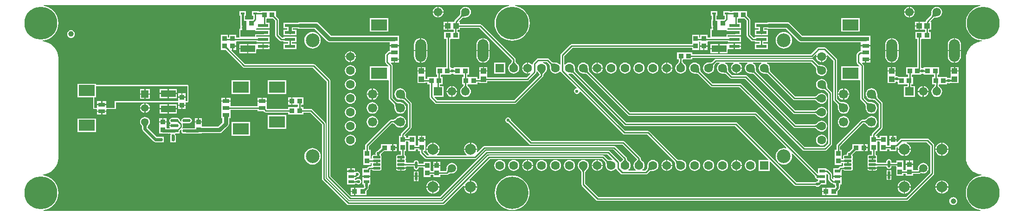
<source format=gbr>
%TF.GenerationSoftware,Altium Limited,Altium Designer,23.7.1 (13)*%
G04 Layer_Physical_Order=4*
G04 Layer_Color=16711680*
%FSLAX45Y45*%
%MOMM*%
%TF.SameCoordinates,F0F8C17F-0DA8-4E41-987A-5915CA82B15D*%
%TF.FilePolarity,Positive*%
%TF.FileFunction,Copper,L4,Bot,Signal*%
%TF.Part,Single*%
G01*
G75*
%TA.AperFunction,SMDPad,CuDef*%
%ADD10R,0.91213X0.95814*%
%ADD11R,0.95872X0.91213*%
%TA.AperFunction,FiducialPad,Global*%
%ADD12C,1.00000*%
%TA.AperFunction,Conductor*%
%ADD14C,0.25400*%
%TA.AperFunction,ComponentPad*%
%ADD15R,1.60000X1.60000*%
%ADD16C,1.60000*%
%ADD17C,1.55000*%
%ADD18R,1.55000X1.55000*%
G04:AMPARAMS|DCode=19|XSize=2mm|YSize=4.1mm|CornerRadius=1mm|HoleSize=0mm|Usage=FLASHONLY|Rotation=0.000|XOffset=0mm|YOffset=0mm|HoleType=Round|Shape=RoundedRectangle|*
%AMROUNDEDRECTD19*
21,1,2.00000,2.10000,0,0,0.0*
21,1,0.00000,4.10000,0,0,0.0*
1,1,2.00000,0.00000,-1.05000*
1,1,2.00000,0.00000,-1.05000*
1,1,2.00000,0.00000,1.05000*
1,1,2.00000,0.00000,1.05000*
%
%ADD19ROUNDEDRECTD19*%
%ADD20C,1.69000*%
%ADD21C,2.50000*%
%ADD22C,1.35800*%
%ADD23R,1.35800X1.35800*%
%ADD24C,1.49860*%
%ADD25C,2.00660*%
%TA.AperFunction,WasherPad*%
%ADD26C,6.00000*%
%ADD27C,5.90000*%
%TA.AperFunction,ViaPad*%
%ADD28C,0.60000*%
%ADD29C,0.80000*%
%TA.AperFunction,SMDPad,CuDef*%
G04:AMPARAMS|DCode=31|XSize=1.50524mm|YSize=0.57213mm|CornerRadius=0.28606mm|HoleSize=0mm|Usage=FLASHONLY|Rotation=0.000|XOffset=0mm|YOffset=0mm|HoleType=Round|Shape=RoundedRectangle|*
%AMROUNDEDRECTD31*
21,1,1.50524,0.00000,0,0,0.0*
21,1,0.93311,0.57213,0,0,0.0*
1,1,0.57213,0.46655,0.00000*
1,1,0.57213,-0.46655,0.00000*
1,1,0.57213,-0.46655,0.00000*
1,1,0.57213,0.46655,0.00000*
%
%ADD31ROUNDEDRECTD31*%
%ADD32R,1.50524X0.57213*%
%ADD33R,0.60000X0.60000*%
%ADD34R,0.80000X0.45000*%
%ADD35R,1.97000X0.60000*%
%ADD36R,3.00000X2.10000*%
%ADD37R,1.30000X0.80000*%
%ADD38R,1.05000X1.00000*%
%ADD39R,0.47583X1.35523*%
G04:AMPARAMS|DCode=40|XSize=1.35523mm|YSize=0.47583mm|CornerRadius=0.23791mm|HoleSize=0mm|Usage=FLASHONLY|Rotation=90.000|XOffset=0mm|YOffset=0mm|HoleType=Round|Shape=RoundedRectangle|*
%AMROUNDEDRECTD40*
21,1,1.35523,0.00000,0,0,90.0*
21,1,0.87941,0.47583,0,0,90.0*
1,1,0.47583,0.00000,0.43970*
1,1,0.47583,0.00000,-0.43970*
1,1,0.47583,0.00000,-0.43970*
1,1,0.47583,0.00000,0.43970*
%
%ADD40ROUNDEDRECTD40*%
%ADD41R,0.95814X0.91213*%
G04:AMPARAMS|DCode=42|XSize=0.45mm|YSize=1.35mm|CornerRadius=0.0495mm|HoleSize=0mm|Usage=FLASHONLY|Rotation=90.000|XOffset=0mm|YOffset=0mm|HoleType=Round|Shape=RoundedRectangle|*
%AMROUNDEDRECTD42*
21,1,0.45000,1.25100,0,0,90.0*
21,1,0.35100,1.35000,0,0,90.0*
1,1,0.09900,0.62550,0.17550*
1,1,0.09900,0.62550,-0.17550*
1,1,0.09900,-0.62550,-0.17550*
1,1,0.09900,-0.62550,0.17550*
%
%ADD42ROUNDEDRECTD42*%
%ADD43R,1.10000X0.60000*%
%ADD44R,2.70000X1.30000*%
%ADD45R,0.91213X0.95872*%
%ADD46R,1.00000X1.05000*%
%TA.AperFunction,Conductor*%
%ADD47C,0.80000*%
%ADD48C,0.60000*%
%ADD49C,0.40000*%
%ADD50C,0.57200*%
%ADD51C,0.55000*%
%ADD52C,0.45000*%
G36*
X-53532Y3779609D02*
X-52029Y3766909D01*
X-99284Y3755563D01*
X-145863Y3736270D01*
X-188850Y3709928D01*
X-227186Y3677185D01*
X-259929Y3638848D01*
X-286272Y3595861D01*
X-305565Y3549282D01*
X-317335Y3500259D01*
X-321290Y3449998D01*
X-317335Y3399738D01*
X-305565Y3350714D01*
X-286272Y3304136D01*
X-259929Y3261149D01*
X-227186Y3222812D01*
X-188850Y3190069D01*
X-145863Y3163727D01*
X-99284Y3144433D01*
X-50261Y3132664D01*
X0Y3128708D01*
X50261Y3132664D01*
X99284Y3144433D01*
X145863Y3163727D01*
X188850Y3190069D01*
X227186Y3222812D01*
X259929Y3261149D01*
X286272Y3304136D01*
X305565Y3350714D01*
X317335Y3399738D01*
X321290Y3449998D01*
X317335Y3500259D01*
X305565Y3549282D01*
X286272Y3595861D01*
X259929Y3638848D01*
X227186Y3677185D01*
X188850Y3709928D01*
X145863Y3736270D01*
X99284Y3755563D01*
X52029Y3766909D01*
X53532Y3779609D01*
X8300000Y3779608D01*
X8546465D01*
X8547968Y3766908D01*
X8500716Y3755563D01*
X8454137Y3736270D01*
X8411151Y3709928D01*
X8372814Y3677185D01*
X8340071Y3638848D01*
X8313728Y3595861D01*
X8294435Y3549282D01*
X8282665Y3500259D01*
X8278710Y3449998D01*
X8282665Y3399738D01*
X8294435Y3350714D01*
X8313728Y3304136D01*
X8340071Y3261149D01*
X8372814Y3222812D01*
X8411151Y3190069D01*
X8454137Y3163727D01*
X8500716Y3144433D01*
X8549739Y3132664D01*
X8568592Y3131180D01*
X8568926Y3118414D01*
X8538811Y3114450D01*
X8537537Y3114017D01*
X8536195Y3113929D01*
X8498291Y3103773D01*
X8497085Y3103178D01*
X8495765Y3102916D01*
X8459510Y3087899D01*
X8458392Y3087151D01*
X8457118Y3086719D01*
X8423134Y3067098D01*
X8422123Y3066211D01*
X8420916Y3065616D01*
X8389783Y3041727D01*
X8388897Y3040716D01*
X8387778Y3039968D01*
X8360030Y3012221D01*
X8359282Y3011102D01*
X8358271Y3010215D01*
X8334382Y2979082D01*
X8333787Y2977876D01*
X8332901Y2976865D01*
X8313280Y2942880D01*
X8312847Y2941607D01*
X8312100Y2940488D01*
X8297083Y2904233D01*
X8296820Y2902913D01*
X8296225Y2901707D01*
X8286069Y2863803D01*
X8285981Y2862461D01*
X8285549Y2861187D01*
X8280426Y2822281D01*
X8280492Y2821271D01*
X8280263Y2820286D01*
X8279621Y2800665D01*
X8279676Y2800331D01*
X8279610Y2799998D01*
X8279610Y999999D01*
X8279676Y999666D01*
X8279620Y999331D01*
X8280263Y979710D01*
X8280492Y978725D01*
X8280426Y977716D01*
X8285549Y938810D01*
X8285981Y937536D01*
X8286069Y936194D01*
X8296225Y898289D01*
X8296820Y897083D01*
X8297083Y895764D01*
X8312100Y859509D01*
X8312847Y858390D01*
X8313280Y857116D01*
X8332901Y823132D01*
X8333787Y822121D01*
X8334382Y820915D01*
X8358271Y789782D01*
X8359282Y788895D01*
X8360030Y787776D01*
X8387778Y760028D01*
X8388897Y759281D01*
X8389783Y758270D01*
X8420916Y734381D01*
X8422123Y733786D01*
X8423134Y732899D01*
X8457118Y713278D01*
X8458392Y712846D01*
X8459510Y712098D01*
X8495765Y697081D01*
X8497085Y696819D01*
X8498291Y696224D01*
X8536195Y686067D01*
X8537537Y685980D01*
X8538811Y685547D01*
X8568925Y681582D01*
X8568591Y668817D01*
X8549739Y667333D01*
X8500716Y655564D01*
X8454137Y636270D01*
X8411151Y609928D01*
X8372814Y577185D01*
X8340071Y538848D01*
X8313728Y495861D01*
X8294435Y449283D01*
X8282665Y400259D01*
X8278710Y349999D01*
X8282665Y299738D01*
X8294435Y250715D01*
X8313728Y204136D01*
X8340071Y161149D01*
X8372814Y122812D01*
X8411151Y90069D01*
X8454137Y63727D01*
X8500716Y44433D01*
X8547971Y33088D01*
X8546468Y20388D01*
X8300000Y20391D01*
X-8300000Y20389D01*
X-8546465D01*
X-8547968Y33089D01*
X-8500716Y44433D01*
X-8454137Y63727D01*
X-8411151Y90069D01*
X-8372814Y122812D01*
X-8340071Y161149D01*
X-8313728Y204136D01*
X-8294435Y250715D01*
X-8282665Y299738D01*
X-8278710Y349999D01*
X-8282665Y400259D01*
X-8294435Y449283D01*
X-8313728Y495861D01*
X-8340071Y538848D01*
X-8372814Y577185D01*
X-8411151Y609928D01*
X-8454137Y636270D01*
X-8500716Y655564D01*
X-8549739Y667333D01*
X-8568591Y668817D01*
X-8568925Y681582D01*
X-8538812Y685547D01*
X-8537538Y685980D01*
X-8536196Y686067D01*
X-8498291Y696224D01*
X-8497085Y696819D01*
X-8495765Y697081D01*
X-8459511Y712098D01*
X-8458392Y712846D01*
X-8457118Y713278D01*
X-8423134Y732899D01*
X-8422123Y733786D01*
X-8420916Y734381D01*
X-8389784Y758270D01*
X-8388897Y759281D01*
X-8387778Y760028D01*
X-8360030Y787776D01*
X-8359283Y788895D01*
X-8358272Y789782D01*
X-8334383Y820915D01*
X-8333788Y822121D01*
X-8332901Y823132D01*
X-8313280Y857116D01*
X-8312847Y858390D01*
X-8312100Y859509D01*
X-8297083Y895764D01*
X-8296821Y897083D01*
X-8296226Y898289D01*
X-8286069Y936194D01*
X-8285981Y937536D01*
X-8285549Y938810D01*
X-8280427Y977716D01*
X-8280493Y978725D01*
X-8280263Y979710D01*
X-8279621Y999331D01*
X-8279676Y999666D01*
X-8279610Y999999D01*
X-8279610Y2799998D01*
X-8279676Y2800331D01*
X-8279620Y2800666D01*
X-8280263Y2820287D01*
X-8280493Y2821272D01*
X-8280427Y2822281D01*
X-8285549Y2861187D01*
X-8285981Y2862461D01*
X-8286069Y2863803D01*
X-8296226Y2901707D01*
X-8296821Y2902913D01*
X-8297083Y2904233D01*
X-8312100Y2940488D01*
X-8312847Y2941607D01*
X-8313280Y2942880D01*
X-8332901Y2976865D01*
X-8333788Y2977876D01*
X-8334383Y2979082D01*
X-8358272Y3010215D01*
X-8359283Y3011102D01*
X-8360030Y3012221D01*
X-8387778Y3039968D01*
X-8388897Y3040716D01*
X-8389784Y3041727D01*
X-8420916Y3065616D01*
X-8422123Y3066211D01*
X-8423134Y3067098D01*
X-8457118Y3086719D01*
X-8458392Y3087151D01*
X-8459511Y3087899D01*
X-8495765Y3102916D01*
X-8497085Y3103178D01*
X-8498291Y3103773D01*
X-8536196Y3113929D01*
X-8537538Y3114017D01*
X-8538812Y3114450D01*
X-8568926Y3118414D01*
X-8568592Y3131180D01*
X-8549739Y3132664D01*
X-8500716Y3144433D01*
X-8454137Y3163727D01*
X-8411151Y3190069D01*
X-8372814Y3222812D01*
X-8340071Y3261149D01*
X-8313728Y3304136D01*
X-8294435Y3350714D01*
X-8282665Y3399738D01*
X-8278710Y3449998D01*
X-8282665Y3500259D01*
X-8294435Y3549282D01*
X-8313728Y3595861D01*
X-8340071Y3638848D01*
X-8372814Y3677185D01*
X-8411151Y3709928D01*
X-8454137Y3736270D01*
X-8500716Y3755563D01*
X-8547969Y3766908D01*
X-8546466Y3779608D01*
X-8300000Y3779609D01*
X-53532Y3779609D01*
D02*
G37*
%LPC*%
G36*
X7260150Y3747306D02*
Y3660148D01*
X7347308D01*
X7345283Y3675529D01*
X7335428Y3699321D01*
X7319752Y3719750D01*
X7299322Y3735426D01*
X7275531Y3745281D01*
X7260150Y3747306D01*
D02*
G37*
G36*
X7239850D02*
X7224469Y3745281D01*
X7200679Y3735426D01*
X7180249Y3719750D01*
X7164572Y3699321D01*
X7154718Y3675529D01*
X7152693Y3660148D01*
X7239850D01*
Y3747306D01*
D02*
G37*
G36*
X-1339850D02*
Y3660148D01*
X-1252693D01*
X-1254718Y3675529D01*
X-1264572Y3699321D01*
X-1280248Y3719750D01*
X-1300678Y3735426D01*
X-1324469Y3745281D01*
X-1339850Y3747306D01*
D02*
G37*
G36*
X-1360150D02*
X-1375531Y3745281D01*
X-1399322Y3735426D01*
X-1419752Y3719750D01*
X-1435428Y3699321D01*
X-1445283Y3675529D01*
X-1447307Y3660148D01*
X-1360150D01*
Y3747306D01*
D02*
G37*
G36*
X7347308Y3639849D02*
X7260150D01*
Y3552691D01*
X7275531Y3554716D01*
X7299322Y3564571D01*
X7319752Y3580247D01*
X7335428Y3600677D01*
X7345283Y3624468D01*
X7347308Y3639849D01*
D02*
G37*
G36*
X7239850D02*
X7152693D01*
X7154718Y3624468D01*
X7164572Y3600677D01*
X7180249Y3580247D01*
X7200679Y3564571D01*
X7224469Y3554716D01*
X7239850Y3552691D01*
Y3639849D01*
D02*
G37*
G36*
X-1252693D02*
X-1339850D01*
Y3552691D01*
X-1324469Y3554716D01*
X-1300678Y3564571D01*
X-1280248Y3580247D01*
X-1264572Y3600677D01*
X-1254718Y3624468D01*
X-1252693Y3639849D01*
D02*
G37*
G36*
X-1360150D02*
X-1447307D01*
X-1445283Y3624468D01*
X-1435428Y3600677D01*
X-1419752Y3580247D01*
X-1399322Y3564571D01*
X-1375531Y3554716D01*
X-1360150Y3552691D01*
Y3639849D01*
D02*
G37*
G36*
X7750000Y3748642D02*
X7724469Y3745281D01*
X7700679Y3735426D01*
X7680249Y3719750D01*
X7664572Y3699321D01*
X7654718Y3675529D01*
X7651357Y3649999D01*
X7651788Y3646720D01*
X7651732Y3638738D01*
X7650488Y3619974D01*
X7649427Y3612454D01*
X7648051Y3605677D01*
X7646443Y3599897D01*
X7644678Y3595144D01*
X7642849Y3591410D01*
X7641067Y3588651D01*
X7641052Y3588633D01*
X7554075Y3501657D01*
X7546782Y3490741D01*
X7544220Y3477866D01*
X7535163Y3470300D01*
X7502200Y3470300D01*
X7489500Y3470300D01*
X7435150D01*
Y3400000D01*
Y3329700D01*
X7489500D01*
X7497800Y3329700D01*
X7510500Y3329700D01*
X7536553D01*
Y3299887D01*
X7527573Y3290906D01*
X7501993Y3290907D01*
X7489292Y3290906D01*
X7361594D01*
Y3159094D01*
X7396154D01*
Y2640906D01*
X7335708D01*
X7326993Y2640907D01*
X7314292Y2640906D01*
X7186594D01*
Y2509094D01*
X7221154D01*
Y2474887D01*
X7212174Y2465906D01*
X7176993Y2465907D01*
X7164292Y2465906D01*
X7054003D01*
X7053764Y2466264D01*
X7037126Y2477381D01*
X7017500Y2481285D01*
X7008000Y2479396D01*
X6995300Y2489773D01*
X6995300Y2497800D01*
X6995300Y2510500D01*
Y2564850D01*
X6925000D01*
X6854700D01*
Y2510500D01*
X6854700Y2502200D01*
X6854700Y2489500D01*
Y2352200D01*
X6995300D01*
Y2370227D01*
X7008000Y2380604D01*
X7017500Y2378715D01*
X7026776Y2380560D01*
X7036593Y2372503D01*
Y2334094D01*
X7164292D01*
X7173007Y2334093D01*
X7185707Y2334094D01*
X7216354D01*
Y2297798D01*
X7152200D01*
Y2102198D01*
X7347800D01*
Y2297798D01*
X7283647D01*
Y2334094D01*
X7313406D01*
Y2465906D01*
X7288447D01*
Y2500113D01*
X7297427Y2509094D01*
X7323007Y2509093D01*
X7335708Y2509094D01*
X7463406D01*
Y2516492D01*
X7476107Y2525981D01*
X7487500Y2523715D01*
X7498893Y2525981D01*
X7511594Y2516492D01*
Y2509094D01*
X7639292D01*
X7648007Y2509093D01*
X7660708Y2509094D01*
X7696154D01*
Y2465906D01*
X7661594D01*
Y2334094D01*
X7716354D01*
Y2320431D01*
X7716352Y2320405D01*
X7715661Y2317193D01*
X7714315Y2313262D01*
X7712201Y2308650D01*
X7709252Y2303428D01*
X7705430Y2297658D01*
X7700866Y2291595D01*
X7688476Y2277447D01*
X7682873Y2271764D01*
X7680249Y2269750D01*
X7664572Y2249320D01*
X7654718Y2225529D01*
X7651357Y2199998D01*
X7654718Y2174468D01*
X7664572Y2150676D01*
X7680249Y2130247D01*
X7700679Y2114571D01*
X7724469Y2104716D01*
X7750000Y2101355D01*
X7775531Y2104716D01*
X7799322Y2114571D01*
X7819752Y2130247D01*
X7835428Y2150676D01*
X7845283Y2174468D01*
X7848644Y2199998D01*
X7845283Y2225529D01*
X7835428Y2249320D01*
X7819752Y2269750D01*
X7817129Y2271763D01*
X7811524Y2277447D01*
X7799136Y2291593D01*
X7794571Y2297658D01*
X7790748Y2303429D01*
X7787800Y2308649D01*
X7785686Y2313260D01*
X7784340Y2317193D01*
X7783649Y2320405D01*
X7783647Y2320431D01*
Y2325113D01*
X7792627Y2334093D01*
X7798007D01*
X7810708Y2334094D01*
X7938406D01*
Y2348815D01*
X7949607Y2354801D01*
X7952874Y2352619D01*
X7972500Y2348715D01*
X7992126Y2352619D01*
X7997367Y2356120D01*
X8004701Y2352200D01*
Y2352200D01*
X8145300D01*
Y2489500D01*
X8145300Y2497800D01*
X8145300Y2510500D01*
Y2564850D01*
X8075001D01*
X8004700D01*
Y2510500D01*
X8004700Y2502200D01*
X8004700Y2489500D01*
Y2452451D01*
X7993500Y2446463D01*
X7992126Y2447381D01*
X7972500Y2451285D01*
X7952874Y2447381D01*
X7949607Y2445199D01*
X7938406Y2451185D01*
Y2465906D01*
X7810708D01*
X7801993Y2465907D01*
X7789292Y2465906D01*
X7763447D01*
Y2509094D01*
X7788406D01*
Y2640906D01*
X7660708D01*
X7651993Y2640907D01*
X7639292Y2640906D01*
X7511594D01*
Y2633508D01*
X7498893Y2624019D01*
X7487500Y2626285D01*
X7476147Y2624027D01*
X7463447Y2633535D01*
Y3150113D01*
X7472427Y3159094D01*
X7498007Y3159093D01*
X7510708Y3159094D01*
X7638406D01*
Y3290906D01*
X7603846D01*
Y3329700D01*
X7647800D01*
Y3470300D01*
X7634479D01*
X7629618Y3482033D01*
X7688634Y3541049D01*
X7688653Y3541066D01*
X7691411Y3542847D01*
X7695146Y3544677D01*
X7699901Y3546442D01*
X7705678Y3548050D01*
X7712460Y3549426D01*
X7719976Y3550487D01*
X7738740Y3551730D01*
X7746722Y3551786D01*
X7750000Y3551355D01*
X7775531Y3554716D01*
X7799322Y3564571D01*
X7819752Y3580247D01*
X7835428Y3600677D01*
X7845283Y3624468D01*
X7848644Y3649999D01*
X7845283Y3675529D01*
X7835428Y3699321D01*
X7819752Y3719750D01*
X7799322Y3735426D01*
X7775531Y3745281D01*
X7750000Y3748642D01*
D02*
G37*
G36*
X7414851Y3470300D02*
X7352200D01*
Y3410150D01*
X7414851D01*
Y3470300D01*
D02*
G37*
G36*
X-1185150D02*
X-1247800D01*
Y3410150D01*
X-1185150D01*
Y3470300D01*
D02*
G37*
G36*
X7414851Y3389850D02*
X7352200D01*
Y3329700D01*
X7414851D01*
Y3389850D01*
D02*
G37*
G36*
X-1185150D02*
X-1247800D01*
Y3329700D01*
X-1185150D01*
Y3389850D01*
D02*
G37*
G36*
X6345300Y3542800D02*
X6004700D01*
Y3292200D01*
X6345300D01*
Y3542800D01*
D02*
G37*
G36*
X-2254700D02*
X-2595300D01*
Y3292200D01*
X-2254700D01*
Y3542800D01*
D02*
G37*
G36*
X-8050000Y3320905D02*
X-8068352Y3318489D01*
X-8085453Y3311405D01*
X-8100138Y3300137D01*
X-8111407Y3285452D01*
X-8118490Y3268351D01*
X-8120907Y3249999D01*
X-8118490Y3231647D01*
X-8111407Y3214545D01*
X-8100138Y3199860D01*
X-8085453Y3188592D01*
X-8068352Y3181508D01*
X-8050000Y3179092D01*
X-8031648Y3181508D01*
X-8014547Y3188592D01*
X-7999862Y3199860D01*
X-7988593Y3214545D01*
X-7981510Y3231647D01*
X-7979094Y3249999D01*
X-7981510Y3268351D01*
X-7988593Y3285452D01*
X-7999862Y3300137D01*
X-8014547Y3311405D01*
X-8031648Y3318489D01*
X-8050000Y3320905D01*
D02*
G37*
G36*
X5024000Y3467482D02*
X5023999Y3467481D01*
X4684000D01*
X4660472Y3462801D01*
X4652217Y3457285D01*
X4550000D01*
X4545045Y3456300D01*
X4431200D01*
Y3355700D01*
X4498714D01*
Y3329300D01*
X4431200D01*
Y3228700D01*
X4545045D01*
X4550000Y3227715D01*
X4554954Y3228700D01*
X4668800D01*
Y3329300D01*
X4601285D01*
Y3354715D01*
X4652217D01*
X4660472Y3349199D01*
X4684000Y3344519D01*
X4998534D01*
X5224026Y3119027D01*
X5224026Y3119026D01*
X5243972Y3105699D01*
X5267500Y3101018D01*
X5267502Y3101019D01*
X6353333D01*
X6364700Y3097799D01*
X6364700Y3088318D01*
Y3047650D01*
X6450000D01*
X6535300D01*
Y3089500D01*
X6535300Y3097800D01*
X6535300Y3110500D01*
Y3222800D01*
X6455939D01*
X6450000Y3223981D01*
X5292967D01*
X5067474Y3449474D01*
X5047528Y3462801D01*
X5024000Y3467482D01*
D02*
G37*
G36*
X-3576000D02*
X-3576001Y3467481D01*
X-3876000D01*
X-3899528Y3462801D01*
X-3907783Y3457285D01*
X-4050000D01*
X-4054955Y3456300D01*
X-4168800D01*
Y3355700D01*
X-4101285D01*
Y3329300D01*
X-4168800D01*
Y3228700D01*
X-4054955D01*
X-4050000Y3227715D01*
X-4045046Y3228700D01*
X-3931200D01*
Y3329300D01*
X-3998715D01*
Y3354715D01*
X-3907783D01*
X-3899528Y3349199D01*
X-3876000Y3344519D01*
X-3601466D01*
X-3375974Y3119027D01*
X-3375973Y3119026D01*
X-3356027Y3105699D01*
X-3332500Y3101018D01*
X-3332498Y3101019D01*
X-2246667D01*
X-2235300Y3097799D01*
X-2235300Y3088318D01*
Y3047650D01*
X-2150001D01*
X-2064700D01*
Y3089500D01*
X-2064700Y3097800D01*
X-2064700Y3110500D01*
Y3222800D01*
X-2144061D01*
X-2150000Y3223981D01*
X-3307033D01*
X-3532526Y3449474D01*
X-3552472Y3462801D01*
X-3576000Y3467482D01*
D02*
G37*
G36*
X4065150Y3075300D02*
Y3035150D01*
X4173800D01*
Y3075300D01*
X4065150D01*
D02*
G37*
G36*
X-4534850D02*
Y3035150D01*
X-4426200D01*
Y3075300D01*
X-4534850D01*
D02*
G37*
G36*
X5700000Y3006147D02*
X5699999Y3006146D01*
X5590001D01*
X5590000Y3006147D01*
X5577124Y3003586D01*
X5566208Y2996292D01*
X5566208Y2996291D01*
X5453563Y2883646D01*
X3288406D01*
Y2915906D01*
X3160708D01*
X3151993Y2915907D01*
X3139292Y2915906D01*
X3011594D01*
Y2784093D01*
X3043354D01*
Y2752545D01*
X3043341Y2752375D01*
X3042612Y2749049D01*
X3041191Y2744955D01*
X3038960Y2740146D01*
X3035856Y2734701D01*
X3031839Y2728683D01*
X3027036Y2722338D01*
X3014072Y2707579D01*
X3008220Y2701648D01*
X3005466Y2699535D01*
X2989388Y2678583D01*
X2979282Y2654184D01*
X2975835Y2628000D01*
X2979282Y2601816D01*
X2989388Y2577418D01*
X3005466Y2556466D01*
X3026418Y2540388D01*
X3050817Y2530282D01*
X3077000Y2526835D01*
X3103184Y2530282D01*
X3127583Y2540388D01*
X3148535Y2556466D01*
X3164612Y2577418D01*
X3174718Y2601816D01*
X3178165Y2628000D01*
X3174718Y2654184D01*
X3164612Y2678583D01*
X3148535Y2699535D01*
X3145780Y2701648D01*
X3139928Y2707579D01*
X3126966Y2722336D01*
X3122164Y2728680D01*
X3118144Y2734701D01*
X3115039Y2740147D01*
X3112810Y2744955D01*
X3111388Y2749049D01*
X3110660Y2752375D01*
X3110647Y2752545D01*
Y2775113D01*
X3119627Y2784093D01*
X3148007Y2784093D01*
X3160708Y2784093D01*
X3288406D01*
Y2816354D01*
X5467499D01*
X5467500Y2816353D01*
X5480376Y2818915D01*
X5491292Y2826208D01*
X5541676Y2876593D01*
X5552443Y2869399D01*
X5550282Y2864182D01*
X5548171Y2848148D01*
X5648000D01*
X5747829D01*
X5746164Y2860792D01*
X5756540Y2867210D01*
X5757451Y2867465D01*
X5861354Y2763563D01*
Y2055000D01*
X5861353Y2054999D01*
X5863915Y2042123D01*
X5871208Y2031207D01*
X5932920Y1969495D01*
X5933196Y1969171D01*
X5935134Y1966108D01*
X5937130Y1961908D01*
X5939052Y1956536D01*
X5940794Y1950001D01*
X5942276Y1942339D01*
X5943419Y1933798D01*
X5944734Y1912694D01*
X5944789Y1903741D01*
X5944296Y1899998D01*
X5947898Y1872640D01*
X5958458Y1847146D01*
X5975256Y1825254D01*
X5997148Y1808456D01*
X6022642Y1797896D01*
X6050000Y1794294D01*
X6077358Y1797896D01*
X6102852Y1808456D01*
X6124744Y1825254D01*
X6141542Y1847146D01*
X6152103Y1872640D01*
X6155704Y1899998D01*
X6152103Y1927357D01*
X6141542Y1952851D01*
X6124744Y1974743D01*
X6102852Y1991541D01*
X6077358Y2002101D01*
X6050000Y2005703D01*
X6046257Y2005210D01*
X6037305Y2005265D01*
X6016200Y2006579D01*
X6007660Y2007722D01*
X5999998Y2009205D01*
X5993463Y2010946D01*
X5988091Y2012869D01*
X5983891Y2014865D01*
X5980828Y2016802D01*
X5980502Y2017080D01*
X5928646Y2068936D01*
Y2777500D01*
X5926085Y2790376D01*
X5918792Y2801292D01*
X5918791Y2801292D01*
X5723792Y2996292D01*
X5712876Y3003585D01*
X5710740Y3004010D01*
X5700000Y3006147D01*
D02*
G37*
G36*
X3764850Y3070300D02*
X3619700D01*
Y2995150D01*
X3764850D01*
Y3070300D01*
D02*
G37*
G36*
X-4835150Y3070300D02*
X-4980300D01*
Y2995150D01*
X-4835150D01*
Y3070300D01*
D02*
G37*
G36*
X4958000Y3286724D02*
X4928595Y3283828D01*
X4900320Y3275251D01*
X4874261Y3261322D01*
X4851421Y3242577D01*
X4832676Y3219737D01*
X4818748Y3193678D01*
X4810170Y3165403D01*
X4807274Y3135998D01*
X4810170Y3106593D01*
X4818748Y3078318D01*
X4832676Y3052260D01*
X4851421Y3029419D01*
X4874261Y3010674D01*
X4900320Y2996746D01*
X4928595Y2988169D01*
X4958000Y2985273D01*
X4987405Y2988169D01*
X5015680Y2996746D01*
X5041739Y3010674D01*
X5064579Y3029419D01*
X5083324Y3052260D01*
X5097252Y3078318D01*
X5105830Y3106593D01*
X5108726Y3135998D01*
X5105830Y3165403D01*
X5097252Y3193678D01*
X5083324Y3219737D01*
X5064579Y3242577D01*
X5041739Y3261322D01*
X5015680Y3275251D01*
X4987405Y3283828D01*
X4958000Y3286724D01*
D02*
G37*
G36*
X-3642000D02*
X-3671405Y3283828D01*
X-3699680Y3275251D01*
X-3725739Y3261322D01*
X-3748579Y3242577D01*
X-3767324Y3219737D01*
X-3781253Y3193678D01*
X-3789830Y3165403D01*
X-3792726Y3135998D01*
X-3789830Y3106593D01*
X-3781253Y3078318D01*
X-3767324Y3052260D01*
X-3748579Y3029419D01*
X-3725739Y3010674D01*
X-3699680Y2996746D01*
X-3671405Y2988169D01*
X-3642000Y2985273D01*
X-3612595Y2988169D01*
X-3584320Y2996746D01*
X-3558261Y3010674D01*
X-3535421Y3029419D01*
X-3516676Y3052260D01*
X-3502748Y3078318D01*
X-3494171Y3106593D01*
X-3491274Y3135998D01*
X-3494171Y3165403D01*
X-3502748Y3193678D01*
X-3516676Y3219737D01*
X-3535421Y3242577D01*
X-3558261Y3261322D01*
X-3584320Y3275251D01*
X-3612595Y3283828D01*
X-3642000Y3286724D01*
D02*
G37*
G36*
X-850000Y3748642D02*
X-875531Y3745281D01*
X-899322Y3735426D01*
X-919752Y3719750D01*
X-935428Y3699321D01*
X-945283Y3675529D01*
X-948644Y3649999D01*
X-948212Y3646720D01*
X-948269Y3638738D01*
X-949512Y3619974D01*
X-950573Y3612454D01*
X-951949Y3605677D01*
X-953557Y3599897D01*
X-955322Y3595144D01*
X-957152Y3591410D01*
X-958933Y3588651D01*
X-958948Y3588634D01*
X-1046364Y3501218D01*
X-1053658Y3490302D01*
X-1056219Y3477427D01*
X-1065569Y3470300D01*
X-1097800Y3470300D01*
X-1110500Y3470300D01*
X-1164850D01*
Y3400000D01*
Y3329700D01*
X-1110500D01*
X-1102200Y3329700D01*
X-1089500Y3329700D01*
X-1063447D01*
Y3299887D01*
X-1072427Y3290906D01*
X-1098007Y3290907D01*
X-1110708Y3290906D01*
X-1238406D01*
Y3159094D01*
X-1203846D01*
Y2649887D01*
X-1212827Y2640906D01*
X-1248007Y2640907D01*
X-1260708Y2640906D01*
X-1388406D01*
Y2509094D01*
X-1368247D01*
Y2465905D01*
X-1402807D01*
Y2465905D01*
X-1406793D01*
Y2465905D01*
X-1543207D01*
Y2433645D01*
X-1584501D01*
Y2489500D01*
X-1584500Y2497800D01*
X-1584501Y2510500D01*
Y2564850D01*
X-1654801D01*
X-1725100D01*
Y2510500D01*
X-1725100Y2502200D01*
X-1725100Y2489500D01*
Y2352200D01*
X-1584501D01*
Y2366352D01*
X-1543207D01*
Y2334092D01*
X-1508646D01*
Y2102502D01*
X-1508646Y2102500D01*
X-1506085Y2089624D01*
X-1498792Y2078709D01*
X-1406292Y1986209D01*
X-1406291Y1986208D01*
X-1395376Y1978915D01*
X-1382500Y1976353D01*
X-1382498Y1976354D01*
X52499D01*
X52500Y1976353D01*
X65376Y1978915D01*
X76292Y1986208D01*
X560791Y2470708D01*
X560792Y2470709D01*
X568086Y2481624D01*
X570647Y2494500D01*
X570647Y2494501D01*
Y2503455D01*
X570660Y2503625D01*
X571388Y2506952D01*
X572810Y2511045D01*
X575040Y2515854D01*
X578144Y2521299D01*
X582162Y2527317D01*
X586964Y2533662D01*
X599928Y2548421D01*
X605780Y2554352D01*
X608535Y2556466D01*
X624612Y2577418D01*
X634718Y2601816D01*
X638165Y2628000D01*
X634718Y2654184D01*
X624612Y2678583D01*
X608535Y2699535D01*
X587583Y2715612D01*
X563184Y2725718D01*
X559877Y2726154D01*
X560709Y2738854D01*
X632563D01*
X679144Y2692273D01*
X679253Y2692145D01*
X681091Y2689278D01*
X682980Y2685378D01*
X684802Y2680404D01*
X686457Y2674357D01*
X687873Y2667257D01*
X688963Y2659377D01*
X690233Y2639773D01*
X690288Y2631443D01*
X689835Y2628000D01*
X693282Y2601816D01*
X703388Y2577418D01*
X719466Y2556466D01*
X740418Y2540388D01*
X764817Y2530282D01*
X791000Y2526835D01*
X817184Y2530282D01*
X841583Y2540388D01*
X862535Y2556466D01*
X872504Y2569458D01*
X885034Y2566952D01*
X886083Y2566292D01*
X886415Y2564624D01*
X893708Y2553708D01*
X1176412Y2271004D01*
X1172232Y2257224D01*
X1161662Y2255121D01*
X1145024Y2244004D01*
X1133907Y2227366D01*
X1130003Y2207740D01*
X1133907Y2188114D01*
X1145024Y2171475D01*
X1161662Y2160358D01*
X1181288Y2156454D01*
X1200914Y2160358D01*
X1217553Y2171475D01*
X1228670Y2188114D01*
X1230772Y2198684D01*
X1244553Y2202864D01*
X2023708Y1423709D01*
X2023708Y1423708D01*
X2034624Y1416415D01*
X2047500Y1413854D01*
X2465563D01*
X2965143Y914275D01*
X2965253Y914145D01*
X2967091Y911278D01*
X2968980Y907378D01*
X2970802Y902404D01*
X2972457Y896357D01*
X2973873Y889257D01*
X2974963Y881377D01*
X2976233Y861773D01*
X2976288Y853443D01*
X2975835Y850000D01*
X2979282Y823816D01*
X2989388Y799418D01*
X3005466Y778466D01*
X3026418Y762388D01*
X3050817Y752282D01*
X3077000Y748835D01*
X3103184Y752282D01*
X3127583Y762388D01*
X3148535Y778466D01*
X3164612Y799418D01*
X3174718Y823816D01*
X3178165Y850000D01*
X3174718Y876184D01*
X3164612Y900583D01*
X3148535Y921535D01*
X3127583Y937612D01*
X3103184Y947718D01*
X3077000Y951165D01*
X3073557Y950712D01*
X3065228Y950768D01*
X3045623Y952037D01*
X3037743Y953127D01*
X3030644Y954543D01*
X3024598Y956198D01*
X3019622Y958020D01*
X3015722Y959910D01*
X3012855Y961747D01*
X3012726Y961858D01*
X2503292Y1471292D01*
X2492376Y1478585D01*
X2479500Y1481147D01*
X2479499Y1481146D01*
X2061437D01*
X1026066Y2516518D01*
X1031997Y2528547D01*
X1045000Y2526835D01*
X1048443Y2527288D01*
X1056773Y2527232D01*
X1076376Y2525963D01*
X1084259Y2524873D01*
X1091355Y2523458D01*
X1097404Y2521802D01*
X1102377Y2519980D01*
X1106279Y2518090D01*
X1109145Y2516254D01*
X1109275Y2516142D01*
X2046708Y1578709D01*
X2046709Y1578708D01*
X2057625Y1571415D01*
X2070501Y1568853D01*
X2070502Y1568854D01*
X4068563D01*
X4675384Y962033D01*
X4670524Y950300D01*
X4500700D01*
Y749700D01*
X4701300D01*
Y919523D01*
X4713033Y924383D01*
X5151663Y485754D01*
X5151663Y485753D01*
X5162579Y478460D01*
X5175455Y475899D01*
X5532482D01*
X5533530Y475740D01*
X5534654Y475489D01*
X5535538Y475220D01*
X5536213Y474952D01*
X5536548Y474784D01*
X5537553Y473281D01*
X5554191Y462164D01*
X5573817Y458260D01*
X5593443Y462164D01*
X5610081Y473281D01*
X5618790Y486314D01*
X5632675Y502012D01*
X5635363Y504700D01*
X5735300D01*
Y599700D01*
Y689156D01*
X5748000Y694417D01*
X5766354Y676063D01*
Y605001D01*
X5766353Y605000D01*
X5768915Y592124D01*
X5776208Y581208D01*
X5826208Y531209D01*
X5826209Y531208D01*
X5837124Y523915D01*
X5850000Y521354D01*
X5864700D01*
Y504700D01*
X5883761D01*
X5888715Y498664D01*
X5892619Y479039D01*
X5898656Y470003D01*
X5898911Y465173D01*
Y459349D01*
X5880468Y440906D01*
X5808265D01*
X5795565Y440907D01*
X5791735Y440906D01*
X5737479D01*
Y375000D01*
Y309094D01*
X5791735D01*
X5804435Y309093D01*
X5808265Y309094D01*
X5940906D01*
Y385126D01*
X5969055Y413275D01*
X5977962Y426605D01*
X5981089Y442329D01*
Y469622D01*
X5987381Y479039D01*
X5991285Y498664D01*
X5996239Y504700D01*
X6015300D01*
Y599700D01*
Y639850D01*
X5940001D01*
X5864700D01*
Y605844D01*
X5852000Y600583D01*
X5833646Y618937D01*
Y690000D01*
X5831085Y702876D01*
X5823792Y713792D01*
X5768792Y768792D01*
X5757876Y776085D01*
X5745000Y778647D01*
X5735300Y786278D01*
Y795300D01*
X5584700D01*
Y708685D01*
X5581461Y706034D01*
X5580535Y705391D01*
X5579646Y704907D01*
X5577568Y704130D01*
X5572390Y703086D01*
X5572000Y703083D01*
X4463791Y1811292D01*
X4452876Y1818585D01*
X4440000Y1821147D01*
X4439998Y1821146D01*
X2153437D01*
X1410856Y2563727D01*
X1410747Y2563855D01*
X1408910Y2566723D01*
X1407020Y2570622D01*
X1405199Y2575596D01*
X1403543Y2581644D01*
X1402127Y2588743D01*
X1401037Y2596623D01*
X1399768Y2616227D01*
X1399712Y2624557D01*
X1400165Y2628000D01*
X1396718Y2654184D01*
X1386612Y2678583D01*
X1370535Y2699535D01*
X1349583Y2715612D01*
X1325184Y2725718D01*
X1299000Y2729165D01*
X1272817Y2725718D01*
X1248418Y2715612D01*
X1227466Y2699535D01*
X1211388Y2678583D01*
X1201282Y2654184D01*
X1197835Y2628000D01*
X1201282Y2601816D01*
X1211388Y2577418D01*
X1227466Y2556466D01*
X1248418Y2540388D01*
X1272817Y2530282D01*
X1299000Y2526835D01*
X1302443Y2527288D01*
X1310773Y2527232D01*
X1330378Y2525963D01*
X1338257Y2524873D01*
X1345357Y2523457D01*
X1351402Y2521802D01*
X1356378Y2519980D01*
X1360279Y2518090D01*
X1363146Y2516253D01*
X1363273Y2516144D01*
X2115708Y1763709D01*
X2115708Y1763708D01*
X2126624Y1756415D01*
X2139500Y1753854D01*
X4426063D01*
X5009528Y1170389D01*
X5002797Y1159159D01*
X4987405Y1163828D01*
X4958000Y1166724D01*
X4928595Y1163828D01*
X4900320Y1155251D01*
X4874261Y1141322D01*
X4851421Y1122578D01*
X4832676Y1099737D01*
X4818748Y1073679D01*
X4810170Y1045404D01*
X4807274Y1015998D01*
X4810170Y986593D01*
X4818748Y958318D01*
X4832676Y932260D01*
X4851421Y909419D01*
X4874261Y890675D01*
X4900320Y876746D01*
X4928595Y868169D01*
X4958000Y865273D01*
X4987405Y868169D01*
X5015680Y876746D01*
X5041739Y890675D01*
X5064579Y909419D01*
X5083324Y932260D01*
X5097252Y958318D01*
X5105830Y986593D01*
X5108726Y1015998D01*
X5105830Y1045404D01*
X5101160Y1060795D01*
X5112390Y1067526D01*
X5524480Y655436D01*
X5525110Y654583D01*
X5525726Y653611D01*
X5526162Y652793D01*
X5526449Y652130D01*
X5526567Y651773D01*
X5526214Y650000D01*
X5530118Y630374D01*
X5541236Y613736D01*
X5557874Y602619D01*
X5577500Y598715D01*
X5584700Y587198D01*
Y568675D01*
X5574883Y560618D01*
X5573817Y560830D01*
X5554191Y556926D01*
X5537553Y545809D01*
X5536548Y544307D01*
X5536214Y544138D01*
X5535539Y543870D01*
X5534654Y543601D01*
X5533530Y543350D01*
X5532482Y543191D01*
X5189392D01*
X4106292Y1626292D01*
X4095376Y1633585D01*
X4082500Y1636147D01*
X4082499Y1636146D01*
X2084437D01*
X1156858Y2563726D01*
X1156747Y2563856D01*
X1154909Y2566723D01*
X1153020Y2570623D01*
X1151199Y2575594D01*
X1149543Y2581643D01*
X1148127Y2588744D01*
X1147038Y2596621D01*
X1145768Y2616228D01*
X1145712Y2624557D01*
X1146165Y2628000D01*
X1142718Y2654184D01*
X1132612Y2678583D01*
X1116535Y2699535D01*
X1095583Y2715612D01*
X1071184Y2725718D01*
X1045000Y2729165D01*
X1018817Y2725718D01*
X994418Y2715612D01*
X973466Y2699535D01*
X963846Y2686999D01*
X951146Y2691310D01*
Y2848563D01*
X1098737Y2996154D01*
X3284094D01*
Y2961594D01*
X3415906D01*
Y3089292D01*
X3415907Y3098007D01*
X3415906Y3109373D01*
X3416067Y3109533D01*
X3433933D01*
X3434093Y3109373D01*
Y3101993D01*
X3434094Y3089292D01*
Y3039950D01*
X3500000D01*
X3565907D01*
Y3089292D01*
X3565907Y3098007D01*
X3565907Y3109373D01*
X3574887Y3118354D01*
X3936200D01*
Y3101700D01*
X4173800D01*
Y3202300D01*
X3936200D01*
X3930300Y3212556D01*
Y3227715D01*
X4055000D01*
X4059955Y3228700D01*
X4173800D01*
Y3329300D01*
X4059955D01*
X4055000Y3330285D01*
X3939280D01*
X3930774Y3338792D01*
X3930455Y3342952D01*
X3931151Y3346923D01*
X3934274Y3352350D01*
X3939085Y3354834D01*
X3943828Y3355700D01*
X3947066Y3355700D01*
X4173800D01*
Y3456300D01*
X4113447D01*
Y3525113D01*
X4122427Y3534094D01*
X4148007Y3534093D01*
X4160708Y3534094D01*
X4238523D01*
X4276354Y3496263D01*
Y3230001D01*
X4276353Y3230000D01*
X4278915Y3217124D01*
X4286208Y3206208D01*
X4364208Y3128209D01*
X4364208Y3128208D01*
X4375124Y3120915D01*
X4388000Y3118354D01*
X4431200D01*
Y3101700D01*
X4516353D01*
Y3075300D01*
X4431200D01*
Y2974700D01*
X4668800D01*
Y3075300D01*
X4583646D01*
Y3101700D01*
X4668800D01*
Y3202300D01*
X4431200D01*
Y3185646D01*
X4401937D01*
X4343646Y3243937D01*
Y3510198D01*
X4343647Y3510200D01*
X4341085Y3523076D01*
X4333792Y3533991D01*
X4333791Y3533992D01*
X4288406Y3579377D01*
Y3665906D01*
X4160708D01*
X4151993Y3665907D01*
X4139292Y3665906D01*
X4011594D01*
Y3658646D01*
X3975300D01*
Y3667800D01*
X3854700D01*
Y3582200D01*
X3881354D01*
Y3533737D01*
X3863523Y3515906D01*
X3785708D01*
X3776993Y3515907D01*
X3764292Y3515906D01*
X3728638D01*
Y3582200D01*
X3745300D01*
Y3667800D01*
X3689215D01*
X3685000Y3668638D01*
X3680785Y3667800D01*
X3624700D01*
Y3582200D01*
X3641362D01*
Y3515906D01*
X3636594D01*
Y3384094D01*
X3643319D01*
Y3350300D01*
X3619700D01*
Y3185646D01*
X3565907D01*
Y3238406D01*
X3434094D01*
Y3185646D01*
X3415906D01*
Y3238406D01*
X3284094D01*
Y3110708D01*
X3284093Y3101993D01*
X3284094Y3089292D01*
Y3063447D01*
X1084800D01*
X1071924Y3060886D01*
X1061009Y3053592D01*
X893708Y2886292D01*
X886415Y2875376D01*
X883853Y2862500D01*
X883854Y2862499D01*
Y2692614D01*
X871154Y2688302D01*
X862535Y2699535D01*
X841583Y2715612D01*
X817184Y2725718D01*
X791000Y2729165D01*
X787557Y2728712D01*
X779228Y2728768D01*
X759623Y2730037D01*
X751743Y2731127D01*
X744644Y2732543D01*
X738598Y2734198D01*
X733622Y2736020D01*
X729722Y2737910D01*
X726855Y2739747D01*
X726727Y2739856D01*
X670292Y2796292D01*
X659376Y2803585D01*
X646500Y2806147D01*
X646499Y2806146D01*
X475001D01*
X475000Y2806147D01*
X462124Y2803585D01*
X451208Y2796292D01*
X451208Y2796291D01*
X388708Y2733792D01*
X381415Y2722876D01*
X378853Y2710000D01*
X378854Y2709999D01*
Y2688704D01*
X366154Y2684393D01*
X354535Y2699535D01*
X333583Y2715612D01*
X309184Y2725718D01*
X293150Y2727829D01*
Y2628000D01*
Y2528171D01*
X309184Y2530282D01*
X327201Y2537745D01*
X334395Y2526978D01*
X266063Y2458647D01*
X-445720D01*
X-454700Y2467627D01*
X-454700Y2497800D01*
X-454700Y2510500D01*
Y2564850D01*
X-524999D01*
X-595300D01*
Y2510500D01*
X-595300Y2502200D01*
X-595300Y2489500D01*
Y2433646D01*
X-636594D01*
Y2465906D01*
X-764292D01*
X-773007Y2465907D01*
X-785708Y2465906D01*
X-821154D01*
Y2509094D01*
X-786594D01*
Y2640906D01*
X-914292D01*
X-923007Y2640907D01*
X-935708Y2640906D01*
X-1063406D01*
Y2633508D01*
X-1076107Y2624019D01*
X-1087500Y2626285D01*
X-1098893Y2624019D01*
X-1111594Y2633508D01*
Y2640906D01*
X-1136553D01*
Y3150113D01*
X-1127573Y3159094D01*
X-1101993Y3159093D01*
X-1089292Y3159094D01*
X-961594D01*
Y3290906D01*
X-996154D01*
Y3329700D01*
X-952200D01*
Y3366354D01*
X-598937D01*
X-4646Y2772063D01*
Y2752545D01*
X-4659Y2752375D01*
X-5388Y2749049D01*
X-6809Y2744955D01*
X-9040Y2740146D01*
X-12144Y2734701D01*
X-16161Y2728683D01*
X-20964Y2722338D01*
X-33928Y2707579D01*
X-39780Y2701648D01*
X-42534Y2699535D01*
X-58612Y2678583D01*
X-68718Y2654184D01*
X-72165Y2628000D01*
X-68718Y2601816D01*
X-58612Y2577418D01*
X-42534Y2556466D01*
X-21582Y2540388D01*
X2817Y2530282D01*
X29000Y2526835D01*
X55184Y2530282D01*
X79583Y2540388D01*
X100535Y2556466D01*
X116612Y2577418D01*
X126718Y2601816D01*
X130165Y2628000D01*
X126718Y2654184D01*
X116612Y2678583D01*
X100535Y2699535D01*
X97780Y2701648D01*
X91928Y2707579D01*
X78966Y2722336D01*
X74164Y2728680D01*
X70144Y2734701D01*
X67039Y2740147D01*
X64810Y2744955D01*
X63388Y2749049D01*
X62660Y2752375D01*
X62647Y2752545D01*
Y2785999D01*
X62647Y2786000D01*
X60085Y2798876D01*
X52792Y2809792D01*
X-561208Y3423792D01*
X-572124Y3431085D01*
X-585000Y3433647D01*
X-585001Y3433646D01*
X-952200D01*
Y3470300D01*
X-965522D01*
X-970382Y3482033D01*
X-911365Y3541050D01*
X-911347Y3541066D01*
X-908589Y3542847D01*
X-904854Y3544677D01*
X-900100Y3546442D01*
X-894322Y3548050D01*
X-887541Y3549426D01*
X-880024Y3550487D01*
X-861260Y3551730D01*
X-853278Y3551786D01*
X-850000Y3551355D01*
X-824469Y3554716D01*
X-800678Y3564571D01*
X-780248Y3580247D01*
X-764572Y3600677D01*
X-754718Y3624468D01*
X-751356Y3649999D01*
X-754718Y3675529D01*
X-764572Y3699321D01*
X-780248Y3719750D01*
X-800678Y3735426D01*
X-824469Y3745281D01*
X-850000Y3748642D01*
D02*
G37*
G36*
X4173800Y3014850D02*
X4065150D01*
Y2974700D01*
X4173800D01*
Y3014850D01*
D02*
G37*
G36*
X-4915000Y3668638D02*
X-4919216Y3667800D01*
X-4975300D01*
Y3582200D01*
X-4958638D01*
Y3515906D01*
X-4963406D01*
Y3384094D01*
X-4956680D01*
Y3350300D01*
X-4980300D01*
Y3185646D01*
X-5034093D01*
Y3238406D01*
X-5165906D01*
Y3185646D01*
X-5184094D01*
Y3238406D01*
X-5315906D01*
Y3110708D01*
X-5315907Y3101993D01*
X-5315906Y3089292D01*
Y2961594D01*
X-5229376D01*
X-4911492Y2643709D01*
X-4911491Y2643708D01*
X-4900576Y2636415D01*
X-4887700Y2633854D01*
X-4887698Y2633854D01*
X-3636437D01*
X-3383646Y2381063D01*
Y642501D01*
X-3383647Y642500D01*
X-3381085Y629624D01*
X-3373792Y618708D01*
X-2978792Y223708D01*
X-2967876Y216415D01*
X-2955000Y213853D01*
X-2954999Y213854D01*
X-1305001D01*
X-1305000Y213853D01*
X-1292124Y216415D01*
X-1281208Y223708D01*
X-451063Y1053854D01*
X1738563D01*
X1831693Y960724D01*
X1825761Y948695D01*
X1807000Y951165D01*
X1803557Y950712D01*
X1795228Y950768D01*
X1775623Y952037D01*
X1767743Y953127D01*
X1760644Y954543D01*
X1754598Y956198D01*
X1749622Y958020D01*
X1745722Y959910D01*
X1742855Y961747D01*
X1742727Y961857D01*
X1680792Y1023792D01*
X1669876Y1031085D01*
X1657000Y1033647D01*
X1656999Y1033646D01*
X-420000D01*
X-432876Y1031085D01*
X-443792Y1023792D01*
X-443792Y1023791D01*
X-1273937Y193646D01*
X-2976063D01*
X-3403854Y621437D01*
Y1615000D01*
X-3406415Y1627876D01*
X-3413708Y1638792D01*
X-3648708Y1873792D01*
X-3659624Y1881085D01*
X-3672500Y1883647D01*
X-3672501Y1883646D01*
X-3811594D01*
Y1915907D01*
X-3846154D01*
Y1959094D01*
X-3811594D01*
Y2090906D01*
X-3939292D01*
X-3948007Y2090907D01*
X-3960708Y2090906D01*
X-4010050D01*
Y2025000D01*
Y1959094D01*
X-3960708D01*
X-3951993Y1959093D01*
X-3939292Y1959094D01*
X-3913447D01*
Y1924887D01*
X-3922427Y1915907D01*
X-3948007Y1915907D01*
X-3960708Y1915907D01*
X-4088406D01*
Y1883646D01*
X-4477200D01*
Y1952000D01*
X-4477200Y1960300D01*
X-4477200Y1973000D01*
Y2014850D01*
X-4562500D01*
X-4647800D01*
Y1973000D01*
X-4647800Y1964700D01*
X-4647800Y1952000D01*
Y1933646D01*
X-5130720D01*
X-5139700Y1942627D01*
X-5139700Y1960300D01*
X-5139700Y1973000D01*
Y2014850D01*
X-5225001D01*
X-5310300D01*
Y1973000D01*
X-5310300Y1964700D01*
X-5310300Y1952000D01*
Y1848000D01*
X-5310300Y1839700D01*
X-5310300Y1827000D01*
Y1714700D01*
X-5286481D01*
Y1640466D01*
X-5365467Y1561481D01*
X-5650113D01*
X-5659094Y1570462D01*
Y1576435D01*
X-5659094Y1580265D01*
Y1634520D01*
X-5725000D01*
X-5790907D01*
Y1580265D01*
X-5790907Y1567565D01*
X-5790907Y1563735D01*
Y1529858D01*
X-5825000D01*
X-5825001Y1529858D01*
X-5893263D01*
X-5893297Y1529864D01*
X-5986607D01*
X-6005689Y1526069D01*
X-6010691Y1522726D01*
X-6019848Y1531883D01*
X-6015852Y1537863D01*
X-6013290Y1550739D01*
Y1606936D01*
X-6013290Y1606937D01*
X-6014850Y1614778D01*
X-6007895Y1621728D01*
X-6004308Y1623656D01*
X-5986607Y1620135D01*
X-5893297D01*
X-5874214Y1623931D01*
X-5858037Y1634740D01*
X-5847228Y1650918D01*
X-5843432Y1670000D01*
X-5847228Y1689082D01*
X-5858037Y1705259D01*
X-5874214Y1716069D01*
X-5893297Y1719864D01*
X-5986607D01*
X-6005689Y1716069D01*
X-6021867Y1705259D01*
X-6032676Y1689082D01*
X-6036472Y1670000D01*
X-6034489Y1660033D01*
X-6046193Y1653777D01*
X-6063805Y1671388D01*
X-6067324Y1689082D01*
X-6078134Y1705259D01*
X-6094311Y1716069D01*
X-6113393Y1719864D01*
X-6206704D01*
X-6225786Y1716069D01*
X-6241963Y1705259D01*
X-6252772Y1689082D01*
X-6256568Y1670000D01*
X-6252772Y1650918D01*
X-6241963Y1634740D01*
X-6235074Y1630137D01*
Y1614863D01*
X-6241963Y1610259D01*
X-6252772Y1594082D01*
X-6254549Y1585150D01*
X-6160048D01*
Y1564850D01*
X-6254549D01*
X-6252772Y1555918D01*
X-6243846Y1542558D01*
X-6248292Y1529858D01*
X-6260348D01*
X-6267524Y1531285D01*
X-6274700Y1529858D01*
X-6300113D01*
X-6309094Y1538838D01*
X-6309094Y1576435D01*
X-6309094Y1580265D01*
Y1634521D01*
X-6375000D01*
X-6440907D01*
Y1580265D01*
X-6440907Y1567565D01*
X-6440907Y1563735D01*
Y1431094D01*
X-6379785D01*
X-6375000Y1430142D01*
X-6274700D01*
X-6267524Y1428714D01*
X-6260348Y1430142D01*
X-6237277D01*
X-6230489Y1417442D01*
X-6237381Y1407126D01*
X-6241285Y1387500D01*
Y1325000D01*
X-6240300Y1320045D01*
Y1274700D01*
X-6194955D01*
X-6190000Y1273714D01*
X-6185046Y1274700D01*
X-6139700D01*
Y1320045D01*
X-6138715Y1325000D01*
Y1387500D01*
X-6142619Y1407126D01*
X-6150147Y1418393D01*
X-6143585Y1431093D01*
X-6064487D01*
Y1485606D01*
X-6041787Y1508306D01*
X-6031922Y1500210D01*
X-6032676Y1499082D01*
X-6036472Y1480000D01*
X-6032676Y1460918D01*
X-6021867Y1444740D01*
X-6005689Y1433931D01*
X-5986607Y1430135D01*
X-5893297D01*
X-5893263Y1430142D01*
X-5825000D01*
X-5824999Y1430142D01*
X-5742007D01*
X-5737223Y1431094D01*
X-5659094D01*
Y1438519D01*
X-5340001D01*
X-5340000Y1438519D01*
X-5316472Y1443199D01*
X-5296526Y1456526D01*
X-5181527Y1571525D01*
X-5181526Y1571526D01*
X-5168199Y1591472D01*
X-5163519Y1615000D01*
Y1714700D01*
X-5139700D01*
Y1827000D01*
X-5139700Y1835300D01*
X-5139700Y1848000D01*
Y1866354D01*
X-4647800D01*
Y1839700D01*
X-4532168D01*
X-4518677Y1826208D01*
X-4507761Y1818915D01*
X-4494885Y1816354D01*
X-4088406D01*
Y1784094D01*
X-3960708D01*
X-3951993Y1784093D01*
X-3939292Y1784094D01*
X-3811594D01*
Y1816354D01*
X-3686437D01*
X-3471146Y1601063D01*
Y607501D01*
X-3471147Y607500D01*
X-3468585Y594624D01*
X-3461292Y583709D01*
X-3013792Y136209D01*
X-3013792Y136208D01*
X-3002876Y128915D01*
X-2990000Y126354D01*
X-1260001D01*
X-1260000Y126353D01*
X-1247124Y128915D01*
X-1236208Y136208D01*
X-886327Y486090D01*
X-874298Y480158D01*
X-876165Y465978D01*
X-765980D01*
Y576163D01*
X-780160Y574296D01*
X-786092Y586325D01*
X-406063Y966354D01*
X1643063D01*
X1695143Y914274D01*
X1695253Y914145D01*
X1697091Y911278D01*
X1698980Y907378D01*
X1700802Y902404D01*
X1702457Y896357D01*
X1703873Y889257D01*
X1704963Y881377D01*
X1706233Y861773D01*
X1706288Y853443D01*
X1705835Y850000D01*
X1709282Y823816D01*
X1719388Y799418D01*
X1735466Y778466D01*
X1756418Y762388D01*
X1780817Y752282D01*
X1807000Y748835D01*
X1833184Y752282D01*
X1857583Y762388D01*
X1878535Y778466D01*
X1888985Y792084D01*
X1902563Y788918D01*
X1903915Y782124D01*
X1911208Y771209D01*
X1983708Y698709D01*
X1983709Y698708D01*
X1994624Y691415D01*
X2007500Y688853D01*
X2007501Y688854D01*
X2441499D01*
X2441500Y688853D01*
X2454376Y691415D01*
X2465292Y698708D01*
X2504727Y738144D01*
X2504855Y738253D01*
X2507723Y740091D01*
X2511622Y741980D01*
X2516596Y743802D01*
X2522644Y745457D01*
X2529743Y746873D01*
X2537623Y747963D01*
X2557228Y749232D01*
X2565557Y749288D01*
X2569000Y748835D01*
X2595184Y752282D01*
X2619583Y762388D01*
X2640535Y778466D01*
X2656612Y799418D01*
X2666718Y823816D01*
X2670165Y850000D01*
X2666718Y876184D01*
X2656612Y900583D01*
X2640535Y921535D01*
X2619583Y937612D01*
X2595184Y947718D01*
X2569000Y951165D01*
X2542817Y947718D01*
X2518418Y937612D01*
X2497466Y921535D01*
X2481388Y900583D01*
X2471282Y876184D01*
X2467835Y850000D01*
X2468288Y846557D01*
X2468233Y838227D01*
X2466963Y818622D01*
X2465873Y810743D01*
X2464457Y803644D01*
X2462803Y797598D01*
X2460980Y792622D01*
X2459090Y788722D01*
X2457253Y785855D01*
X2457144Y785727D01*
X2427563Y756146D01*
X2378310D01*
X2373999Y768846D01*
X2386535Y778466D01*
X2402612Y799418D01*
X2412718Y823816D01*
X2416165Y850000D01*
X2412718Y876184D01*
X2402612Y900583D01*
X2386535Y921535D01*
X2382257Y924817D01*
X2382136Y924999D01*
X2381722Y925275D01*
X2381426Y925676D01*
X2374237Y932214D01*
X2368234Y938234D01*
X2363086Y944005D01*
X2358784Y949494D01*
X2355304Y954668D01*
X2352617Y959483D01*
X2350666Y963912D01*
X2349378Y967948D01*
X2348665Y971614D01*
X2348647Y971900D01*
Y974999D01*
X2348647Y975000D01*
X2346085Y987876D01*
X2338792Y998792D01*
X2338791Y998792D01*
X2051292Y1286292D01*
X2040376Y1293585D01*
X2027500Y1296147D01*
X2027499Y1296146D01*
X353596D01*
X-19651Y1669393D01*
X-20281Y1670247D01*
X-20897Y1671218D01*
X-21333Y1672036D01*
X-21619Y1672699D01*
X-21738Y1673057D01*
X-21385Y1674829D01*
X-25289Y1694455D01*
X-36406Y1711094D01*
X-53045Y1722211D01*
X-72671Y1726115D01*
X-92297Y1722211D01*
X-108935Y1711094D01*
X-120052Y1694455D01*
X-123956Y1674829D01*
X-120052Y1655203D01*
X-108935Y1638565D01*
X-92297Y1627448D01*
X-72671Y1623544D01*
X-70898Y1623896D01*
X-70542Y1623778D01*
X-69876Y1623491D01*
X-69060Y1623056D01*
X-68086Y1622438D01*
X-67234Y1621810D01*
X315867Y1238708D01*
X326783Y1231415D01*
X339659Y1228854D01*
X2013563D01*
X2279081Y963337D01*
X2277384Y959484D01*
X2274695Y954667D01*
X2271218Y949497D01*
X2267098Y944240D01*
X2255557Y932026D01*
X2248574Y925676D01*
X2248278Y925275D01*
X2247865Y924999D01*
X2247743Y924817D01*
X2243466Y921535D01*
X2227388Y900583D01*
X2217282Y876184D01*
X2213835Y850000D01*
X2217282Y823816D01*
X2227388Y799418D01*
X2243466Y778466D01*
X2256001Y768846D01*
X2251690Y756146D01*
X2124310D01*
X2119999Y768846D01*
X2132535Y778466D01*
X2148612Y799418D01*
X2158718Y823816D01*
X2162165Y850000D01*
X2158718Y876184D01*
X2148612Y900583D01*
X2132535Y921535D01*
X2127228Y925607D01*
X2126969Y925994D01*
X2126403Y926373D01*
X2125989Y926913D01*
X2119054Y933001D01*
X2113315Y938598D01*
X2108403Y943991D01*
X2104310Y949145D01*
X2101005Y954032D01*
X2098454Y958614D01*
X2096594Y962880D01*
X2095358Y966827D01*
X2094661Y970507D01*
X2094647Y970739D01*
Y974000D01*
X2092085Y986876D01*
X2084792Y997792D01*
X2084791Y997792D01*
X1883792Y1198792D01*
X1872876Y1206085D01*
X1860000Y1208647D01*
X1859999Y1208646D01*
X-502500D01*
X-515376Y1206085D01*
X-526292Y1198792D01*
X-526292Y1198791D01*
X-633152Y1091931D01*
X-643918Y1099125D01*
X-638305Y1112678D01*
X-635496Y1134019D01*
X-876165D01*
X-873355Y1112678D01*
X-861200Y1083333D01*
X-841864Y1058134D01*
X-826503Y1046346D01*
X-830814Y1033646D01*
X-1369186D01*
X-1373498Y1046346D01*
X-1358136Y1058134D01*
X-1338800Y1083333D01*
X-1326645Y1112678D01*
X-1323836Y1134019D01*
X-1564505D01*
X-1561695Y1112678D01*
X-1549540Y1083333D01*
X-1530204Y1058134D01*
X-1514843Y1046346D01*
X-1519154Y1033646D01*
X-1549890D01*
X-1615137Y1098894D01*
X-1613416Y1111594D01*
X-1584094D01*
Y1239292D01*
X-1584093Y1248007D01*
X-1584094Y1260708D01*
Y1310049D01*
X-1650000D01*
X-1715906D01*
Y1260708D01*
X-1715907Y1251993D01*
X-1715906Y1239292D01*
Y1213447D01*
X-1750113D01*
X-1759094Y1222427D01*
X-1759093Y1248007D01*
X-1759094Y1260708D01*
Y1388406D01*
X-1890906D01*
Y1353846D01*
X-1934094D01*
Y1388406D01*
X-1966354D01*
Y1403563D01*
X-1848709Y1521208D01*
X-1848708Y1521209D01*
X-1841415Y1532124D01*
X-1838854Y1545000D01*
Y1984498D01*
X-1841415Y1997374D01*
X-1848708Y2008290D01*
X-1848709Y2008291D01*
X-1924919Y2084501D01*
X-1925197Y2084826D01*
X-1927133Y2087888D01*
X-1929130Y2092089D01*
X-1931053Y2097463D01*
X-1932794Y2103996D01*
X-1934276Y2111658D01*
X-1935419Y2120199D01*
X-1936734Y2141303D01*
X-1936789Y2150256D01*
X-1936296Y2153998D01*
X-1939898Y2181357D01*
X-1950458Y2206851D01*
X-1967256Y2228743D01*
X-1989148Y2245541D01*
X-2014642Y2256101D01*
X-2042000Y2259703D01*
X-2069359Y2256101D01*
X-2094852Y2245541D01*
X-2116744Y2228743D01*
X-2133543Y2206851D01*
X-2144103Y2181357D01*
X-2147704Y2153998D01*
X-2144103Y2126640D01*
X-2133543Y2101146D01*
X-2116744Y2079254D01*
X-2094852Y2062456D01*
X-2069359Y2051896D01*
X-2042000Y2048294D01*
X-2038257Y2048787D01*
X-2029305Y2048732D01*
X-2008199Y2047418D01*
X-1999663Y2046275D01*
X-1991997Y2044792D01*
X-1985462Y2043051D01*
X-1980090Y2041128D01*
X-1975892Y2039133D01*
X-1972828Y2037195D01*
X-1972502Y2036917D01*
X-1906146Y1970562D01*
Y1558937D01*
X-2023792Y1441292D01*
X-2031085Y1430376D01*
X-2033647Y1417500D01*
X-2033646Y1417499D01*
Y1388406D01*
X-2065906D01*
Y1260708D01*
X-2065907Y1251993D01*
X-2065906Y1239292D01*
Y1111594D01*
X-2033646D01*
Y1040794D01*
X-2090050D01*
X-2099902Y1038835D01*
X-2108254Y1033254D01*
X-2113835Y1024902D01*
X-2115795Y1015050D01*
Y979950D01*
X-2113835Y970098D01*
X-2110429Y965000D01*
X-2113835Y959902D01*
X-2115795Y950050D01*
Y914950D01*
X-2113835Y905098D01*
X-2110429Y900000D01*
X-2113835Y894902D01*
X-2115795Y885050D01*
Y849950D01*
X-2113835Y840098D01*
X-2110429Y835000D01*
X-2113835Y829902D01*
X-2115795Y820050D01*
Y812650D01*
X-2027500D01*
X-1939205D01*
Y820050D01*
X-1939425Y821153D01*
X-1929694Y833854D01*
X-1794955D01*
Y813637D01*
X-1791533Y796433D01*
X-1781788Y781849D01*
X-1767204Y772103D01*
X-1750000Y768681D01*
X-1732796Y772103D01*
X-1718212Y781849D01*
X-1708467Y796433D01*
X-1705045Y813637D01*
Y816612D01*
X-1624887D01*
X-1615906Y807631D01*
X-1615907Y782051D01*
X-1615906Y769351D01*
Y641652D01*
X-1484094D01*
Y676213D01*
X-1440906D01*
Y641652D01*
X-1309094D01*
Y676213D01*
X-1190141D01*
X-1190139Y676213D01*
X-1177263Y678774D01*
X-1166348Y686067D01*
X-1158429Y693986D01*
X-1155817Y695687D01*
X-1152253Y697454D01*
X-1147725Y699161D01*
X-1142224Y700718D01*
X-1135771Y702054D01*
X-1128633Y703083D01*
X-1110731Y704299D01*
X-1103110Y704356D01*
X-1100000Y703947D01*
X-1075140Y707220D01*
X-1051974Y716815D01*
X-1032081Y732080D01*
X-1016817Y751973D01*
X-1007221Y775138D01*
X-1003948Y799998D01*
X-1007221Y824858D01*
X-1016817Y848024D01*
X-1032081Y867917D01*
X-1051974Y883182D01*
X-1075140Y892777D01*
X-1100000Y896050D01*
X-1124860Y892777D01*
X-1148026Y883182D01*
X-1167919Y867917D01*
X-1183183Y848024D01*
X-1192779Y824858D01*
X-1196052Y799998D01*
X-1195642Y796888D01*
X-1195699Y789268D01*
X-1196916Y771365D01*
X-1197944Y764228D01*
X-1199280Y757774D01*
X-1200838Y752273D01*
X-1202545Y747743D01*
X-1204312Y744181D01*
X-1204752Y743505D01*
X-1300113D01*
X-1309094Y752486D01*
X-1309093Y778066D01*
X-1309094Y790766D01*
Y840108D01*
X-1375001D01*
X-1440906D01*
Y790766D01*
X-1440907Y782051D01*
X-1440906Y769351D01*
Y743505D01*
X-1475113D01*
X-1484094Y752486D01*
X-1484093Y778066D01*
X-1484094Y790766D01*
Y918465D01*
X-1615906D01*
Y883905D01*
X-1705045D01*
Y901577D01*
X-1708467Y918781D01*
X-1718212Y933365D01*
X-1732796Y943110D01*
X-1750000Y946532D01*
X-1767204Y943110D01*
X-1781788Y933365D01*
X-1791533Y918781D01*
X-1794955Y901577D01*
Y901146D01*
X-1929694D01*
X-1939425Y913847D01*
X-1939205Y914950D01*
Y950050D01*
X-1941165Y959902D01*
X-1944572Y965000D01*
X-1941165Y970098D01*
X-1939205Y979950D01*
Y1015050D01*
X-1941165Y1024902D01*
X-1946746Y1033254D01*
X-1955098Y1038835D01*
X-1964950Y1040794D01*
X-1966354D01*
Y1111594D01*
X-1934094D01*
Y1239292D01*
X-1934093Y1248007D01*
X-1934094Y1260708D01*
Y1286553D01*
X-1899887D01*
X-1890906Y1277573D01*
X-1890907Y1251993D01*
X-1890906Y1239292D01*
Y1111594D01*
X-1759094D01*
Y1146154D01*
X-1715906D01*
Y1111594D01*
X-1683646D01*
Y1086175D01*
X-1683647Y1086173D01*
X-1681085Y1073297D01*
X-1673792Y1062382D01*
X-1587619Y976209D01*
X-1587618Y976208D01*
X-1576703Y968915D01*
X-1563827Y966354D01*
X-677501D01*
X-677500Y966353D01*
X-664624Y968915D01*
X-653708Y976208D01*
X-488563Y1141354D01*
X1846063D01*
X2025142Y962275D01*
X2023547Y958616D01*
X2020994Y954031D01*
X2017691Y949147D01*
X2013794Y944239D01*
X2002723Y932805D01*
X1996012Y926913D01*
X1995597Y926372D01*
X1995032Y925994D01*
X1994773Y925607D01*
X1989466Y921535D01*
X1980604Y909985D01*
X1967025Y913152D01*
X1966085Y917876D01*
X1958792Y928792D01*
X1958791Y928793D01*
X1776292Y1111292D01*
X1765376Y1118585D01*
X1752500Y1121147D01*
X1752499Y1121146D01*
X-465000D01*
X-477876Y1118585D01*
X-488792Y1111292D01*
X-488792Y1111291D01*
X-1318937Y281146D01*
X-2941063D01*
X-3316354Y656437D01*
Y2395000D01*
X-3318915Y2407876D01*
X-3326208Y2418791D01*
X-3326209Y2418792D01*
X-3598709Y2691292D01*
X-3609624Y2698585D01*
X-3622500Y2701147D01*
X-3622502Y2701146D01*
X-4873763D01*
X-5122476Y2949860D01*
X-5117616Y2961594D01*
X-5110150D01*
Y3029801D01*
X-5100000D01*
Y3039950D01*
X-5034093D01*
Y3089292D01*
X-5034093Y3098007D01*
X-5034093Y3109373D01*
X-5025113Y3118354D01*
X-4663800D01*
Y3101700D01*
X-4426200D01*
Y3202300D01*
X-4663799D01*
X-4669700Y3212556D01*
Y3227715D01*
X-4545000D01*
X-4540045Y3228700D01*
X-4426200D01*
Y3329300D01*
X-4540045D01*
X-4545000Y3330285D01*
X-4660719D01*
X-4669226Y3338792D01*
X-4669545Y3342952D01*
X-4668848Y3346923D01*
X-4665726Y3352350D01*
X-4660915Y3354834D01*
X-4656172Y3355700D01*
X-4652934Y3355700D01*
X-4426200D01*
Y3456300D01*
X-4486553D01*
Y3525113D01*
X-4477572Y3534094D01*
X-4451992Y3534093D01*
X-4439292Y3534094D01*
X-4361477D01*
X-4323646Y3496263D01*
Y3230001D01*
X-4323646Y3230000D01*
X-4321085Y3217124D01*
X-4313791Y3206208D01*
X-4235792Y3128209D01*
X-4235792Y3128208D01*
X-4224876Y3120915D01*
X-4212000Y3118354D01*
X-4168800D01*
Y3101700D01*
X-4083646D01*
Y3075300D01*
X-4168800D01*
Y2974700D01*
X-3931200D01*
Y3075300D01*
X-4016354D01*
Y3101700D01*
X-3931200D01*
Y3202300D01*
X-4168800D01*
Y3185646D01*
X-4198063D01*
X-4256353Y3243937D01*
Y3510198D01*
X-4256353Y3510200D01*
X-4258915Y3523076D01*
X-4266208Y3533991D01*
X-4266209Y3533992D01*
X-4311593Y3579377D01*
Y3665906D01*
X-4439292D01*
X-4448007Y3665907D01*
X-4460707Y3665906D01*
X-4588406D01*
Y3658646D01*
X-4624700D01*
Y3667800D01*
X-4745300D01*
Y3582200D01*
X-4718646D01*
Y3533737D01*
X-4736477Y3515906D01*
X-4814292D01*
X-4823007Y3515907D01*
X-4835707Y3515906D01*
X-4871362D01*
Y3582200D01*
X-4854700D01*
Y3667800D01*
X-4910783D01*
X-4915000Y3668638D01*
D02*
G37*
G36*
X-4426200Y3014850D02*
X-4534850D01*
Y2974700D01*
X-4426200D01*
Y3014850D01*
D02*
G37*
G36*
X3565907Y3019651D02*
X3510150D01*
Y2961594D01*
X3565907D01*
Y3019651D01*
D02*
G37*
G36*
X3489850D02*
X3434094D01*
Y2961594D01*
X3489850D01*
Y3019651D01*
D02*
G37*
G36*
X-5034093Y3019651D02*
X-5089850D01*
Y2961594D01*
X-5034093D01*
Y3019651D01*
D02*
G37*
G36*
X8080150Y3175000D02*
Y2960148D01*
X8191338D01*
Y3054998D01*
X8187204Y3086403D01*
X8175082Y3115667D01*
X8155799Y3140797D01*
X8130669Y3160080D01*
X8101405Y3172202D01*
X8080150Y3175000D01*
D02*
G37*
G36*
X8059850D02*
X8038596Y3172202D01*
X8009331Y3160080D01*
X7984201Y3140797D01*
X7964918Y3115667D01*
X7952797Y3086403D01*
X7948662Y3054998D01*
Y2960148D01*
X8059850D01*
Y3175000D01*
D02*
G37*
G36*
X6940150D02*
Y2960148D01*
X7051338D01*
Y3054998D01*
X7047204Y3086403D01*
X7035082Y3115667D01*
X7015799Y3140797D01*
X6990669Y3160080D01*
X6961405Y3172202D01*
X6940150Y3175000D01*
D02*
G37*
G36*
X6919851D02*
X6898596Y3172202D01*
X6869331Y3160080D01*
X6844201Y3140797D01*
X6824919Y3115667D01*
X6812797Y3086403D01*
X6808662Y3054998D01*
Y2960148D01*
X6919851D01*
Y3175000D01*
D02*
G37*
G36*
X-519850D02*
Y2960148D01*
X-408662D01*
Y3054998D01*
X-412797Y3086403D01*
X-424918Y3115667D01*
X-444201Y3140797D01*
X-469331Y3160080D01*
X-498596Y3172202D01*
X-519850Y3175000D01*
D02*
G37*
G36*
X-540150D02*
X-561405Y3172202D01*
X-590669Y3160080D01*
X-615799Y3140797D01*
X-635082Y3115667D01*
X-647204Y3086403D01*
X-651338Y3054998D01*
Y2960148D01*
X-540150D01*
Y3175000D01*
D02*
G37*
G36*
X-1659850D02*
Y2960148D01*
X-1548662D01*
Y3054998D01*
X-1552796Y3086403D01*
X-1564918Y3115667D01*
X-1584201Y3140797D01*
X-1609331Y3160080D01*
X-1638595Y3172202D01*
X-1659850Y3175000D01*
D02*
G37*
G36*
X-1680150D02*
X-1701405Y3172202D01*
X-1730669Y3160080D01*
X-1755799Y3140797D01*
X-1775082Y3115667D01*
X-1787203Y3086403D01*
X-1791338Y3054998D01*
Y2960148D01*
X-1680150D01*
Y3175000D01*
D02*
G37*
G36*
X3936200Y3075300D02*
X3925571Y3070300D01*
X3923500Y3070300D01*
X3785150D01*
Y2985000D01*
Y2899700D01*
X3930300D01*
Y2964444D01*
X3936200Y2974700D01*
X3943000Y2974700D01*
X4044850D01*
Y3025000D01*
Y3075300D01*
X3940929D01*
X3937107Y3075300D01*
X3936200D01*
D02*
G37*
G36*
X3764850Y2974850D02*
X3619700D01*
Y2899700D01*
X3764850D01*
Y2974850D01*
D02*
G37*
G36*
X-4663800Y3075300D02*
X-4674428Y3070300D01*
X-4676500Y3070300D01*
X-4814850D01*
Y2985000D01*
Y2899700D01*
X-4669700D01*
Y2964444D01*
X-4663799Y2974700D01*
X-4657000Y2974700D01*
X-4555150D01*
Y3025000D01*
Y3075300D01*
X-4659071D01*
X-4662893Y3075300D01*
X-4663800D01*
D02*
G37*
G36*
X-4835150Y2974850D02*
X-4980300D01*
Y2899700D01*
X-4835150D01*
Y2974850D01*
D02*
G37*
G36*
X-2941850Y2937827D02*
Y2848148D01*
X-2852171D01*
X-2854282Y2864182D01*
X-2864388Y2888581D01*
X-2880466Y2909533D01*
X-2901418Y2925610D01*
X-2925817Y2935717D01*
X-2941850Y2937827D01*
D02*
G37*
G36*
X-2962150D02*
X-2978184Y2935717D01*
X-3002583Y2925610D01*
X-3023535Y2909533D01*
X-3039612Y2888581D01*
X-3049718Y2864182D01*
X-3051829Y2848148D01*
X-2962150D01*
Y2937827D01*
D02*
G37*
G36*
X5747829Y2827849D02*
X5658150D01*
Y2738170D01*
X5674183Y2740280D01*
X5698582Y2750387D01*
X5719534Y2766464D01*
X5735612Y2787416D01*
X5745718Y2811815D01*
X5747829Y2827849D01*
D02*
G37*
G36*
X-2852171D02*
X-2941850D01*
Y2738170D01*
X-2925817Y2740280D01*
X-2901418Y2750387D01*
X-2880466Y2766464D01*
X-2864388Y2787416D01*
X-2854282Y2811815D01*
X-2852171Y2827849D01*
D02*
G37*
G36*
X-2962150D02*
X-3051829D01*
X-3049718Y2811815D01*
X-3039612Y2787416D01*
X-3023535Y2766464D01*
X-3002583Y2750387D01*
X-2978184Y2740280D01*
X-2962150Y2738170D01*
Y2827849D01*
D02*
G37*
G36*
X5637850D02*
X5548171D01*
X5550282Y2811815D01*
X5560388Y2787416D01*
X5576465Y2766464D01*
X5597417Y2750387D01*
X5621816Y2740280D01*
X5637850Y2738170D01*
Y2827849D01*
D02*
G37*
G36*
X5469498Y2796147D02*
X5469497Y2796146D01*
X3719500D01*
X3706624Y2793585D01*
X3695708Y2786292D01*
X3695708Y2786291D01*
X3649274Y2739857D01*
X3649145Y2739747D01*
X3646278Y2737909D01*
X3642378Y2736020D01*
X3637404Y2734198D01*
X3631357Y2732543D01*
X3624257Y2731127D01*
X3616378Y2730037D01*
X3596773Y2728768D01*
X3588443Y2728712D01*
X3585000Y2729165D01*
X3558817Y2725718D01*
X3534418Y2715612D01*
X3513466Y2699535D01*
X3497388Y2678583D01*
X3487282Y2654184D01*
X3483835Y2628000D01*
X3487282Y2601816D01*
X3497388Y2577418D01*
X3513466Y2556466D01*
X3534418Y2540388D01*
X3558817Y2530282D01*
X3585000Y2526835D01*
X3611184Y2530282D01*
X3635583Y2540388D01*
X3656535Y2556466D01*
X3672612Y2577418D01*
X3682718Y2601816D01*
X3686165Y2628000D01*
X3685712Y2631443D01*
X3685768Y2639773D01*
X3687037Y2659378D01*
X3688127Y2667257D01*
X3689543Y2674357D01*
X3691198Y2680402D01*
X3693021Y2685378D01*
X3694910Y2689279D01*
X3696747Y2692145D01*
X3696857Y2692274D01*
X3733437Y2728854D01*
X3787199D01*
X3789725Y2716154D01*
X3788418Y2715612D01*
X3767466Y2699535D01*
X3751388Y2678583D01*
X3741282Y2654184D01*
X3737835Y2628000D01*
X3741282Y2601816D01*
X3751388Y2577418D01*
X3767466Y2556466D01*
X3788418Y2540388D01*
X3812817Y2530282D01*
X3839000Y2526835D01*
X3842443Y2527288D01*
X3850773Y2527232D01*
X3870378Y2525963D01*
X3878257Y2524873D01*
X3885357Y2523457D01*
X3891402Y2521802D01*
X3896378Y2519980D01*
X3900279Y2518090D01*
X3903146Y2516253D01*
X3903274Y2516143D01*
X3973208Y2446209D01*
X3973209Y2446208D01*
X3984124Y2438915D01*
X3997000Y2436353D01*
X3997002Y2436354D01*
X4246063D01*
X5138209Y1544207D01*
X5138210Y1544207D01*
X5149126Y1536913D01*
X5162002Y1534352D01*
X5162003Y1534352D01*
X5523455D01*
X5523625Y1534339D01*
X5526951Y1533611D01*
X5531045Y1532189D01*
X5535854Y1529958D01*
X5541299Y1526854D01*
X5547317Y1522837D01*
X5553662Y1518034D01*
X5568421Y1505070D01*
X5574352Y1499218D01*
X5576465Y1496464D01*
X5597417Y1480387D01*
X5621816Y1470280D01*
X5648000Y1466833D01*
X5674183Y1470280D01*
X5698582Y1480387D01*
X5719534Y1496464D01*
X5735612Y1517416D01*
X5745718Y1541815D01*
X5749165Y1567998D01*
X5745718Y1594182D01*
X5735612Y1618581D01*
X5719534Y1639533D01*
X5698582Y1655610D01*
X5674183Y1665717D01*
X5648000Y1669164D01*
X5621816Y1665717D01*
X5597417Y1655610D01*
X5576465Y1639533D01*
X5574352Y1636779D01*
X5568421Y1630927D01*
X5553664Y1617964D01*
X5547320Y1613162D01*
X5541299Y1609143D01*
X5535853Y1606038D01*
X5531045Y1603808D01*
X5526951Y1602386D01*
X5523625Y1601658D01*
X5523455Y1601645D01*
X5175938D01*
X4283792Y2493792D01*
X4272876Y2501085D01*
X4260000Y2503647D01*
X4259999Y2503646D01*
X4010937D01*
X3950857Y2563726D01*
X3950747Y2563855D01*
X3948910Y2566723D01*
X3947020Y2570622D01*
X3945199Y2575596D01*
X3943543Y2581644D01*
X3942127Y2588743D01*
X3941037Y2596623D01*
X3939768Y2616227D01*
X3939712Y2624557D01*
X3940165Y2628000D01*
X3936718Y2654184D01*
X3926612Y2678583D01*
X3910535Y2699535D01*
X3889583Y2715612D01*
X3888275Y2716154D01*
X3890801Y2728854D01*
X4041199D01*
X4043725Y2716154D01*
X4042418Y2715612D01*
X4021466Y2699535D01*
X4005388Y2678583D01*
X3995282Y2654184D01*
X3993171Y2638150D01*
X4192829D01*
X4190718Y2654184D01*
X4180612Y2678583D01*
X4164535Y2699535D01*
X4143583Y2715612D01*
X4142275Y2716154D01*
X4144801Y2728854D01*
X4295199D01*
X4297725Y2716154D01*
X4296418Y2715612D01*
X4275466Y2699535D01*
X4259388Y2678583D01*
X4249282Y2654184D01*
X4245835Y2628000D01*
X4249282Y2601816D01*
X4259388Y2577418D01*
X4275466Y2556466D01*
X4296418Y2540388D01*
X4320817Y2530282D01*
X4347000Y2526835D01*
X4350443Y2527288D01*
X4358773Y2527232D01*
X4378378Y2525963D01*
X4386257Y2524873D01*
X4393357Y2523457D01*
X4399402Y2521802D01*
X4404378Y2519980D01*
X4408279Y2518090D01*
X4411146Y2516253D01*
X4411273Y2516144D01*
X5129210Y1798207D01*
X5140126Y1790913D01*
X5153002Y1788352D01*
X5153003Y1788352D01*
X5523455D01*
X5523625Y1788339D01*
X5526951Y1787611D01*
X5531045Y1786189D01*
X5535854Y1783958D01*
X5541299Y1780854D01*
X5547317Y1776837D01*
X5553662Y1772034D01*
X5568421Y1759070D01*
X5574352Y1753218D01*
X5576465Y1750464D01*
X5597417Y1734387D01*
X5621816Y1724280D01*
X5648000Y1720833D01*
X5674183Y1724280D01*
X5698582Y1734387D01*
X5719534Y1750464D01*
X5735612Y1771416D01*
X5745718Y1795815D01*
X5749165Y1821998D01*
X5745718Y1848182D01*
X5735612Y1872581D01*
X5719534Y1893533D01*
X5698582Y1909610D01*
X5674183Y1919717D01*
X5648000Y1923164D01*
X5621816Y1919717D01*
X5597417Y1909610D01*
X5576465Y1893533D01*
X5574352Y1890779D01*
X5568421Y1884927D01*
X5553664Y1871964D01*
X5547320Y1867162D01*
X5541299Y1863143D01*
X5535853Y1860038D01*
X5531045Y1857808D01*
X5526951Y1856386D01*
X5523625Y1855658D01*
X5523455Y1855645D01*
X5166939D01*
X4458856Y2563727D01*
X4458747Y2563855D01*
X4456910Y2566723D01*
X4455020Y2570622D01*
X4453199Y2575596D01*
X4451543Y2581644D01*
X4450127Y2588743D01*
X4449037Y2596623D01*
X4447768Y2616227D01*
X4447712Y2624557D01*
X4448165Y2628000D01*
X4444718Y2654184D01*
X4434612Y2678583D01*
X4418535Y2699535D01*
X4397583Y2715612D01*
X4396275Y2716154D01*
X4398801Y2728854D01*
X4549199D01*
X4551725Y2716154D01*
X4550418Y2715612D01*
X4529466Y2699535D01*
X4513388Y2678583D01*
X4503282Y2654184D01*
X4499835Y2628000D01*
X4503282Y2601816D01*
X4513388Y2577418D01*
X4529466Y2556466D01*
X4550418Y2540388D01*
X4574817Y2530282D01*
X4601000Y2526835D01*
X4604443Y2527288D01*
X4612773Y2527232D01*
X4632378Y2525963D01*
X4640257Y2524873D01*
X4647357Y2523457D01*
X4653402Y2521802D01*
X4658378Y2519980D01*
X4662279Y2518090D01*
X4665146Y2516253D01*
X4665273Y2516144D01*
X5129210Y2052207D01*
X5129210Y2052207D01*
X5140126Y2044913D01*
X5153002Y2042352D01*
X5523455D01*
X5523625Y2042339D01*
X5526951Y2041611D01*
X5531045Y2040189D01*
X5535854Y2037958D01*
X5541299Y2034854D01*
X5547317Y2030837D01*
X5553662Y2026034D01*
X5568421Y2013070D01*
X5574352Y2007218D01*
X5576465Y2004464D01*
X5597417Y1988387D01*
X5621816Y1978280D01*
X5648000Y1974833D01*
X5674183Y1978280D01*
X5698582Y1988387D01*
X5719534Y2004464D01*
X5735612Y2025416D01*
X5745718Y2049815D01*
X5749165Y2075998D01*
X5745718Y2102182D01*
X5735612Y2126581D01*
X5719534Y2147533D01*
X5698582Y2163610D01*
X5674183Y2173717D01*
X5648000Y2177164D01*
X5621816Y2173717D01*
X5597417Y2163610D01*
X5576465Y2147533D01*
X5574352Y2144779D01*
X5568421Y2138927D01*
X5553664Y2125964D01*
X5547320Y2121162D01*
X5541299Y2117143D01*
X5535853Y2114038D01*
X5531045Y2111808D01*
X5526951Y2110386D01*
X5523625Y2109658D01*
X5523455Y2109645D01*
X5166939D01*
X4712857Y2563727D01*
X4712747Y2563855D01*
X4710910Y2566723D01*
X4709020Y2570622D01*
X4707199Y2575596D01*
X4705543Y2581644D01*
X4704127Y2588743D01*
X4703037Y2596623D01*
X4701768Y2616227D01*
X4701712Y2624557D01*
X4702165Y2628000D01*
X4698718Y2654184D01*
X4688612Y2678583D01*
X4672535Y2699535D01*
X4651583Y2715612D01*
X4650275Y2716154D01*
X4652801Y2728854D01*
X5455561D01*
X5536141Y2648274D01*
X5536253Y2648143D01*
X5538091Y2645275D01*
X5539980Y2641375D01*
X5541801Y2636404D01*
X5543457Y2630356D01*
X5544873Y2623254D01*
X5545962Y2615377D01*
X5547232Y2595771D01*
X5547288Y2587442D01*
X5546835Y2583998D01*
X5550282Y2557815D01*
X5560388Y2533416D01*
X5576465Y2512464D01*
X5597417Y2496387D01*
X5621816Y2486280D01*
X5648000Y2482833D01*
X5674183Y2486280D01*
X5698582Y2496387D01*
X5719534Y2512464D01*
X5735612Y2533416D01*
X5745718Y2557815D01*
X5749165Y2583998D01*
X5745718Y2610182D01*
X5735612Y2634581D01*
X5719534Y2655533D01*
X5698582Y2671610D01*
X5674183Y2681717D01*
X5648000Y2685164D01*
X5644557Y2684710D01*
X5636227Y2684766D01*
X5616624Y2686035D01*
X5608741Y2687125D01*
X5601645Y2688540D01*
X5595596Y2690197D01*
X5590623Y2692018D01*
X5586721Y2693908D01*
X5583855Y2695745D01*
X5583724Y2695857D01*
X5493290Y2786292D01*
X5482374Y2793585D01*
X5480238Y2794010D01*
X5469498Y2796147D01*
D02*
G37*
G36*
X6535300Y2777350D02*
X6460149D01*
Y2727200D01*
X6535300D01*
Y2777350D01*
D02*
G37*
G36*
X-2064700D02*
X-2139851D01*
Y2727200D01*
X-2064700D01*
Y2777350D01*
D02*
G37*
G36*
X8191338Y2939849D02*
X8080150D01*
Y2724997D01*
X8101405Y2727795D01*
X8130669Y2739917D01*
X8155799Y2759200D01*
X8175082Y2784330D01*
X8187204Y2813594D01*
X8191338Y2844999D01*
Y2939849D01*
D02*
G37*
G36*
X8059850D02*
X7948662D01*
Y2844999D01*
X7952797Y2813594D01*
X7964918Y2784330D01*
X7984201Y2759200D01*
X8009331Y2739917D01*
X8038596Y2727795D01*
X8059850Y2724997D01*
Y2939849D01*
D02*
G37*
G36*
X7051338D02*
X6940150D01*
Y2724997D01*
X6961405Y2727795D01*
X6990669Y2739917D01*
X7015799Y2759200D01*
X7035082Y2784330D01*
X7047204Y2813594D01*
X7051338Y2844999D01*
Y2939849D01*
D02*
G37*
G36*
X6919851D02*
X6808662D01*
Y2844999D01*
X6812797Y2813594D01*
X6824919Y2784330D01*
X6844201Y2759200D01*
X6869331Y2739917D01*
X6898596Y2727795D01*
X6919851Y2724997D01*
Y2939849D01*
D02*
G37*
G36*
X-408662D02*
X-519850D01*
Y2724997D01*
X-498596Y2727795D01*
X-469331Y2739917D01*
X-444201Y2759200D01*
X-424918Y2784330D01*
X-412797Y2813594D01*
X-408662Y2844999D01*
Y2939849D01*
D02*
G37*
G36*
X-540150D02*
X-651338D01*
Y2844999D01*
X-647204Y2813594D01*
X-635082Y2784330D01*
X-615799Y2759200D01*
X-590669Y2739917D01*
X-561405Y2727795D01*
X-540150Y2724997D01*
Y2939849D01*
D02*
G37*
G36*
X-1548662D02*
X-1659850D01*
Y2724997D01*
X-1638595Y2727795D01*
X-1609331Y2739917D01*
X-1584201Y2759200D01*
X-1564918Y2784330D01*
X-1552796Y2813594D01*
X-1548662Y2844999D01*
Y2939849D01*
D02*
G37*
G36*
X-1680150D02*
X-1791338D01*
Y2844999D01*
X-1787203Y2813594D01*
X-1775082Y2784330D01*
X-1755799Y2759200D01*
X-1730669Y2739917D01*
X-1701405Y2727795D01*
X-1680150Y2724997D01*
Y2939849D01*
D02*
G37*
G36*
X2833150Y2727829D02*
Y2638150D01*
X2922829D01*
X2920718Y2654184D01*
X2910612Y2678583D01*
X2894535Y2699535D01*
X2873583Y2715612D01*
X2849184Y2725718D01*
X2833150Y2727829D01*
D02*
G37*
G36*
X2812850D02*
X2796817Y2725718D01*
X2772418Y2715612D01*
X2751466Y2699535D01*
X2735388Y2678583D01*
X2725282Y2654184D01*
X2723171Y2638150D01*
X2812850D01*
Y2727829D01*
D02*
G37*
G36*
X1563150D02*
Y2638150D01*
X1652829D01*
X1650718Y2654184D01*
X1640612Y2678583D01*
X1624535Y2699535D01*
X1603583Y2715612D01*
X1579184Y2725718D01*
X1563150Y2727829D01*
D02*
G37*
G36*
X1542850D02*
X1526817Y2725718D01*
X1502418Y2715612D01*
X1481466Y2699535D01*
X1465388Y2678583D01*
X1455282Y2654184D01*
X1453171Y2638150D01*
X1542850D01*
Y2727829D01*
D02*
G37*
G36*
X272850D02*
X256817Y2725718D01*
X232418Y2715612D01*
X211466Y2699535D01*
X195388Y2678583D01*
X185282Y2654184D01*
X183171Y2638150D01*
X272850D01*
Y2727829D01*
D02*
G37*
G36*
X-454700Y2647800D02*
X-514850D01*
Y2585150D01*
X-454700D01*
Y2647800D01*
D02*
G37*
G36*
X8145300D02*
X8085150D01*
Y2585150D01*
X8145300D01*
Y2647800D01*
D02*
G37*
G36*
X6995300D02*
X6935150D01*
Y2585150D01*
X6995300D01*
Y2647800D01*
D02*
G37*
G36*
X-1584501D02*
X-1644652D01*
Y2585150D01*
X-1584501D01*
Y2647800D01*
D02*
G37*
G36*
X-1664951D02*
X-1725100D01*
Y2585150D01*
X-1664951D01*
Y2647800D01*
D02*
G37*
G36*
X6914850D02*
X6854700D01*
Y2585150D01*
X6914850D01*
Y2647800D01*
D02*
G37*
G36*
X-535149D02*
X-595300D01*
Y2585150D01*
X-535149D01*
Y2647800D01*
D02*
G37*
G36*
X8064851D02*
X8004700D01*
Y2585150D01*
X8064851D01*
Y2647800D01*
D02*
G37*
G36*
X4192829Y2617850D02*
X4103150D01*
Y2528171D01*
X4119184Y2530282D01*
X4143583Y2540388D01*
X4164535Y2556466D01*
X4180612Y2577418D01*
X4190718Y2601816D01*
X4192829Y2617850D01*
D02*
G37*
G36*
X4082850D02*
X3993171D01*
X3995282Y2601816D01*
X4005388Y2577418D01*
X4021466Y2556466D01*
X4042418Y2540388D01*
X4066817Y2530282D01*
X4082850Y2528171D01*
Y2617850D01*
D02*
G37*
G36*
X2922829D02*
X2833150D01*
Y2528171D01*
X2849184Y2530282D01*
X2873583Y2540388D01*
X2894535Y2556466D01*
X2910612Y2577418D01*
X2920718Y2601816D01*
X2922829Y2617850D01*
D02*
G37*
G36*
X2812850D02*
X2723171D01*
X2725282Y2601816D01*
X2735388Y2577418D01*
X2751466Y2556466D01*
X2772418Y2540388D01*
X2796817Y2530282D01*
X2812850Y2528171D01*
Y2617850D01*
D02*
G37*
G36*
X1652829D02*
X1563150D01*
Y2528171D01*
X1579184Y2530282D01*
X1603583Y2540388D01*
X1624535Y2556466D01*
X1640612Y2577418D01*
X1650718Y2601816D01*
X1652829Y2617850D01*
D02*
G37*
G36*
X1542850D02*
X1453171D01*
X1455282Y2601816D01*
X1465388Y2577418D01*
X1481466Y2556466D01*
X1502418Y2540388D01*
X1526817Y2530282D01*
X1542850Y2528171D01*
Y2617850D01*
D02*
G37*
G36*
X272850D02*
X183171D01*
X185282Y2601816D01*
X195388Y2577418D01*
X211466Y2556466D01*
X232418Y2540388D01*
X256817Y2530282D01*
X272850Y2528171D01*
Y2617850D01*
D02*
G37*
G36*
X-124700Y2728300D02*
X-325300D01*
Y2527700D01*
X-124700D01*
Y2728300D01*
D02*
G37*
G36*
X2569000Y2729165D02*
X2542817Y2725718D01*
X2518418Y2715612D01*
X2497466Y2699535D01*
X2481388Y2678583D01*
X2471282Y2654184D01*
X2467835Y2628000D01*
X2471282Y2601816D01*
X2481388Y2577418D01*
X2497466Y2556466D01*
X2518418Y2540388D01*
X2542817Y2530282D01*
X2569000Y2526835D01*
X2595184Y2530282D01*
X2619583Y2540388D01*
X2640535Y2556466D01*
X2656612Y2577418D01*
X2666718Y2601816D01*
X2670165Y2628000D01*
X2666718Y2654184D01*
X2656612Y2678583D01*
X2640535Y2699535D01*
X2619583Y2715612D01*
X2595184Y2725718D01*
X2569000Y2729165D01*
D02*
G37*
G36*
X2315000D02*
X2288817Y2725718D01*
X2264418Y2715612D01*
X2243466Y2699535D01*
X2227388Y2678583D01*
X2217282Y2654184D01*
X2213835Y2628000D01*
X2217282Y2601816D01*
X2227388Y2577418D01*
X2243466Y2556466D01*
X2264418Y2540388D01*
X2288817Y2530282D01*
X2315000Y2526835D01*
X2341184Y2530282D01*
X2365583Y2540388D01*
X2386535Y2556466D01*
X2402612Y2577418D01*
X2412718Y2601816D01*
X2416165Y2628000D01*
X2412718Y2654184D01*
X2402612Y2678583D01*
X2386535Y2699535D01*
X2365583Y2715612D01*
X2341184Y2725718D01*
X2315000Y2729165D01*
D02*
G37*
G36*
X2061000D02*
X2034817Y2725718D01*
X2010418Y2715612D01*
X1989466Y2699535D01*
X1973388Y2678583D01*
X1963282Y2654184D01*
X1959835Y2628000D01*
X1963282Y2601816D01*
X1973388Y2577418D01*
X1989466Y2556466D01*
X2010418Y2540388D01*
X2034817Y2530282D01*
X2061000Y2526835D01*
X2087184Y2530282D01*
X2111583Y2540388D01*
X2132535Y2556466D01*
X2148612Y2577418D01*
X2158718Y2601816D01*
X2162165Y2628000D01*
X2158718Y2654184D01*
X2148612Y2678583D01*
X2132535Y2699535D01*
X2111583Y2715612D01*
X2087184Y2725718D01*
X2061000Y2729165D01*
D02*
G37*
G36*
X1807000D02*
X1780817Y2725718D01*
X1756418Y2715612D01*
X1735466Y2699535D01*
X1719388Y2678583D01*
X1709282Y2654184D01*
X1705835Y2628000D01*
X1709282Y2601816D01*
X1719388Y2577418D01*
X1735466Y2556466D01*
X1756418Y2540388D01*
X1780817Y2530282D01*
X1807000Y2526835D01*
X1833184Y2530282D01*
X1857583Y2540388D01*
X1878535Y2556466D01*
X1894612Y2577418D01*
X1904718Y2601816D01*
X1908165Y2628000D01*
X1904718Y2654184D01*
X1894612Y2678583D01*
X1878535Y2699535D01*
X1857583Y2715612D01*
X1833184Y2725718D01*
X1807000Y2729165D01*
D02*
G37*
G36*
X-2952000Y2685164D02*
X-2978184Y2681717D01*
X-3002583Y2671610D01*
X-3023535Y2655533D01*
X-3039612Y2634581D01*
X-3049718Y2610182D01*
X-3053165Y2583998D01*
X-3049718Y2557815D01*
X-3039612Y2533416D01*
X-3023535Y2512464D01*
X-3002583Y2496387D01*
X-2978184Y2486280D01*
X-2952000Y2482833D01*
X-2925817Y2486280D01*
X-2901418Y2496387D01*
X-2880466Y2512464D01*
X-2864388Y2533416D01*
X-2854282Y2557815D01*
X-2850835Y2583998D01*
X-2854282Y2610182D01*
X-2864388Y2634581D01*
X-2880466Y2655533D01*
X-2901418Y2671610D01*
X-2925817Y2681717D01*
X-2952000Y2685164D01*
D02*
G37*
G36*
Y2431164D02*
X-2978184Y2427717D01*
X-3002583Y2417610D01*
X-3023535Y2401533D01*
X-3039612Y2380581D01*
X-3049718Y2356182D01*
X-3053165Y2329998D01*
X-3049718Y2303815D01*
X-3039612Y2279416D01*
X-3023535Y2258464D01*
X-3002583Y2242387D01*
X-2978184Y2232280D01*
X-2952000Y2228833D01*
X-2925817Y2232280D01*
X-2901418Y2242387D01*
X-2880466Y2258464D01*
X-2864388Y2279416D01*
X-2854282Y2303815D01*
X-2850835Y2329998D01*
X-2854282Y2356182D01*
X-2864388Y2380581D01*
X-2880466Y2401533D01*
X-2901418Y2417610D01*
X-2925817Y2427717D01*
X-2952000Y2431164D01*
D02*
G37*
G36*
X7510150Y2297306D02*
Y2210148D01*
X7597308D01*
X7595283Y2225529D01*
X7585428Y2249320D01*
X7569752Y2269750D01*
X7549322Y2285426D01*
X7525531Y2295281D01*
X7510150Y2297306D01*
D02*
G37*
G36*
X7489850D02*
X7474469Y2295281D01*
X7450679Y2285426D01*
X7430249Y2269750D01*
X7414572Y2249320D01*
X7404718Y2225529D01*
X7402693Y2210148D01*
X7489850D01*
Y2297306D01*
D02*
G37*
G36*
X6060150Y2258366D02*
Y2164148D01*
X6154368D01*
X6152103Y2181357D01*
X6141542Y2206851D01*
X6124744Y2228743D01*
X6102852Y2245541D01*
X6077358Y2256101D01*
X6060150Y2258366D01*
D02*
G37*
G36*
X6039850D02*
X6022642Y2256101D01*
X5997148Y2245541D01*
X5975256Y2228743D01*
X5958458Y2206851D01*
X5947898Y2181357D01*
X5945632Y2164148D01*
X6039850D01*
Y2258366D01*
D02*
G37*
G36*
X-2539850D02*
Y2164148D01*
X-2445632D01*
X-2447898Y2181357D01*
X-2458458Y2206851D01*
X-2475256Y2228743D01*
X-2497148Y2245541D01*
X-2522642Y2256101D01*
X-2539850Y2258366D01*
D02*
G37*
G36*
X-2560150D02*
X-2577359Y2256101D01*
X-2602852Y2245541D01*
X-2624744Y2228743D01*
X-2641543Y2206851D01*
X-2652103Y2181357D01*
X-2654368Y2164148D01*
X-2560150D01*
Y2258366D01*
D02*
G37*
G36*
X-4779700Y2405300D02*
X-5120300D01*
Y2154700D01*
X-4779700D01*
Y2405300D01*
D02*
G37*
G36*
X-4117200Y2405300D02*
X-4457800D01*
Y2154700D01*
X-4117200D01*
Y2405300D01*
D02*
G37*
G36*
X7597308Y2189849D02*
X7510150D01*
Y2102691D01*
X7525531Y2104716D01*
X7549322Y2114571D01*
X7569752Y2130247D01*
X7585428Y2150676D01*
X7595283Y2174468D01*
X7597308Y2189849D01*
D02*
G37*
G36*
X7489850D02*
X7402693D01*
X7404718Y2174468D01*
X7414572Y2150676D01*
X7430249Y2130247D01*
X7450679Y2114571D01*
X7474469Y2104716D01*
X7489850Y2102691D01*
Y2189849D01*
D02*
G37*
G36*
X6154368Y2143849D02*
X6060150D01*
Y2049631D01*
X6077358Y2051896D01*
X6102852Y2062456D01*
X6124744Y2079254D01*
X6141542Y2101146D01*
X6152103Y2126640D01*
X6154368Y2143849D01*
D02*
G37*
G36*
X6039850D02*
X5945632D01*
X5947898Y2126640D01*
X5958458Y2101146D01*
X5975256Y2079254D01*
X5997148Y2062456D01*
X6022642Y2051896D01*
X6039850Y2049631D01*
Y2143849D01*
D02*
G37*
G36*
X-2445632D02*
X-2539850D01*
Y2049631D01*
X-2522642Y2051896D01*
X-2497148Y2062456D01*
X-2475256Y2079254D01*
X-2458458Y2101146D01*
X-2447898Y2126640D01*
X-2445632Y2143849D01*
D02*
G37*
G36*
X-2560150D02*
X-2654368D01*
X-2652103Y2126640D01*
X-2641543Y2101146D01*
X-2624744Y2079254D01*
X-2602852Y2062456D01*
X-2577359Y2051896D01*
X-2560150Y2049631D01*
Y2143849D01*
D02*
G37*
G36*
X-5139700Y2085300D02*
X-5214851D01*
Y2035150D01*
X-5139700D01*
Y2085300D01*
D02*
G37*
G36*
X-4030349Y2090906D02*
X-4088406D01*
Y2035150D01*
X-4030349D01*
Y2090906D01*
D02*
G37*
G36*
X-5235151Y2085300D02*
X-5310300D01*
Y2035150D01*
X-5235151D01*
Y2085300D01*
D02*
G37*
G36*
X-4477200Y2085300D02*
X-4552351D01*
Y2035149D01*
X-4477200D01*
Y2085300D01*
D02*
G37*
G36*
X-4572650D02*
X-4647800D01*
Y2035149D01*
X-4572650D01*
Y2085300D01*
D02*
G37*
G36*
X-2952000Y2177164D02*
X-2978184Y2173717D01*
X-3002583Y2163610D01*
X-3023535Y2147533D01*
X-3039612Y2126581D01*
X-3049718Y2102182D01*
X-3053165Y2075998D01*
X-3049718Y2049815D01*
X-3039612Y2025416D01*
X-3023535Y2004464D01*
X-3002583Y1988387D01*
X-2978184Y1978280D01*
X-2952000Y1974833D01*
X-2925817Y1978280D01*
X-2901418Y1988387D01*
X-2880466Y2004464D01*
X-2864388Y2025416D01*
X-2854282Y2049815D01*
X-2850835Y2075998D01*
X-2854282Y2102182D01*
X-2864388Y2126581D01*
X-2880466Y2147533D01*
X-2901418Y2163610D01*
X-2925817Y2173717D01*
X-2952000Y2177164D01*
D02*
G37*
G36*
X-7592200Y2342800D02*
X-7932800D01*
Y2092200D01*
X-7645698D01*
Y1900000D01*
X-7644122Y1892079D01*
X-7639635Y1885365D01*
X-7632921Y1880878D01*
X-7625000Y1879302D01*
X-7584589D01*
X-7572800Y1872185D01*
Y1847650D01*
X-7487500D01*
X-7402200D01*
Y1872185D01*
X-7390411Y1879302D01*
X-7250000D01*
X-7242079Y1880878D01*
X-7235364Y1885365D01*
X-7230878Y1892079D01*
X-7229302Y1900000D01*
Y2004302D01*
X-6101770D01*
X-6093137Y1997401D01*
X-6090907Y1993782D01*
Y1962479D01*
X-6025000D01*
X-5959094D01*
Y1993782D01*
X-5956864Y1997401D01*
X-5948230Y2004302D01*
X-5925000D01*
X-5917079Y2005878D01*
X-5910365Y2010365D01*
X-5905878Y2017079D01*
X-5904302Y2025000D01*
Y2300000D01*
X-5905878Y2307921D01*
X-5910365Y2314635D01*
X-5917079Y2319122D01*
X-5925000Y2320698D01*
X-7592200D01*
Y2342800D01*
D02*
G37*
G36*
X-4030349Y2014850D02*
X-4088406D01*
Y1959094D01*
X-4030349D01*
Y2014850D01*
D02*
G37*
G36*
X-6689850Y1987625D02*
Y1910150D01*
X-6612376D01*
X-6614071Y1923025D01*
X-6622958Y1944480D01*
X-6637095Y1962905D01*
X-6655520Y1977043D01*
X-6676975Y1985930D01*
X-6689850Y1987625D01*
D02*
G37*
G36*
X-6710150D02*
X-6723025Y1985930D01*
X-6744481Y1977043D01*
X-6762905Y1962905D01*
X-6777043Y1944480D01*
X-6785930Y1923025D01*
X-6787625Y1910150D01*
X-6710150D01*
Y1987625D01*
D02*
G37*
G36*
X-6119700Y1970300D02*
X-6264850D01*
Y1895150D01*
X-6119700D01*
Y1970300D01*
D02*
G37*
G36*
X-6285150D02*
X-6430300D01*
Y1895150D01*
X-6285150D01*
Y1970300D01*
D02*
G37*
G36*
X-5959094Y1942179D02*
X-6014850D01*
Y1884094D01*
X-5959094D01*
Y1942179D01*
D02*
G37*
G36*
X-6035150D02*
X-6090907D01*
Y1884094D01*
X-6035150D01*
Y1942179D01*
D02*
G37*
G36*
X-6612376Y1889850D02*
X-6689850D01*
Y1812375D01*
X-6676975Y1814070D01*
X-6655520Y1822957D01*
X-6637095Y1837095D01*
X-6622958Y1855520D01*
X-6614071Y1876975D01*
X-6612376Y1889850D01*
D02*
G37*
G36*
X-6710150D02*
X-6787625D01*
X-6785930Y1876975D01*
X-6777043Y1855520D01*
X-6762905Y1837095D01*
X-6744481Y1822957D01*
X-6723025Y1814070D01*
X-6710150Y1812375D01*
Y1889850D01*
D02*
G37*
G36*
X-6119700Y1874850D02*
X-6264850D01*
Y1799700D01*
X-6119700D01*
Y1874850D01*
D02*
G37*
G36*
X-6285150D02*
X-6430300D01*
Y1799700D01*
X-6285150D01*
Y1874850D01*
D02*
G37*
G36*
X6535300Y3027350D02*
X6450000D01*
X6364700D01*
Y2985500D01*
X6364700Y2977200D01*
X6364700Y2964500D01*
Y2951277D01*
X6355000Y2943647D01*
X6342124Y2941086D01*
X6331208Y2933792D01*
X6331208Y2933791D01*
X6296208Y2898792D01*
X6288915Y2887876D01*
X6286353Y2875000D01*
X6286354Y2874999D01*
Y2737501D01*
X6286353Y2737500D01*
X6288915Y2724624D01*
X6296208Y2713708D01*
X6339417Y2670500D01*
X6334156Y2657800D01*
X6004700D01*
Y2407200D01*
X6336153D01*
X6345299Y2407200D01*
X6348854Y2395972D01*
Y2075500D01*
X6348853Y2075499D01*
X6351415Y2062622D01*
X6358708Y2051707D01*
X6440920Y1969496D01*
X6441196Y1969171D01*
X6443134Y1966108D01*
X6445130Y1961908D01*
X6447052Y1956536D01*
X6448794Y1950001D01*
X6450276Y1942339D01*
X6451419Y1933798D01*
X6452734Y1912694D01*
X6452789Y1903741D01*
X6452296Y1899998D01*
X6455898Y1872640D01*
X6466458Y1847146D01*
X6483256Y1825254D01*
X6505148Y1808456D01*
X6530642Y1797896D01*
X6558000Y1794294D01*
X6585358Y1797896D01*
X6610852Y1808456D01*
X6632744Y1825254D01*
X6649542Y1847146D01*
X6660103Y1872640D01*
X6663704Y1899998D01*
X6660103Y1927357D01*
X6649542Y1952851D01*
X6632744Y1974743D01*
X6610852Y1991541D01*
X6585358Y2002101D01*
X6558000Y2005703D01*
X6554257Y2005210D01*
X6545305Y2005265D01*
X6524200Y2006579D01*
X6515660Y2007722D01*
X6507998Y2009205D01*
X6501463Y2010946D01*
X6496091Y2012869D01*
X6491891Y2014865D01*
X6488828Y2016802D01*
X6488502Y2017080D01*
X6416146Y2089435D01*
Y2674999D01*
X6416147Y2675000D01*
X6413585Y2687876D01*
X6406292Y2698792D01*
X6406291Y2698792D01*
X6389617Y2715467D01*
X6394477Y2727200D01*
X6439850D01*
Y2787500D01*
X6450000D01*
Y2797650D01*
X6535300D01*
Y2847799D01*
X6535300D01*
Y2852201D01*
X6535300D01*
Y2964500D01*
X6535300Y2972800D01*
X6535300Y2985500D01*
Y3027350D01*
D02*
G37*
G36*
X-2064700D02*
X-2150001D01*
X-2235300D01*
Y2985500D01*
X-2235300Y2977200D01*
X-2235300Y2964500D01*
Y2951277D01*
X-2245001Y2943647D01*
X-2257876Y2941086D01*
X-2268792Y2933792D01*
X-2268793Y2933791D01*
X-2303792Y2898792D01*
X-2311086Y2887876D01*
X-2313647Y2875000D01*
X-2313647Y2874999D01*
Y2737501D01*
X-2313647Y2737500D01*
X-2311086Y2724624D01*
X-2303792Y2713708D01*
X-2260583Y2670500D01*
X-2265844Y2657800D01*
X-2595300D01*
Y2407200D01*
X-2263847D01*
X-2254701Y2407200D01*
X-2251147Y2395972D01*
Y2075500D01*
X-2251147Y2075499D01*
X-2248586Y2062622D01*
X-2241292Y2051707D01*
X-2159081Y1969496D01*
X-2158804Y1969171D01*
X-2156867Y1966108D01*
X-2154870Y1961908D01*
X-2152948Y1956536D01*
X-2151207Y1950001D01*
X-2149724Y1942339D01*
X-2148581Y1933798D01*
X-2147266Y1912694D01*
X-2147212Y1903741D01*
X-2147704Y1899998D01*
X-2144103Y1872640D01*
X-2133543Y1847146D01*
X-2116744Y1825254D01*
X-2094852Y1808456D01*
X-2069359Y1797896D01*
X-2042000Y1794294D01*
X-2014642Y1797896D01*
X-1989148Y1808456D01*
X-1967256Y1825254D01*
X-1950458Y1847146D01*
X-1939898Y1872640D01*
X-1936296Y1899998D01*
X-1939898Y1927357D01*
X-1950458Y1952851D01*
X-1967256Y1974743D01*
X-1989148Y1991541D01*
X-2014642Y2002101D01*
X-2042000Y2005703D01*
X-2045743Y2005210D01*
X-2054695Y2005265D01*
X-2075800Y2006579D01*
X-2084341Y2007722D01*
X-2092002Y2009205D01*
X-2098537Y2010946D01*
X-2103910Y2012869D01*
X-2108110Y2014865D01*
X-2111172Y2016802D01*
X-2111498Y2017080D01*
X-2183854Y2089435D01*
Y2674999D01*
X-2183854Y2675000D01*
X-2186415Y2687876D01*
X-2193709Y2698792D01*
X-2193709Y2698792D01*
X-2210384Y2715467D01*
X-2205524Y2727200D01*
X-2160150D01*
Y2787500D01*
X-2150001D01*
Y2797650D01*
X-2064700D01*
Y2847799D01*
X-2064700D01*
Y2852201D01*
X-2064700D01*
Y2964500D01*
X-2064700Y2972800D01*
X-2064700Y2985500D01*
Y3027350D01*
D02*
G37*
G36*
X-2550000Y2005703D02*
X-2577359Y2002101D01*
X-2602852Y1991541D01*
X-2624744Y1974743D01*
X-2641543Y1952851D01*
X-2652103Y1927357D01*
X-2655704Y1899998D01*
X-2652103Y1872640D01*
X-2641543Y1847146D01*
X-2624744Y1825254D01*
X-2602852Y1808456D01*
X-2577359Y1797896D01*
X-2550000Y1794294D01*
X-2522642Y1797896D01*
X-2497148Y1808456D01*
X-2475256Y1825254D01*
X-2458458Y1847146D01*
X-2447898Y1872640D01*
X-2444296Y1899998D01*
X-2447898Y1927357D01*
X-2458458Y1952851D01*
X-2475256Y1974743D01*
X-2497148Y1991541D01*
X-2522642Y2002101D01*
X-2550000Y2005703D01*
D02*
G37*
G36*
X-7402200Y1827351D02*
X-7477350D01*
Y1777200D01*
X-7402200D01*
Y1827351D01*
D02*
G37*
G36*
X-7497649D02*
X-7572800D01*
Y1777200D01*
X-7497649D01*
Y1827351D01*
D02*
G37*
G36*
X-2952000Y1923164D02*
X-2978184Y1919717D01*
X-3002583Y1909610D01*
X-3023535Y1893533D01*
X-3039612Y1872581D01*
X-3049718Y1848182D01*
X-3053165Y1821998D01*
X-3049718Y1795815D01*
X-3039612Y1771416D01*
X-3023535Y1750464D01*
X-3002583Y1734387D01*
X-2978184Y1724280D01*
X-2952000Y1720833D01*
X-2925817Y1724280D01*
X-2901418Y1734387D01*
X-2880466Y1750464D01*
X-2864388Y1771416D01*
X-2854282Y1795815D01*
X-2850835Y1821998D01*
X-2854282Y1848182D01*
X-2864388Y1872581D01*
X-2880466Y1893533D01*
X-2901418Y1909610D01*
X-2925817Y1919717D01*
X-2952000Y1923164D01*
D02*
G37*
G36*
X6558000Y1751703D02*
X6530642Y1748101D01*
X6505148Y1737541D01*
X6487470Y1723976D01*
X6487246Y1723845D01*
X6486910Y1723546D01*
X6483256Y1720743D01*
X6482191Y1719354D01*
X6477856Y1715504D01*
X6469379Y1708442D01*
X6453431Y1696648D01*
X6446767Y1692448D01*
X6440601Y1689079D01*
X6435212Y1686643D01*
X6430699Y1685087D01*
X6427165Y1684303D01*
X6426891Y1684281D01*
X6388136D01*
X6388135Y1684281D01*
X6375259Y1681720D01*
X6364343Y1674426D01*
X6364343Y1674426D01*
X5926208Y1236292D01*
X5918915Y1225376D01*
X5916353Y1212500D01*
X5916354Y1212499D01*
Y1138406D01*
X5884094D01*
Y1010708D01*
X5884093Y1001993D01*
X5884094Y989292D01*
Y861594D01*
X6015906D01*
Y887030D01*
X6024888Y896009D01*
X6028606Y896008D01*
X6039205Y885050D01*
Y849950D01*
X6039425Y848846D01*
X6029694Y836146D01*
X5997615D01*
X5984739Y833585D01*
X5973823Y826291D01*
X5955969Y808437D01*
X5948675Y797521D01*
X5948233Y795300D01*
X5864700D01*
Y694700D01*
Y660150D01*
X5940001D01*
X6015300D01*
Y694700D01*
Y768853D01*
X6045337D01*
X6046746Y766746D01*
X6055098Y761165D01*
X6064950Y759205D01*
X6190050D01*
X6199902Y761165D01*
X6208254Y766746D01*
X6213835Y775098D01*
X6215795Y784950D01*
Y820050D01*
X6213835Y829902D01*
X6210428Y835000D01*
X6213835Y840098D01*
X6215795Y849950D01*
Y885050D01*
X6213835Y894902D01*
X6210429Y900000D01*
X6213835Y905098D01*
X6215795Y914950D01*
Y950050D01*
X6213835Y959902D01*
X6210428Y965000D01*
X6213835Y970098D01*
X6215795Y979950D01*
Y1015050D01*
X6213835Y1024902D01*
X6208254Y1033254D01*
X6205185Y1035305D01*
X6206279Y1036942D01*
X6208399Y1047600D01*
X6211634Y1051195D01*
X6269532Y1109094D01*
X6341735D01*
X6354435Y1109093D01*
X6358265Y1109094D01*
X6412522D01*
Y1175000D01*
Y1240906D01*
X6358265D01*
X6345565Y1240907D01*
X6341735Y1240906D01*
X6209094D01*
Y1164873D01*
X6150380Y1106159D01*
X6139272Y1103950D01*
X6122633Y1092833D01*
X6111516Y1076194D01*
X6107612Y1056568D01*
X6108797Y1050612D01*
X6100740Y1040794D01*
X6064950D01*
X6055098Y1038835D01*
X6046746Y1033254D01*
X6041165Y1024902D01*
X6039205Y1015050D01*
Y979950D01*
X6039962Y976147D01*
X6035253Y969082D01*
X6020828Y967506D01*
X6015906Y972427D01*
X6015907Y998007D01*
X6015906Y1010708D01*
Y1138406D01*
X5983646D01*
Y1198563D01*
X6402072Y1616988D01*
X6425504D01*
X6426060Y1616944D01*
X6429575Y1616141D01*
X6433808Y1614591D01*
X6438723Y1612164D01*
X6444253Y1608777D01*
X6450327Y1604385D01*
X6456686Y1599132D01*
X6471385Y1584894D01*
X6479196Y1576314D01*
X6479605Y1576012D01*
X6483256Y1571254D01*
X6505148Y1554456D01*
X6530642Y1543896D01*
X6558000Y1540294D01*
X6585358Y1543896D01*
X6610852Y1554456D01*
X6632744Y1571254D01*
X6649542Y1593146D01*
X6660103Y1618640D01*
X6663704Y1645998D01*
X6660103Y1673357D01*
X6649542Y1698851D01*
X6632744Y1720743D01*
X6610852Y1737541D01*
X6585358Y1748101D01*
X6558000Y1751703D01*
D02*
G37*
G36*
X-2042000D02*
X-2069359Y1748101D01*
X-2094852Y1737541D01*
X-2112531Y1723976D01*
X-2112754Y1723845D01*
X-2113090Y1723546D01*
X-2116744Y1720743D01*
X-2117810Y1719354D01*
X-2122144Y1715504D01*
X-2130621Y1708442D01*
X-2146569Y1696648D01*
X-2153233Y1692448D01*
X-2159400Y1689079D01*
X-2164788Y1686643D01*
X-2169301Y1685087D01*
X-2172836Y1684303D01*
X-2173109Y1684281D01*
X-2211864D01*
X-2211865Y1684281D01*
X-2224741Y1681720D01*
X-2235657Y1674426D01*
X-2235657Y1674426D01*
X-2673792Y1236292D01*
X-2681085Y1225376D01*
X-2683647Y1212500D01*
X-2683646Y1212499D01*
Y1138406D01*
X-2715906D01*
Y1010708D01*
X-2715907Y1001993D01*
X-2715906Y989292D01*
Y861594D01*
X-2584094D01*
Y898853D01*
X-2570307D01*
X-2560576Y886153D01*
X-2560795Y885050D01*
Y849950D01*
X-2560576Y848846D01*
X-2570307Y836146D01*
X-2602385D01*
X-2615261Y833585D01*
X-2626177Y826291D01*
X-2644032Y808437D01*
X-2651325Y797521D01*
X-2651767Y795300D01*
X-2735300D01*
Y694700D01*
Y660150D01*
X-2660000D01*
X-2584700D01*
Y694700D01*
Y768853D01*
X-2554663D01*
X-2553254Y766746D01*
X-2544902Y761165D01*
X-2535050Y759205D01*
X-2409950D01*
X-2400098Y761165D01*
X-2391746Y766746D01*
X-2386165Y775098D01*
X-2384206Y784950D01*
Y820050D01*
X-2386165Y829902D01*
X-2389572Y835000D01*
X-2386165Y840098D01*
X-2384206Y849950D01*
Y885050D01*
X-2386165Y894902D01*
X-2389572Y900000D01*
X-2386165Y905098D01*
X-2384206Y914950D01*
Y950050D01*
X-2386165Y959902D01*
X-2389572Y965000D01*
X-2386165Y970098D01*
X-2384206Y979950D01*
Y1015050D01*
X-2386165Y1024902D01*
X-2391746Y1033254D01*
X-2400098Y1038835D01*
X-2396955Y1045126D01*
X-2395119Y1047874D01*
X-2392999Y1058532D01*
X-2389764Y1062127D01*
X-2342797Y1109094D01*
X-2258265D01*
X-2245565Y1109093D01*
X-2241735Y1109094D01*
X-2187480D01*
Y1175000D01*
Y1240906D01*
X-2241735D01*
X-2254435Y1240907D01*
X-2258265Y1240906D01*
X-2390906D01*
Y1177203D01*
X-2451018Y1117091D01*
X-2462126Y1114881D01*
X-2478764Y1103764D01*
X-2489881Y1087126D01*
X-2493785Y1067500D01*
X-2491000Y1053495D01*
X-2499263Y1040794D01*
X-2535050D01*
X-2544902Y1038835D01*
X-2553254Y1033254D01*
X-2558835Y1024902D01*
X-2560795Y1015050D01*
Y979950D01*
X-2560576Y978846D01*
X-2565183Y972833D01*
X-2580904Y971937D01*
X-2584094Y975127D01*
X-2584093Y998007D01*
X-2584094Y1010708D01*
Y1138406D01*
X-2616354D01*
Y1198563D01*
X-2197929Y1616988D01*
X-2174497D01*
X-2173941Y1616944D01*
X-2170425Y1616141D01*
X-2166193Y1614591D01*
X-2161278Y1612164D01*
X-2155747Y1608777D01*
X-2149673Y1604385D01*
X-2143314Y1599132D01*
X-2128616Y1584894D01*
X-2120804Y1576314D01*
X-2120395Y1576012D01*
X-2116744Y1571254D01*
X-2094852Y1554456D01*
X-2069359Y1543896D01*
X-2042000Y1540294D01*
X-2014642Y1543896D01*
X-1989148Y1554456D01*
X-1967256Y1571254D01*
X-1950458Y1593146D01*
X-1939898Y1618640D01*
X-1936296Y1645998D01*
X-1939898Y1673357D01*
X-1950458Y1698851D01*
X-1967256Y1720743D01*
X-1989148Y1737541D01*
X-2014642Y1748101D01*
X-2042000Y1751703D01*
D02*
G37*
G36*
X-6309094Y1712906D02*
X-6364850D01*
Y1654820D01*
X-6309094D01*
Y1712906D01*
D02*
G37*
G36*
X-6385150D02*
X-6440907D01*
Y1654820D01*
X-6385150D01*
Y1712906D01*
D02*
G37*
G36*
X-5659094D02*
X-5714851D01*
Y1654820D01*
X-5659094D01*
Y1712906D01*
D02*
G37*
G36*
X-5735150D02*
X-5790907D01*
Y1654820D01*
X-5735150D01*
Y1712906D01*
D02*
G37*
G36*
X6050000Y1751703D02*
X6022642Y1748101D01*
X5997148Y1737541D01*
X5975256Y1720743D01*
X5958458Y1698851D01*
X5947898Y1673357D01*
X5944296Y1645998D01*
X5947898Y1618640D01*
X5958458Y1593146D01*
X5975256Y1571254D01*
X5997148Y1554456D01*
X6022642Y1543896D01*
X6050000Y1540294D01*
X6077358Y1543896D01*
X6102852Y1554456D01*
X6124744Y1571254D01*
X6141542Y1593146D01*
X6152103Y1618640D01*
X6155704Y1645998D01*
X6152103Y1673357D01*
X6141542Y1698851D01*
X6124744Y1720743D01*
X6102852Y1737541D01*
X6077358Y1748101D01*
X6050000Y1751703D01*
D02*
G37*
G36*
X-2550000D02*
X-2577359Y1748101D01*
X-2602852Y1737541D01*
X-2624744Y1720743D01*
X-2641543Y1698851D01*
X-2652103Y1673357D01*
X-2655704Y1645998D01*
X-2652103Y1618640D01*
X-2641543Y1593146D01*
X-2624744Y1571254D01*
X-2602852Y1554456D01*
X-2577359Y1543896D01*
X-2550000Y1540294D01*
X-2522642Y1543896D01*
X-2497148Y1554456D01*
X-2475256Y1571254D01*
X-2458458Y1593146D01*
X-2447898Y1618640D01*
X-2444296Y1645998D01*
X-2447898Y1673357D01*
X-2458458Y1698851D01*
X-2475256Y1720743D01*
X-2497148Y1737541D01*
X-2522642Y1748101D01*
X-2550000Y1751703D01*
D02*
G37*
G36*
X-4117200Y1770300D02*
X-4457800D01*
Y1519700D01*
X-4117200D01*
Y1770300D01*
D02*
G37*
G36*
X-2952000Y1669164D02*
X-2978184Y1665717D01*
X-3002583Y1655610D01*
X-3023535Y1639533D01*
X-3039612Y1618581D01*
X-3049718Y1594182D01*
X-3053165Y1567998D01*
X-3049718Y1541815D01*
X-3039612Y1517416D01*
X-3023535Y1496464D01*
X-3002583Y1480387D01*
X-2978184Y1470280D01*
X-2952000Y1466833D01*
X-2925817Y1470280D01*
X-2901418Y1480387D01*
X-2880466Y1496464D01*
X-2864388Y1517416D01*
X-2854282Y1541815D01*
X-2850835Y1567998D01*
X-2854282Y1594182D01*
X-2864388Y1618581D01*
X-2880466Y1639533D01*
X-2901418Y1655610D01*
X-2925817Y1665717D01*
X-2952000Y1669164D01*
D02*
G37*
G36*
X-7592200Y1707800D02*
X-7932800D01*
Y1457200D01*
X-7592200D01*
Y1707800D01*
D02*
G37*
G36*
X-4779700Y1645300D02*
X-5120300D01*
Y1394700D01*
X-4779700D01*
Y1645300D01*
D02*
G37*
G36*
X7015906Y1388406D02*
X6960150D01*
Y1330349D01*
X7015906D01*
Y1388406D01*
D02*
G37*
G36*
X-1584094D02*
X-1639850D01*
Y1330349D01*
X-1584094D01*
Y1388406D01*
D02*
G37*
G36*
X6939850D02*
X6884094D01*
Y1330349D01*
X6939850D01*
Y1388406D01*
D02*
G37*
G36*
X-1660150D02*
X-1715906D01*
Y1330349D01*
X-1660150D01*
Y1388406D01*
D02*
G37*
G36*
X-6700000Y1734961D02*
X-6723025Y1731930D01*
X-6744481Y1723043D01*
X-6762905Y1708905D01*
X-6777043Y1690480D01*
X-6785930Y1669025D01*
X-6788961Y1646000D01*
X-6785930Y1622975D01*
X-6777043Y1601520D01*
X-6762905Y1583095D01*
X-6761171Y1581764D01*
X-6760162Y1580666D01*
X-6758431Y1578343D01*
X-6756833Y1575684D01*
X-6755366Y1572623D01*
X-6754049Y1569122D01*
X-6752911Y1565151D01*
X-6751980Y1560689D01*
X-6751286Y1555734D01*
Y1520002D01*
X-6751286Y1520000D01*
X-6747382Y1500374D01*
X-6736265Y1483736D01*
X-6541265Y1288736D01*
X-6541264Y1288736D01*
X-6524626Y1277618D01*
X-6505000Y1273714D01*
X-6410000D01*
X-6405046Y1274700D01*
X-6359700D01*
Y1320045D01*
X-6358715Y1325000D01*
X-6359700Y1329954D01*
Y1375300D01*
X-6405046D01*
X-6410000Y1376285D01*
X-6483757D01*
X-6648715Y1541244D01*
Y1555734D01*
X-6648021Y1560689D01*
X-6647090Y1565150D01*
X-6645951Y1569124D01*
X-6644635Y1572623D01*
X-6643168Y1575683D01*
X-6641570Y1578342D01*
X-6639838Y1580666D01*
X-6638829Y1581764D01*
X-6637095Y1583095D01*
X-6622958Y1601520D01*
X-6614071Y1622975D01*
X-6611039Y1646000D01*
X-6614071Y1669025D01*
X-6622958Y1690480D01*
X-6637095Y1708905D01*
X-6655520Y1723043D01*
X-6676975Y1731930D01*
X-6700000Y1734961D01*
D02*
G37*
G36*
X5648000Y1415164D02*
X5621816Y1411717D01*
X5597417Y1401610D01*
X5576465Y1385533D01*
X5560388Y1364581D01*
X5550282Y1340182D01*
X5546835Y1313998D01*
X5550282Y1287815D01*
X5560388Y1263416D01*
X5576465Y1242464D01*
X5597417Y1226387D01*
X5621816Y1216280D01*
X5648000Y1212833D01*
X5674183Y1216280D01*
X5698582Y1226387D01*
X5719534Y1242464D01*
X5735612Y1263416D01*
X5745718Y1287815D01*
X5749165Y1313998D01*
X5745718Y1340182D01*
X5735612Y1364581D01*
X5719534Y1385533D01*
X5698582Y1401610D01*
X5674183Y1411717D01*
X5648000Y1415164D01*
D02*
G37*
G36*
X-2952000D02*
X-2978184Y1411717D01*
X-3002583Y1401610D01*
X-3023535Y1385533D01*
X-3039612Y1364581D01*
X-3049718Y1340182D01*
X-3053165Y1313998D01*
X-3049718Y1287815D01*
X-3039612Y1263416D01*
X-3023535Y1242464D01*
X-3002583Y1226387D01*
X-2978184Y1216280D01*
X-2952000Y1212833D01*
X-2925817Y1216280D01*
X-2901418Y1226387D01*
X-2880466Y1242464D01*
X-2864388Y1263416D01*
X-2854282Y1287815D01*
X-2850835Y1313998D01*
X-2854282Y1340182D01*
X-2864388Y1364581D01*
X-2880466Y1385533D01*
X-2901418Y1401610D01*
X-2925817Y1411717D01*
X-2952000Y1415164D01*
D02*
G37*
G36*
X6432822Y1240906D02*
Y1185150D01*
X6490906D01*
Y1240906D01*
X6432822D01*
D02*
G37*
G36*
X-2167180D02*
Y1185150D01*
X-2109094D01*
Y1240906D01*
X-2167180D01*
D02*
G37*
G36*
X7854320Y1264503D02*
Y1154318D01*
X7964505D01*
X7961695Y1175659D01*
X7949540Y1205004D01*
X7930205Y1230203D01*
X7905006Y1249539D01*
X7875661Y1261693D01*
X7854320Y1264503D01*
D02*
G37*
G36*
X7834020D02*
X7812680Y1261693D01*
X7783335Y1249539D01*
X7758136Y1230203D01*
X7738800Y1205004D01*
X7726645Y1175659D01*
X7723836Y1154318D01*
X7834020D01*
Y1264503D01*
D02*
G37*
G36*
X-745680D02*
Y1154318D01*
X-635496D01*
X-638305Y1175659D01*
X-650460Y1205004D01*
X-669796Y1230203D01*
X-694995Y1249539D01*
X-724339Y1261693D01*
X-745680Y1264503D01*
D02*
G37*
G36*
X-765980D02*
X-787321Y1261693D01*
X-816665Y1249539D01*
X-841864Y1230203D01*
X-861200Y1205004D01*
X-873355Y1175659D01*
X-876165Y1154318D01*
X-765980D01*
Y1264503D01*
D02*
G37*
G36*
X-1434020D02*
Y1154318D01*
X-1323836D01*
X-1326645Y1175659D01*
X-1338800Y1205004D01*
X-1358136Y1230203D01*
X-1383335Y1249539D01*
X-1412679Y1261693D01*
X-1434020Y1264503D01*
D02*
G37*
G36*
X-1454320D02*
X-1475661Y1261693D01*
X-1505005Y1249539D01*
X-1530204Y1230203D01*
X-1549540Y1205004D01*
X-1561695Y1175659D01*
X-1564505Y1154318D01*
X-1454320D01*
Y1264503D01*
D02*
G37*
G36*
X3331000Y2729165D02*
X3304817Y2725718D01*
X3280418Y2715612D01*
X3259466Y2699535D01*
X3243388Y2678583D01*
X3233282Y2654184D01*
X3229835Y2628000D01*
X3233282Y2601816D01*
X3243388Y2577418D01*
X3259466Y2556466D01*
X3280418Y2540388D01*
X3304817Y2530282D01*
X3331000Y2526835D01*
X3334443Y2527288D01*
X3342773Y2527232D01*
X3362378Y2525963D01*
X3370257Y2524873D01*
X3377357Y2523457D01*
X3383402Y2521802D01*
X3388378Y2519980D01*
X3392279Y2518090D01*
X3395146Y2516253D01*
X3395274Y2516144D01*
X3617908Y2293509D01*
X3617909Y2293508D01*
X3628825Y2286214D01*
X3641701Y2283653D01*
X4143763D01*
X5301208Y1126208D01*
X5312124Y1118915D01*
X5325000Y1116353D01*
X5325001Y1116354D01*
X5712499D01*
X5712500Y1116353D01*
X5725376Y1118915D01*
X5736292Y1126208D01*
X5828791Y1218708D01*
X5828792Y1218708D01*
X5836085Y1229624D01*
X5838646Y1242500D01*
Y2172997D01*
X5838647Y2172998D01*
X5836085Y2185874D01*
X5828792Y2196790D01*
X5759856Y2265725D01*
X5759747Y2265853D01*
X5757909Y2268721D01*
X5756020Y2272621D01*
X5754198Y2277594D01*
X5752543Y2283642D01*
X5751127Y2290741D01*
X5750037Y2298621D01*
X5748768Y2318226D01*
X5748712Y2326555D01*
X5749165Y2329998D01*
X5745718Y2356182D01*
X5735612Y2380581D01*
X5719534Y2401533D01*
X5698582Y2417610D01*
X5674183Y2427717D01*
X5648000Y2431164D01*
X5621816Y2427717D01*
X5597417Y2417610D01*
X5576465Y2401533D01*
X5560388Y2380581D01*
X5550282Y2356182D01*
X5546835Y2329998D01*
X5550282Y2303815D01*
X5560388Y2279416D01*
X5576465Y2258464D01*
X5597417Y2242387D01*
X5621816Y2232280D01*
X5648000Y2228833D01*
X5651443Y2229287D01*
X5659773Y2229231D01*
X5679378Y2227961D01*
X5687257Y2226871D01*
X5694356Y2225456D01*
X5700402Y2223801D01*
X5705378Y2221978D01*
X5709278Y2220089D01*
X5712145Y2218251D01*
X5712273Y2218142D01*
X5771354Y2159061D01*
Y1256437D01*
X5698563Y1183646D01*
X5338937D01*
X4181492Y2341091D01*
X4170576Y2348385D01*
X4157700Y2350946D01*
X4157699Y2350946D01*
X3655637D01*
X3442857Y2563727D01*
X3442747Y2563855D01*
X3440910Y2566723D01*
X3439020Y2570622D01*
X3437199Y2575596D01*
X3435543Y2581644D01*
X3434127Y2588743D01*
X3433037Y2596623D01*
X3431768Y2616227D01*
X3431712Y2624557D01*
X3432165Y2628000D01*
X3428718Y2654184D01*
X3418612Y2678583D01*
X3402535Y2699535D01*
X3381583Y2715612D01*
X3357184Y2725718D01*
X3331000Y2729165D01*
D02*
G37*
G36*
X6490906Y1164850D02*
X6432822D01*
Y1109094D01*
X6490906D01*
Y1164850D01*
D02*
G37*
G36*
X-2109094D02*
X-2167180D01*
Y1109094D01*
X-2109094D01*
Y1164850D01*
D02*
G37*
G36*
X7964505Y1134019D02*
X7854320D01*
Y1023834D01*
X7875661Y1026643D01*
X7905006Y1038798D01*
X7930205Y1058134D01*
X7949540Y1083333D01*
X7961695Y1112678D01*
X7964505Y1134019D01*
D02*
G37*
G36*
X7834020D02*
X7723836D01*
X7726645Y1112678D01*
X7738800Y1083333D01*
X7758136Y1058134D01*
X7783335Y1038798D01*
X7812680Y1026643D01*
X7834020Y1023834D01*
Y1134019D01*
D02*
G37*
G36*
X7276165D02*
X7165980D01*
Y1023834D01*
X7187321Y1026643D01*
X7216666Y1038798D01*
X7241865Y1058134D01*
X7261200Y1083333D01*
X7273355Y1112678D01*
X7276165Y1134019D01*
D02*
G37*
G36*
X7145680D02*
X7035496D01*
X7038305Y1112678D01*
X7050460Y1083333D01*
X7069796Y1058134D01*
X7094995Y1038798D01*
X7124340Y1026643D01*
X7145680Y1023834D01*
Y1134019D01*
D02*
G37*
G36*
X7315906Y938406D02*
X7260150D01*
Y880350D01*
X7315906D01*
Y938406D01*
D02*
G37*
G36*
X7239850D02*
X7184094D01*
Y880350D01*
X7239850D01*
Y938406D01*
D02*
G37*
G36*
X-3642000Y1166724D02*
X-3671405Y1163828D01*
X-3699680Y1155251D01*
X-3725739Y1141322D01*
X-3748579Y1122578D01*
X-3767324Y1099737D01*
X-3781253Y1073679D01*
X-3789830Y1045404D01*
X-3792726Y1015998D01*
X-3789830Y986593D01*
X-3781253Y958318D01*
X-3767324Y932260D01*
X-3748579Y909419D01*
X-3725739Y890675D01*
X-3699680Y876746D01*
X-3671405Y868169D01*
X-3642000Y865273D01*
X-3612595Y868169D01*
X-3584320Y876746D01*
X-3558261Y890675D01*
X-3535421Y909419D01*
X-3516676Y932260D01*
X-3502748Y958318D01*
X-3494171Y986593D01*
X-3491274Y1015998D01*
X-3494171Y1045404D01*
X-3502748Y1073679D01*
X-3516676Y1099737D01*
X-3535421Y1122578D01*
X-3558261Y1141322D01*
X-3584320Y1155251D01*
X-3612595Y1163828D01*
X-3642000Y1166724D01*
D02*
G37*
G36*
X-1309094Y918465D02*
X-1364851D01*
Y860407D01*
X-1309094D01*
Y918465D01*
D02*
G37*
G36*
X-1385150D02*
X-1440906D01*
Y860407D01*
X-1385150D01*
Y918465D01*
D02*
G37*
G36*
X293149Y949829D02*
Y860150D01*
X382829D01*
X380718Y876184D01*
X370612Y900583D01*
X354535Y921535D01*
X333583Y937612D01*
X309184Y947718D01*
X293149Y949829D01*
D02*
G37*
G36*
X4103149D02*
Y860150D01*
X4192829D01*
X4190718Y876184D01*
X4180612Y900583D01*
X4164535Y921535D01*
X4143583Y937612D01*
X4119184Y947718D01*
X4103149Y949829D01*
D02*
G37*
G36*
X1563149D02*
Y860150D01*
X1652829D01*
X1650718Y876184D01*
X1640612Y900583D01*
X1624535Y921535D01*
X1603583Y937612D01*
X1579184Y947718D01*
X1563149Y949829D01*
D02*
G37*
G36*
X2833149D02*
Y860150D01*
X2922829D01*
X2920718Y876184D01*
X2910612Y900583D01*
X2894535Y921535D01*
X2873583Y937612D01*
X2849184Y947718D01*
X2833149Y949829D01*
D02*
G37*
G36*
X4082849Y949829D02*
X4066817Y947718D01*
X4042418Y937612D01*
X4021466Y921535D01*
X4005388Y900583D01*
X3995282Y876184D01*
X3993171Y860150D01*
X4082849D01*
Y949829D01*
D02*
G37*
G36*
X272849D02*
X256817Y947718D01*
X232418Y937612D01*
X211466Y921535D01*
X195388Y900583D01*
X185282Y876184D01*
X183171Y860150D01*
X272849D01*
Y949829D01*
D02*
G37*
G36*
X2812849D02*
X2796817Y947718D01*
X2772418Y937612D01*
X2751466Y921535D01*
X2735388Y900583D01*
X2725282Y876184D01*
X2723171Y860150D01*
X2812849D01*
Y949829D01*
D02*
G37*
G36*
X1542849D02*
X1526817Y947718D01*
X1502418Y937612D01*
X1481466Y921535D01*
X1465388Y900583D01*
X1455282Y876184D01*
X1453171Y860150D01*
X1542849D01*
Y949829D01*
D02*
G37*
G36*
X6660795Y792351D02*
X6582649D01*
Y759205D01*
X6635050D01*
X6644902Y761165D01*
X6653254Y766746D01*
X6658835Y775098D01*
X6660795Y784950D01*
Y792351D01*
D02*
G37*
G36*
X6562349D02*
X6484205D01*
Y784950D01*
X6486165Y775098D01*
X6491746Y766746D01*
X6500098Y761165D01*
X6509950Y759205D01*
X6562349D01*
Y792351D01*
D02*
G37*
G36*
X-1939205Y792350D02*
X-2017350D01*
Y759205D01*
X-1964950D01*
X-1955098Y761165D01*
X-1946746Y766746D01*
X-1941165Y775098D01*
X-1939205Y784950D01*
Y792350D01*
D02*
G37*
G36*
X-2037650D02*
X-2115795D01*
Y784950D01*
X-2113835Y775098D01*
X-2108254Y766746D01*
X-2099902Y761165D01*
X-2090050Y759205D01*
X-2037650D01*
Y792350D01*
D02*
G37*
G36*
X-2864700Y795300D02*
X-2929851D01*
Y755150D01*
X-2864700D01*
Y795300D01*
D02*
G37*
G36*
X-2950150D02*
X-3015300D01*
Y755150D01*
X-2950150D01*
Y795300D01*
D02*
G37*
G36*
X4082849Y839850D02*
X3993171D01*
X3995282Y823816D01*
X4005388Y799418D01*
X4021466Y778466D01*
X4042418Y762388D01*
X4066817Y752282D01*
X4082849Y750171D01*
Y839850D01*
D02*
G37*
G36*
X2812849D02*
X2723171D01*
X2725282Y823816D01*
X2735388Y799418D01*
X2751466Y778466D01*
X2772418Y762388D01*
X2796817Y752282D01*
X2812849Y750171D01*
Y839850D01*
D02*
G37*
G36*
X1542849D02*
X1453171D01*
X1455282Y823816D01*
X1465388Y799418D01*
X1481466Y778466D01*
X1502418Y762388D01*
X1526817Y752282D01*
X1542849Y750171D01*
Y839850D01*
D02*
G37*
G36*
X272849D02*
X183171D01*
X185282Y823816D01*
X195388Y799418D01*
X211466Y778466D01*
X232418Y762388D01*
X256817Y752282D01*
X272849Y750171D01*
Y839850D01*
D02*
G37*
G36*
X4192829D02*
X4103149D01*
Y750171D01*
X4119184Y752282D01*
X4143583Y762388D01*
X4164535Y778466D01*
X4180612Y799418D01*
X4190718Y823816D01*
X4192829Y839850D01*
D02*
G37*
G36*
X2922829D02*
X2833149D01*
Y750171D01*
X2849184Y752282D01*
X2873583Y762388D01*
X2894535Y778466D01*
X2910612Y799418D01*
X2920718Y823816D01*
X2922829Y839850D01*
D02*
G37*
G36*
X1652829D02*
X1563149D01*
Y750171D01*
X1579184Y752282D01*
X1603583Y762388D01*
X1624535Y778466D01*
X1640612Y799418D01*
X1650718Y823816D01*
X1652829Y839850D01*
D02*
G37*
G36*
X382829D02*
X293149D01*
Y750171D01*
X309184Y752282D01*
X333583Y762388D01*
X354535Y778466D01*
X370612Y799418D01*
X380718Y823816D01*
X382829Y839850D01*
D02*
G37*
G36*
X4347000Y951165D02*
X4320817Y947718D01*
X4296418Y937612D01*
X4275466Y921535D01*
X4259388Y900583D01*
X4249282Y876184D01*
X4245835Y850000D01*
X4249282Y823816D01*
X4259388Y799418D01*
X4275466Y778466D01*
X4296418Y762388D01*
X4320817Y752282D01*
X4347000Y748835D01*
X4373184Y752282D01*
X4397583Y762388D01*
X4418535Y778466D01*
X4434612Y799418D01*
X4444718Y823816D01*
X4448165Y850000D01*
X4444718Y876184D01*
X4434612Y900583D01*
X4418535Y921535D01*
X4397583Y937612D01*
X4373184Y947718D01*
X4347000Y951165D01*
D02*
G37*
G36*
X3839000D02*
X3812817Y947718D01*
X3788418Y937612D01*
X3767466Y921535D01*
X3751388Y900583D01*
X3741282Y876184D01*
X3737835Y850000D01*
X3741282Y823816D01*
X3751388Y799418D01*
X3767466Y778466D01*
X3788418Y762388D01*
X3812817Y752282D01*
X3839000Y748835D01*
X3865184Y752282D01*
X3889583Y762388D01*
X3910535Y778466D01*
X3926612Y799418D01*
X3936718Y823816D01*
X3940165Y850000D01*
X3936718Y876184D01*
X3926612Y900583D01*
X3910535Y921535D01*
X3889583Y937612D01*
X3865184Y947718D01*
X3839000Y951165D01*
D02*
G37*
G36*
X3585000D02*
X3558817Y947718D01*
X3534418Y937612D01*
X3513466Y921535D01*
X3497388Y900583D01*
X3487282Y876184D01*
X3483835Y850000D01*
X3487282Y823816D01*
X3497388Y799418D01*
X3513466Y778466D01*
X3534418Y762388D01*
X3558817Y752282D01*
X3585000Y748835D01*
X3611184Y752282D01*
X3635583Y762388D01*
X3656535Y778466D01*
X3672612Y799418D01*
X3682718Y823816D01*
X3686165Y850000D01*
X3682718Y876184D01*
X3672612Y900583D01*
X3656535Y921535D01*
X3635583Y937612D01*
X3611184Y947718D01*
X3585000Y951165D01*
D02*
G37*
G36*
X3331000D02*
X3304817Y947718D01*
X3280418Y937612D01*
X3259466Y921535D01*
X3243388Y900583D01*
X3233282Y876184D01*
X3229835Y850000D01*
X3233282Y823816D01*
X3243388Y799418D01*
X3259466Y778466D01*
X3280418Y762388D01*
X3304817Y752282D01*
X3331000Y748835D01*
X3357184Y752282D01*
X3381583Y762388D01*
X3402535Y778466D01*
X3418612Y799418D01*
X3428718Y823816D01*
X3432165Y850000D01*
X3428718Y876184D01*
X3418612Y900583D01*
X3402535Y921535D01*
X3381583Y937612D01*
X3357184Y947718D01*
X3331000Y951165D01*
D02*
G37*
G36*
X1045000D02*
X1018817Y947718D01*
X994418Y937612D01*
X973466Y921535D01*
X957388Y900583D01*
X947282Y876184D01*
X943835Y850000D01*
X947282Y823816D01*
X957388Y799418D01*
X973466Y778466D01*
X994418Y762388D01*
X1018817Y752282D01*
X1045000Y748835D01*
X1071184Y752282D01*
X1095583Y762388D01*
X1116535Y778466D01*
X1132612Y799418D01*
X1142718Y823816D01*
X1146165Y850000D01*
X1142718Y876184D01*
X1132612Y900583D01*
X1116535Y921535D01*
X1095583Y937612D01*
X1071184Y947718D01*
X1045000Y951165D01*
D02*
G37*
G36*
X791000D02*
X764817Y947718D01*
X740418Y937612D01*
X719466Y921535D01*
X703388Y900583D01*
X693282Y876184D01*
X689835Y850000D01*
X693282Y823816D01*
X703388Y799418D01*
X719466Y778466D01*
X740418Y762388D01*
X764817Y752282D01*
X791000Y748835D01*
X817184Y752282D01*
X841583Y762388D01*
X862535Y778466D01*
X878612Y799418D01*
X888718Y823816D01*
X892165Y850000D01*
X888718Y876184D01*
X878612Y900583D01*
X862535Y921535D01*
X841583Y937612D01*
X817184Y947718D01*
X791000Y951165D01*
D02*
G37*
G36*
X537000D02*
X510817Y947718D01*
X486418Y937612D01*
X465466Y921535D01*
X449388Y900583D01*
X439282Y876184D01*
X435835Y850000D01*
X439282Y823816D01*
X449388Y799418D01*
X465466Y778466D01*
X486418Y762388D01*
X510817Y752282D01*
X537000Y748835D01*
X563184Y752282D01*
X587583Y762388D01*
X608535Y778466D01*
X624612Y799418D01*
X634718Y823816D01*
X638165Y850000D01*
X634718Y876184D01*
X624612Y900583D01*
X608535Y921535D01*
X587583Y937612D01*
X563184Y947718D01*
X537000Y951165D01*
D02*
G37*
G36*
X29000D02*
X2817Y947718D01*
X-21582Y937612D01*
X-42534Y921535D01*
X-58612Y900583D01*
X-68718Y876184D01*
X-72165Y850000D01*
X-68718Y823816D01*
X-58612Y799418D01*
X-42534Y778466D01*
X-21582Y762388D01*
X2817Y752282D01*
X29000Y748835D01*
X55184Y752282D01*
X79583Y762388D01*
X100535Y778466D01*
X116612Y799418D01*
X126718Y823816D01*
X130165Y850000D01*
X126718Y876184D01*
X116612Y900583D01*
X100535Y921535D01*
X79583Y937612D01*
X55184Y947718D01*
X29000Y951165D01*
D02*
G37*
G36*
X-225000D02*
X-251183Y947718D01*
X-275582Y937612D01*
X-296534Y921535D01*
X-312612Y900583D01*
X-322718Y876184D01*
X-326165Y850000D01*
X-322718Y823816D01*
X-312612Y799418D01*
X-296534Y778466D01*
X-275582Y762388D01*
X-251183Y752282D01*
X-225000Y748835D01*
X-198816Y752282D01*
X-174417Y762388D01*
X-153465Y778466D01*
X-137388Y799418D01*
X-127282Y823816D01*
X-123835Y850000D01*
X-127282Y876184D01*
X-137388Y900583D01*
X-153465Y921535D01*
X-174417Y937612D01*
X-198816Y947718D01*
X-225000Y951165D01*
D02*
G37*
G36*
X-2828570Y736285D02*
X-2848196Y732381D01*
X-2853500Y728838D01*
X-2864700Y734825D01*
Y734850D01*
X-2940000D01*
X-3015300D01*
Y694700D01*
Y599700D01*
Y504700D01*
X-2864700D01*
Y521354D01*
X-2843836D01*
X-2842787Y521195D01*
X-2841663Y520944D01*
X-2840779Y520675D01*
X-2840104Y520407D01*
X-2839769Y520238D01*
X-2838764Y518736D01*
X-2822126Y507618D01*
X-2802500Y503715D01*
X-2782874Y507618D01*
X-2766236Y518736D01*
X-2755119Y535374D01*
X-2751215Y555000D01*
X-2755119Y574626D01*
X-2766236Y591264D01*
X-2782874Y602381D01*
X-2802500Y606285D01*
X-2822126Y602381D01*
X-2838764Y591264D01*
X-2839769Y589761D01*
X-2840104Y589593D01*
X-2840779Y589325D01*
X-2841663Y589056D01*
X-2842788Y588805D01*
X-2843835Y588646D01*
X-2864700D01*
Y613639D01*
X-2858672Y623723D01*
X-2845796Y626285D01*
X-2834881Y633578D01*
X-2833720Y634739D01*
X-2828570Y633715D01*
X-2808944Y637618D01*
X-2792306Y648736D01*
X-2781189Y665374D01*
X-2777285Y685000D01*
X-2781189Y704626D01*
X-2792306Y721264D01*
X-2808944Y732381D01*
X-2828570Y736285D01*
D02*
G37*
G36*
X6919091Y760513D02*
X6885151D01*
Y682601D01*
X6919091D01*
Y760513D01*
D02*
G37*
G36*
X6864851D02*
X6830909D01*
Y682601D01*
X6864851D01*
Y760513D01*
D02*
G37*
G36*
X-1705909Y740572D02*
X-1739850D01*
Y662660D01*
X-1705909D01*
Y740572D01*
D02*
G37*
G36*
X-1760150D02*
X-1794091D01*
Y662660D01*
X-1760150D01*
Y740572D01*
D02*
G37*
G36*
X6919091Y662301D02*
X6885151D01*
Y584390D01*
X6919091D01*
Y662301D01*
D02*
G37*
G36*
X6864851D02*
X6830909D01*
Y584390D01*
X6864851D01*
Y662301D01*
D02*
G37*
G36*
X-1705909Y642361D02*
X-1739850D01*
Y564449D01*
X-1705909D01*
Y642361D01*
D02*
G37*
G36*
X-1760150D02*
X-1794091D01*
Y564449D01*
X-1760150D01*
Y642361D01*
D02*
G37*
G36*
X7854320Y576163D02*
Y465978D01*
X7964505D01*
X7961695Y487319D01*
X7949540Y516664D01*
X7930205Y541863D01*
X7905006Y561199D01*
X7875661Y573353D01*
X7854320Y576163D01*
D02*
G37*
G36*
X7834020D02*
X7812680Y573353D01*
X7783335Y561199D01*
X7758136Y541863D01*
X7738800Y516664D01*
X7726645Y487319D01*
X7723836Y465978D01*
X7834020D01*
Y576163D01*
D02*
G37*
G36*
X7165980D02*
Y465978D01*
X7276165D01*
X7273355Y487319D01*
X7261200Y516664D01*
X7241865Y541863D01*
X7216666Y561199D01*
X7187321Y573353D01*
X7165980Y576163D01*
D02*
G37*
G36*
X7145680D02*
X7124340Y573353D01*
X7094995Y561199D01*
X7069796Y541863D01*
X7050460Y516664D01*
X7038305Y487319D01*
X7035496Y465978D01*
X7145680D01*
Y576163D01*
D02*
G37*
G36*
X-745680D02*
Y465978D01*
X-635496D01*
X-638305Y487319D01*
X-650460Y516664D01*
X-669796Y541863D01*
X-694995Y561199D01*
X-724339Y573353D01*
X-745680Y576163D01*
D02*
G37*
G36*
X-1434020D02*
Y465978D01*
X-1323836D01*
X-1326645Y487319D01*
X-1338800Y516664D01*
X-1358136Y541863D01*
X-1383335Y561199D01*
X-1412679Y573353D01*
X-1434020Y576163D01*
D02*
G37*
G36*
X-1454320D02*
X-1475661Y573353D01*
X-1505005Y561199D01*
X-1530204Y541863D01*
X-1549540Y516664D01*
X-1561695Y487319D01*
X-1564505Y465978D01*
X-1454320D01*
Y576163D01*
D02*
G37*
G36*
X-2584700Y639850D02*
X-2660000D01*
X-2735300D01*
Y599700D01*
Y504700D01*
X-2716239D01*
X-2711285Y498664D01*
X-2707381Y479039D01*
X-2701344Y470003D01*
X-2701089Y465173D01*
Y459349D01*
X-2719532Y440906D01*
X-2791735D01*
X-2804435Y440907D01*
X-2808265Y440906D01*
X-2862521D01*
Y375000D01*
Y309094D01*
X-2808265D01*
X-2795565Y309093D01*
X-2791735Y309094D01*
X-2659094D01*
Y385126D01*
X-2630945Y413275D01*
X-2622038Y426605D01*
X-2618911Y442329D01*
Y469622D01*
X-2612619Y479039D01*
X-2608715Y498664D01*
X-2603761Y504700D01*
X-2584700D01*
Y599700D01*
Y639850D01*
D02*
G37*
G36*
X5717180Y440906D02*
X5659094D01*
Y385150D01*
X5717180D01*
Y440906D01*
D02*
G37*
G36*
X-2882820D02*
X-2940906D01*
Y385150D01*
X-2882820D01*
Y440906D01*
D02*
G37*
G36*
X7964505Y445679D02*
X7854320D01*
Y335494D01*
X7875661Y338303D01*
X7905006Y350458D01*
X7930205Y369794D01*
X7949540Y394993D01*
X7961695Y424338D01*
X7964505Y445679D01*
D02*
G37*
G36*
X7834020D02*
X7723836D01*
X7726645Y424338D01*
X7738800Y394993D01*
X7758136Y369794D01*
X7783335Y350458D01*
X7812680Y338303D01*
X7834020Y335494D01*
Y445679D01*
D02*
G37*
G36*
X7276165D02*
X7165980D01*
Y335494D01*
X7187321Y338303D01*
X7216666Y350458D01*
X7241865Y369794D01*
X7261200Y394993D01*
X7273355Y424338D01*
X7276165Y445679D01*
D02*
G37*
G36*
X7145680D02*
X7035496D01*
X7038305Y424338D01*
X7050460Y394993D01*
X7069796Y369794D01*
X7094995Y350458D01*
X7124340Y338303D01*
X7145680Y335494D01*
Y445679D01*
D02*
G37*
G36*
X-635496D02*
X-745680D01*
Y335494D01*
X-724339Y338303D01*
X-694995Y350458D01*
X-669796Y369794D01*
X-650460Y394993D01*
X-638305Y424338D01*
X-635496Y445679D01*
D02*
G37*
G36*
X-765980D02*
X-876165D01*
X-873355Y424338D01*
X-861200Y394993D01*
X-841864Y369794D01*
X-816665Y350458D01*
X-787321Y338303D01*
X-765980Y335494D01*
Y445679D01*
D02*
G37*
G36*
X-1323836D02*
X-1434020D01*
Y335494D01*
X-1412679Y338303D01*
X-1383335Y350458D01*
X-1358136Y369794D01*
X-1338800Y394993D01*
X-1326645Y424338D01*
X-1323836Y445679D01*
D02*
G37*
G36*
X-1454320D02*
X-1564505D01*
X-1561695Y424338D01*
X-1549540Y394993D01*
X-1530204Y369794D01*
X-1505005Y350458D01*
X-1475661Y338303D01*
X-1454320Y335494D01*
Y445679D01*
D02*
G37*
G36*
X5717180Y364850D02*
X5659094D01*
Y309094D01*
X5717180D01*
Y364850D01*
D02*
G37*
G36*
X-2882820D02*
X-2940906D01*
Y309094D01*
X-2882820D01*
Y364850D01*
D02*
G37*
G36*
X6558000Y2259703D02*
X6530642Y2256101D01*
X6505148Y2245541D01*
X6483256Y2228743D01*
X6466458Y2206851D01*
X6455898Y2181357D01*
X6452296Y2153998D01*
X6455898Y2126640D01*
X6466458Y2101146D01*
X6483256Y2079254D01*
X6505148Y2062456D01*
X6530642Y2051896D01*
X6558000Y2048294D01*
X6561743Y2048787D01*
X6570695Y2048732D01*
X6591800Y2047418D01*
X6600340Y2046275D01*
X6608002Y2044792D01*
X6614537Y2043051D01*
X6619910Y2041128D01*
X6624109Y2039132D01*
X6627172Y2037195D01*
X6627498Y2036917D01*
X6693854Y1970562D01*
Y1558937D01*
X6576208Y1441292D01*
X6568915Y1430376D01*
X6566353Y1417500D01*
X6566354Y1417499D01*
Y1388406D01*
X6534094D01*
Y1260708D01*
X6534093Y1251993D01*
X6534094Y1239292D01*
Y1111594D01*
X6566354D01*
Y1040794D01*
X6509950D01*
X6500098Y1038835D01*
X6491746Y1033254D01*
X6486165Y1024902D01*
X6484205Y1015050D01*
Y979950D01*
X6486165Y970098D01*
X6489571Y965000D01*
X6486165Y959902D01*
X6484205Y950050D01*
Y914950D01*
X6486165Y905098D01*
X6489571Y900000D01*
X6486165Y894902D01*
X6484205Y885050D01*
Y849950D01*
X6486165Y840098D01*
X6489571Y835000D01*
X6486165Y829902D01*
X6484205Y820050D01*
Y812651D01*
X6572499D01*
X6660795D01*
Y820050D01*
X6660575Y821153D01*
X6670306Y833854D01*
X6830045D01*
Y833578D01*
X6833467Y816374D01*
X6843212Y801790D01*
X6857796Y792045D01*
X6875000Y788623D01*
X6892204Y792045D01*
X6906788Y801790D01*
X6916533Y816374D01*
X6919955Y833578D01*
Y836553D01*
X7000113D01*
X7009094Y827573D01*
X7009093Y801993D01*
X7009094Y789292D01*
Y661594D01*
X7140906D01*
Y696154D01*
X7184094D01*
Y661594D01*
X7315906D01*
Y696154D01*
X7424823D01*
X7424824Y696154D01*
X7437700Y698715D01*
X7448616Y706009D01*
X7451345Y708738D01*
X7452775Y709831D01*
X7454561Y710927D01*
X7456071Y711631D01*
X7457357Y712046D01*
X7458505Y712256D01*
X7459652Y712310D01*
X7460937Y712200D01*
X7462479Y711870D01*
X7465389Y710880D01*
X7466734Y710702D01*
X7475140Y707220D01*
X7500000Y703947D01*
X7524860Y707220D01*
X7548026Y716815D01*
X7567919Y732080D01*
X7583183Y751973D01*
X7592779Y775138D01*
X7596052Y799998D01*
X7592779Y824858D01*
X7583183Y848024D01*
X7567919Y867917D01*
X7548026Y883182D01*
X7524860Y892777D01*
X7500000Y896050D01*
X7475140Y892777D01*
X7451974Y883182D01*
X7432081Y867917D01*
X7416817Y848024D01*
X7407221Y824858D01*
X7403949Y799998D01*
X7407089Y776147D01*
X7406892Y774556D01*
X7401977Y765861D01*
X7400264Y764620D01*
X7397916Y763447D01*
X7324887D01*
X7315906Y772427D01*
X7315907Y798007D01*
X7315906Y810708D01*
Y860050D01*
X7250000D01*
X7184094D01*
Y810708D01*
X7184093Y801993D01*
X7184094Y789292D01*
Y763447D01*
X7149887D01*
X7140906Y772427D01*
X7140907Y798007D01*
X7140906Y810708D01*
Y938406D01*
X7009094D01*
Y903846D01*
X6919955D01*
Y921518D01*
X6916533Y938722D01*
X6906788Y953306D01*
X6892204Y963052D01*
X6875000Y966474D01*
X6857796Y963052D01*
X6843212Y953306D01*
X6833467Y938722D01*
X6830045Y921518D01*
Y901146D01*
X6670306D01*
X6660575Y913847D01*
X6660795Y914950D01*
Y950050D01*
X6658835Y959902D01*
X6655428Y965000D01*
X6658835Y970098D01*
X6660795Y979950D01*
Y1015050D01*
X6658835Y1024902D01*
X6653254Y1033254D01*
X6644902Y1038835D01*
X6635050Y1040794D01*
X6633646D01*
Y1111594D01*
X6665906D01*
Y1239292D01*
X6665907Y1248007D01*
X6665906Y1260708D01*
Y1286553D01*
X6700113D01*
X6709094Y1277573D01*
X6709093Y1251993D01*
X6709094Y1239292D01*
Y1111594D01*
X6840906D01*
Y1146154D01*
X6884094D01*
Y1111594D01*
X7015906D01*
Y1180002D01*
X7022844Y1181382D01*
X7028493Y1185157D01*
X7038752Y1176738D01*
X7038305Y1175659D01*
X7035496Y1154318D01*
X7276165D01*
X7273355Y1175659D01*
X7261200Y1205004D01*
X7241865Y1230203D01*
X7216666Y1249539D01*
X7194660Y1258654D01*
X7197186Y1271354D01*
X7566063D01*
X7631354Y1206063D01*
Y716437D01*
X7188563Y273646D01*
X1573937D01*
X1332647Y514937D01*
Y725455D01*
X1332660Y725625D01*
X1333388Y728952D01*
X1334810Y733045D01*
X1337040Y737854D01*
X1340144Y743299D01*
X1344162Y749317D01*
X1348964Y755662D01*
X1361928Y770421D01*
X1367780Y776352D01*
X1370535Y778466D01*
X1386612Y799418D01*
X1396718Y823816D01*
X1400165Y850000D01*
X1396718Y876184D01*
X1386612Y900583D01*
X1370535Y921535D01*
X1349583Y937612D01*
X1325184Y947718D01*
X1299000Y951165D01*
X1272817Y947718D01*
X1248418Y937612D01*
X1227466Y921535D01*
X1211388Y900583D01*
X1201282Y876184D01*
X1197835Y850000D01*
X1201282Y823816D01*
X1211388Y799418D01*
X1227466Y778466D01*
X1230220Y776352D01*
X1236072Y770421D01*
X1249035Y755664D01*
X1253837Y749320D01*
X1257856Y743299D01*
X1260961Y737853D01*
X1263191Y733046D01*
X1264612Y728952D01*
X1265341Y725625D01*
X1265354Y725455D01*
Y501002D01*
X1265354Y501000D01*
X1267915Y488124D01*
X1275209Y477209D01*
X1536208Y216209D01*
X1536209Y216208D01*
X1547124Y208915D01*
X1560000Y206354D01*
X7202499D01*
X7202500Y206353D01*
X7215376Y208915D01*
X7226292Y216208D01*
X7688792Y678708D01*
X7696085Y689624D01*
X7698647Y702500D01*
X7698646Y702501D01*
Y1220000D01*
X7696085Y1232876D01*
X7688792Y1243792D01*
X7688791Y1243792D01*
X7603792Y1328792D01*
X7592876Y1336085D01*
X7580000Y1338647D01*
X7579999Y1338646D01*
X7102501D01*
X7102500Y1338647D01*
X7089624Y1336085D01*
X7078708Y1328792D01*
X7027640Y1277723D01*
X7015906Y1282583D01*
Y1310049D01*
X6950000D01*
X6884094D01*
Y1251993D01*
X6884093Y1251993D01*
Y1248007D01*
X6884093D01*
X6884094Y1239293D01*
Y1213447D01*
X6849887D01*
X6840906Y1222427D01*
X6840907Y1248007D01*
X6840906Y1260708D01*
Y1388406D01*
X6709094D01*
Y1353846D01*
X6665906D01*
Y1388406D01*
X6633646D01*
Y1403563D01*
X6751292Y1521208D01*
X6758585Y1532124D01*
X6761146Y1545000D01*
X6761146Y1545001D01*
Y1984497D01*
X6761146Y1984499D01*
X6758585Y1997375D01*
X6751292Y2008290D01*
X6751291Y2008291D01*
X6675081Y2084501D01*
X6674804Y2084826D01*
X6672867Y2087889D01*
X6670870Y2092089D01*
X6668948Y2097461D01*
X6667207Y2103996D01*
X6665724Y2111658D01*
X6664581Y2120199D01*
X6663266Y2141303D01*
X6663211Y2150256D01*
X6663704Y2153998D01*
X6660103Y2181357D01*
X6649542Y2206851D01*
X6632744Y2228743D01*
X6610852Y2245541D01*
X6585358Y2256101D01*
X6558000Y2259703D01*
D02*
G37*
G36*
X8050000Y270905D02*
X8031648Y268489D01*
X8014547Y261405D01*
X7999862Y250137D01*
X7988593Y235452D01*
X7981510Y218351D01*
X7979094Y199999D01*
X7981510Y181647D01*
X7988593Y164545D01*
X7999862Y149860D01*
X8014547Y138592D01*
X8031648Y131508D01*
X8050000Y129092D01*
X8068352Y131508D01*
X8085453Y138592D01*
X8100138Y149860D01*
X8111407Y164545D01*
X8118490Y181647D01*
X8120906Y199999D01*
X8118490Y218351D01*
X8111407Y235452D01*
X8100138Y250137D01*
X8085453Y261405D01*
X8068352Y268489D01*
X8050000Y270905D01*
D02*
G37*
G36*
X-0Y666273D02*
X-49476Y662379D01*
X-97735Y650794D01*
X-143586Y631801D01*
X-185902Y605870D01*
X-223640Y573638D01*
X-255872Y535900D01*
X-281803Y493584D01*
X-300795Y447733D01*
X-312381Y399475D01*
X-316275Y349999D01*
X-312381Y300522D01*
X-300795Y252264D01*
X-281803Y206413D01*
X-255872Y164097D01*
X-223640Y126359D01*
X-185902Y94127D01*
X-143586Y68196D01*
X-97735Y49203D01*
X-49476Y37618D01*
X-0Y33724D01*
X49476Y37618D01*
X97734Y49203D01*
X143585Y68196D01*
X185901Y94127D01*
X223640Y126359D01*
X255871Y164097D01*
X281803Y206413D01*
X300795Y252264D01*
X312381Y300522D01*
X316274Y349999D01*
X312381Y399475D01*
X300795Y447733D01*
X281803Y493584D01*
X255871Y535900D01*
X223640Y573638D01*
X185901Y605870D01*
X143585Y631801D01*
X97734Y650794D01*
X49476Y662379D01*
X-0Y666273D01*
D02*
G37*
%LPD*%
G36*
X7749225Y3572502D02*
X7737981Y3572423D01*
X7717844Y3571089D01*
X7708950Y3569834D01*
X7700840Y3568187D01*
X7693513Y3566149D01*
X7686969Y3563719D01*
X7681210Y3560897D01*
X7676233Y3557683D01*
X7672040Y3554078D01*
X7654080Y3572038D01*
X7657685Y3576231D01*
X7660899Y3581208D01*
X7663721Y3586968D01*
X7666151Y3593511D01*
X7668189Y3600838D01*
X7669836Y3608948D01*
X7671090Y3617842D01*
X7672425Y3637980D01*
X7672504Y3649224D01*
X7749225Y3572502D01*
D02*
G37*
G36*
X7510626Y2594423D02*
X7512478Y2593012D01*
X7514479Y2591767D01*
X7516630Y2590688D01*
X7518931Y2589775D01*
X7521381Y2589028D01*
X7523981Y2588447D01*
X7526731Y2588032D01*
X7529630Y2587783D01*
X7532679Y2587700D01*
Y2562300D01*
X7529630Y2562217D01*
X7526731Y2561968D01*
X7523981Y2561553D01*
X7521381Y2560972D01*
X7518931Y2560225D01*
X7516630Y2559312D01*
X7514479Y2558233D01*
X7512478Y2556988D01*
X7510626Y2555577D01*
X7508924Y2554000D01*
Y2596000D01*
X7510626Y2594423D01*
D02*
G37*
G36*
X7466076Y2554000D02*
X7464374Y2555577D01*
X7462522Y2556988D01*
X7460521Y2558233D01*
X7458370Y2559312D01*
X7456069Y2560225D01*
X7453619Y2560972D01*
X7451019Y2561553D01*
X7448269Y2561968D01*
X7445370Y2562217D01*
X7442321Y2562300D01*
Y2587700D01*
X7445370Y2587783D01*
X7448269Y2588032D01*
X7451019Y2588447D01*
X7453619Y2589028D01*
X7456069Y2589775D01*
X7458370Y2590688D01*
X7460521Y2591767D01*
X7462522Y2593012D01*
X7464374Y2594423D01*
X7466076Y2596000D01*
Y2554000D01*
D02*
G37*
G36*
X7040626Y2449423D02*
X7042478Y2448012D01*
X7044479Y2446767D01*
X7046630Y2445688D01*
X7048931Y2444775D01*
X7051381Y2444028D01*
X7053981Y2443447D01*
X7056731Y2443032D01*
X7059630Y2442783D01*
X7062679Y2442700D01*
Y2417300D01*
X7059630Y2417217D01*
X7056731Y2416968D01*
X7053981Y2416553D01*
X7051381Y2415972D01*
X7048931Y2415225D01*
X7046630Y2414312D01*
X7044479Y2413233D01*
X7042478Y2411988D01*
X7040626Y2410577D01*
X7038924Y2409000D01*
Y2451000D01*
X7040626Y2449423D01*
D02*
G37*
G36*
X6996076Y2409000D02*
X6994374Y2410577D01*
X6992522Y2411988D01*
X6990521Y2413233D01*
X6988370Y2414312D01*
X6986069Y2415225D01*
X6983619Y2415972D01*
X6981019Y2416553D01*
X6978269Y2416968D01*
X6975370Y2417217D01*
X6972321Y2417300D01*
Y2442700D01*
X6975370Y2442783D01*
X6978269Y2443032D01*
X6981019Y2443447D01*
X6983619Y2444028D01*
X6986069Y2444775D01*
X6988370Y2445688D01*
X6990521Y2446767D01*
X6992522Y2448012D01*
X6994374Y2449423D01*
X6996076Y2451000D01*
Y2409000D01*
D02*
G37*
G36*
X7995626Y2419423D02*
X7997478Y2418012D01*
X7999479Y2416767D01*
X8001630Y2415688D01*
X8003931Y2414775D01*
X8006381Y2414028D01*
X8008981Y2413447D01*
X8011731Y2413032D01*
X8014630Y2412783D01*
X8017679Y2412700D01*
Y2387300D01*
X8014630Y2387217D01*
X8011731Y2386968D01*
X8008981Y2386553D01*
X8006381Y2385972D01*
X8003931Y2385225D01*
X8001630Y2384312D01*
X7999479Y2383233D01*
X7997478Y2381988D01*
X7995626Y2380577D01*
X7993924Y2379000D01*
Y2421000D01*
X7995626Y2419423D01*
D02*
G37*
G36*
X7951076Y2379000D02*
X7949374Y2380577D01*
X7947522Y2381988D01*
X7945521Y2383233D01*
X7943370Y2384312D01*
X7941069Y2385225D01*
X7938619Y2385972D01*
X7936019Y2386553D01*
X7933269Y2386968D01*
X7930370Y2387217D01*
X7927321Y2387300D01*
Y2412700D01*
X7930370Y2412783D01*
X7933269Y2413032D01*
X7936019Y2413447D01*
X7938619Y2414028D01*
X7941069Y2414775D01*
X7943370Y2415688D01*
X7945521Y2416767D01*
X7947522Y2418012D01*
X7949374Y2419423D01*
X7951076Y2421000D01*
Y2379000D01*
D02*
G37*
G36*
X7262827Y2297710D02*
X7263208Y2293340D01*
X7263843Y2289484D01*
X7264732Y2286142D01*
X7265875Y2283315D01*
X7267272Y2281002D01*
X7268923Y2279202D01*
X7270828Y2277917D01*
X7272987Y2277146D01*
X7275400Y2276889D01*
X7224600D01*
X7227013Y2277146D01*
X7229172Y2277917D01*
X7231077Y2279202D01*
X7232728Y2281002D01*
X7234125Y2283315D01*
X7235268Y2286142D01*
X7236157Y2289484D01*
X7236792Y2293340D01*
X7237173Y2297710D01*
X7237300Y2302594D01*
X7262700D01*
X7262827Y2297710D01*
D02*
G37*
G36*
X7763116Y2317436D02*
X7764362Y2311645D01*
X7766440Y2305577D01*
X7769348Y2299232D01*
X7773088Y2292610D01*
X7777658Y2285710D01*
X7783060Y2278534D01*
X7796356Y2263351D01*
X7804250Y2255344D01*
X7695750D01*
X7703645Y2263351D01*
X7716941Y2278534D01*
X7722342Y2285710D01*
X7726913Y2292610D01*
X7730652Y2299232D01*
X7733561Y2305577D01*
X7735638Y2311645D01*
X7736885Y2317436D01*
X7737300Y2322951D01*
X7762700D01*
X7763116Y2317436D01*
D02*
G37*
G36*
X3090133Y2749353D02*
X3091432Y2743420D01*
X3093597Y2737186D01*
X3096628Y2730651D01*
X3100525Y2723816D01*
X3105288Y2716681D01*
X3110917Y2709244D01*
X3124773Y2693470D01*
X3133000Y2685132D01*
X3021000D01*
X3029227Y2693470D01*
X3043083Y2709244D01*
X3048712Y2716681D01*
X3053475Y2723816D01*
X3057372Y2730651D01*
X3060403Y2737186D01*
X3062568Y2743420D01*
X3063867Y2749353D01*
X3064300Y2754986D01*
X3089700D01*
X3090133Y2749353D01*
D02*
G37*
G36*
X5968519Y2000097D02*
X5973880Y1996706D01*
X5980141Y1993730D01*
X5987301Y1991168D01*
X5995361Y1989021D01*
X6004320Y1987287D01*
X6014180Y1985968D01*
X6036597Y1984571D01*
X6049155Y1984494D01*
X5965504Y1900844D01*
X5965427Y1913402D01*
X5964031Y1935819D01*
X5962711Y1945678D01*
X5960978Y1954638D01*
X5958830Y1962697D01*
X5956268Y1969858D01*
X5953292Y1976118D01*
X5949902Y1981479D01*
X5946098Y1985940D01*
X5964058Y2003901D01*
X5968519Y2000097D01*
D02*
G37*
G36*
X-850775Y3572502D02*
X-862019Y3572423D01*
X-882157Y3571089D01*
X-891051Y3569834D01*
X-899161Y3568187D01*
X-906488Y3566149D01*
X-913031Y3563719D01*
X-918791Y3560897D01*
X-923767Y3557683D01*
X-927960Y3554078D01*
X-945921Y3572038D01*
X-942315Y3576231D01*
X-939102Y3581208D01*
X-936280Y3586968D01*
X-933850Y3593511D01*
X-931811Y3600838D01*
X-930165Y3608948D01*
X-928910Y3617842D01*
X-927576Y3637980D01*
X-927496Y3649224D01*
X-850775Y3572502D01*
D02*
G37*
G36*
X3731564Y3295176D02*
X3734714Y3293565D01*
X3738283Y3292143D01*
X3742271Y3290911D01*
X3746679Y3289869D01*
X3751505Y3289016D01*
X3762414Y3287879D01*
X3768498Y3287595D01*
X3775000Y3287500D01*
Y3242500D01*
X3768498Y3242405D01*
X3751505Y3240984D01*
X3746679Y3240131D01*
X3742271Y3239089D01*
X3738283Y3237857D01*
X3734714Y3236435D01*
X3731564Y3234825D01*
X3728833Y3233024D01*
Y3242443D01*
X3704801Y3242500D01*
Y3287500D01*
X3728833Y3287819D01*
Y3296976D01*
X3731564Y3295176D01*
D02*
G37*
G36*
X42133Y2749353D02*
X43432Y2743420D01*
X45597Y2737186D01*
X48628Y2730651D01*
X52525Y2723816D01*
X57288Y2716681D01*
X62917Y2709244D01*
X76773Y2693470D01*
X85000Y2685132D01*
X-27000D01*
X-18773Y2693470D01*
X-4917Y2709244D01*
X712Y2716681D01*
X5475Y2723816D01*
X9372Y2730651D01*
X12403Y2737186D01*
X14568Y2743420D01*
X15867Y2749353D01*
X16300Y2754986D01*
X41700D01*
X42133Y2749353D01*
D02*
G37*
G36*
X714477Y2723096D02*
X719591Y2719819D01*
X725530Y2716942D01*
X732294Y2714464D01*
X739883Y2712387D01*
X748296Y2710709D01*
X757535Y2709431D01*
X778487Y2708075D01*
X790200Y2707996D01*
X711004Y2628800D01*
X710926Y2640513D01*
X709569Y2661465D01*
X708291Y2670704D01*
X706613Y2679118D01*
X704536Y2686706D01*
X702058Y2693470D01*
X699181Y2699409D01*
X695904Y2704523D01*
X692228Y2708812D01*
X710188Y2726773D01*
X714477Y2723096D01*
D02*
G37*
G36*
X-1064374Y2594423D02*
X-1062522Y2593012D01*
X-1060521Y2591767D01*
X-1058370Y2590688D01*
X-1056069Y2589775D01*
X-1053619Y2589028D01*
X-1051019Y2588447D01*
X-1048269Y2588032D01*
X-1045370Y2587783D01*
X-1042321Y2587700D01*
Y2562300D01*
X-1045370Y2562217D01*
X-1048269Y2561968D01*
X-1051019Y2561553D01*
X-1053619Y2560972D01*
X-1056069Y2560225D01*
X-1058370Y2559312D01*
X-1060521Y2558233D01*
X-1062522Y2556988D01*
X-1064374Y2555577D01*
X-1066076Y2554000D01*
Y2596000D01*
X-1064374Y2594423D01*
D02*
G37*
G36*
X-1108924Y2554000D02*
X-1110626Y2555577D01*
X-1112478Y2556988D01*
X-1114479Y2558233D01*
X-1116630Y2559312D01*
X-1118931Y2560225D01*
X-1121381Y2560972D01*
X-1123981Y2561553D01*
X-1126731Y2561968D01*
X-1129630Y2562217D01*
X-1132679Y2562300D01*
Y2587700D01*
X-1129630Y2587783D01*
X-1126731Y2588032D01*
X-1123981Y2588447D01*
X-1121381Y2589028D01*
X-1118931Y2589775D01*
X-1116630Y2590688D01*
X-1114479Y2591767D01*
X-1112478Y2593012D01*
X-1110626Y2594423D01*
X-1108924Y2596000D01*
Y2554000D01*
D02*
G37*
G36*
X1379075Y2615487D02*
X1380431Y2594535D01*
X1381709Y2585296D01*
X1383387Y2576883D01*
X1385465Y2569294D01*
X1387942Y2562530D01*
X1390819Y2556591D01*
X1394096Y2551477D01*
X1397773Y2547188D01*
X1379812Y2529228D01*
X1375523Y2532904D01*
X1370409Y2536181D01*
X1364470Y2539058D01*
X1357706Y2541536D01*
X1350118Y2543613D01*
X1341704Y2545291D01*
X1332465Y2546569D01*
X1311514Y2547926D01*
X1299800Y2548004D01*
X1378996Y2627200D01*
X1379075Y2615487D01*
D02*
G37*
G36*
X1125075D02*
X1126432Y2594535D01*
X1127709Y2585296D01*
X1129387Y2576883D01*
X1131465Y2569294D01*
X1133942Y2562530D01*
X1136819Y2556591D01*
X1140096Y2551477D01*
X1143773Y2547188D01*
X1125812Y2529228D01*
X1121523Y2532904D01*
X1116409Y2536181D01*
X1110470Y2539058D01*
X1103707Y2541536D01*
X1096118Y2543613D01*
X1087704Y2545291D01*
X1078466Y2546569D01*
X1057514Y2547926D01*
X1045800Y2548004D01*
X1124996Y2627200D01*
X1125075Y2615487D01*
D02*
G37*
G36*
X584773Y2562531D02*
X570917Y2546756D01*
X565288Y2539320D01*
X560525Y2532184D01*
X556628Y2525349D01*
X553597Y2518814D01*
X551432Y2512580D01*
X550133Y2506647D01*
X549700Y2501015D01*
X524300D01*
X523867Y2506647D01*
X522568Y2512580D01*
X520403Y2518814D01*
X517372Y2525349D01*
X513475Y2532184D01*
X508712Y2539320D01*
X503083Y2546756D01*
X489227Y2562531D01*
X481000Y2570869D01*
X593000D01*
X584773Y2562531D01*
D02*
G37*
G36*
X465466Y2556466D02*
X468220Y2554352D01*
X474072Y2548421D01*
X487035Y2533664D01*
X491837Y2527320D01*
X495856Y2521299D01*
X498961Y2515853D01*
X501191Y2511046D01*
X502421Y2507504D01*
X38563Y2043646D01*
X-1368563D01*
X-1415381Y2090465D01*
X-1410521Y2102198D01*
X-1252200D01*
Y2297798D01*
X-1316354D01*
Y2334092D01*
X-1266394D01*
Y2465905D01*
X-1300954D01*
Y2500113D01*
X-1291974Y2509094D01*
X-1251993Y2509093D01*
X-1239292Y2509094D01*
X-1111594D01*
Y2516492D01*
X-1098893Y2525981D01*
X-1087500Y2523715D01*
X-1076107Y2525981D01*
X-1063406Y2516492D01*
Y2509094D01*
X-935708D01*
X-926993Y2509093D01*
X-914292Y2509094D01*
X-888447D01*
Y2465906D01*
X-913406D01*
Y2334094D01*
X-883646D01*
Y2320431D01*
X-883648Y2320405D01*
X-884340Y2317193D01*
X-885686Y2313262D01*
X-887799Y2308650D01*
X-890748Y2303428D01*
X-894571Y2297658D01*
X-899134Y2291595D01*
X-911524Y2277447D01*
X-917128Y2271764D01*
X-919752Y2269750D01*
X-935428Y2249320D01*
X-945283Y2225529D01*
X-948644Y2199998D01*
X-945283Y2174468D01*
X-935428Y2150676D01*
X-919752Y2130247D01*
X-899322Y2114571D01*
X-875531Y2104716D01*
X-850000Y2101355D01*
X-824469Y2104716D01*
X-800678Y2114571D01*
X-780248Y2130247D01*
X-764572Y2150676D01*
X-754718Y2174468D01*
X-751356Y2199998D01*
X-754718Y2225529D01*
X-764572Y2249320D01*
X-780248Y2269750D01*
X-782872Y2271763D01*
X-788476Y2277447D01*
X-800864Y2291593D01*
X-805429Y2297658D01*
X-809253Y2303429D01*
X-812200Y2308649D01*
X-814314Y2313260D01*
X-815661Y2317193D01*
X-816352Y2320405D01*
X-816354Y2320431D01*
Y2325113D01*
X-807373Y2334094D01*
X-776993Y2334093D01*
X-764292Y2334094D01*
X-636594D01*
Y2366354D01*
X-595300D01*
Y2352200D01*
X-454700D01*
Y2391354D01*
X279999D01*
X280000Y2391354D01*
X292876Y2393915D01*
X303792Y2401209D01*
X436291Y2533708D01*
X436292Y2533708D01*
X443585Y2544624D01*
X446147Y2557500D01*
X446146Y2557501D01*
Y2560781D01*
X458846Y2565092D01*
X465466Y2556466D01*
D02*
G37*
G36*
X-1337173Y2297710D02*
X-1336792Y2293340D01*
X-1336157Y2289484D01*
X-1335268Y2286142D01*
X-1334125Y2283315D01*
X-1332728Y2281002D01*
X-1331077Y2279202D01*
X-1329172Y2277917D01*
X-1327013Y2277146D01*
X-1324600Y2276889D01*
X-1375400D01*
X-1372987Y2277146D01*
X-1370828Y2277917D01*
X-1368923Y2279202D01*
X-1367272Y2281002D01*
X-1365875Y2283315D01*
X-1364732Y2286142D01*
X-1363843Y2289484D01*
X-1363208Y2293340D01*
X-1362827Y2297710D01*
X-1362700Y2302594D01*
X-1337300D01*
X-1337173Y2297710D01*
D02*
G37*
G36*
X-836885Y2317436D02*
X-835638Y2311645D01*
X-833561Y2305577D01*
X-830652Y2299232D01*
X-826912Y2292610D01*
X-822342Y2285710D01*
X-816941Y2278534D01*
X-803645Y2263351D01*
X-795750Y2255344D01*
X-904250D01*
X-896356Y2263351D01*
X-883059Y2278534D01*
X-877658Y2285710D01*
X-873088Y2292610D01*
X-869348Y2299232D01*
X-866439Y2305577D01*
X-864362Y2311645D01*
X-863116Y2317436D01*
X-862700Y2322951D01*
X-837300D01*
X-836885Y2317436D01*
D02*
G37*
G36*
X3000477Y945096D02*
X3005591Y941819D01*
X3011530Y938942D01*
X3018294Y936464D01*
X3025883Y934387D01*
X3034296Y932709D01*
X3043535Y931431D01*
X3064487Y930075D01*
X3076200Y929996D01*
X2997004Y850800D01*
X2996926Y862513D01*
X2995569Y883465D01*
X2994291Y892704D01*
X2992613Y901118D01*
X2990536Y908706D01*
X2988058Y915470D01*
X2985181Y921409D01*
X2981904Y926523D01*
X2978228Y930812D01*
X2996188Y948773D01*
X3000477Y945096D01*
D02*
G37*
G36*
X5556748Y688829D02*
X5558975Y686955D01*
X5561212Y685304D01*
X5563462Y683877D01*
X5565722Y682672D01*
X5567995Y681691D01*
X5570279Y680933D01*
X5572574Y680398D01*
X5574881Y680087D01*
X5577200Y679998D01*
X5547501Y650300D01*
X5547413Y652618D01*
X5547101Y654926D01*
X5546567Y657221D01*
X5545809Y659505D01*
X5544828Y661777D01*
X5543623Y664038D01*
X5542195Y666287D01*
X5540545Y668525D01*
X5538670Y670752D01*
X5536573Y672966D01*
X5554534Y690927D01*
X5556748Y688829D01*
D02*
G37*
G36*
X5600626Y669423D02*
X5602478Y668012D01*
X5604479Y666767D01*
X5606630Y665688D01*
X5608931Y664775D01*
X5611381Y664028D01*
X5613981Y663447D01*
X5616731Y663032D01*
X5619630Y662783D01*
X5622679Y662700D01*
Y637300D01*
X5619630Y637217D01*
X5616731Y636968D01*
X5613981Y636553D01*
X5611381Y635972D01*
X5608931Y635225D01*
X5606630Y634312D01*
X5604479Y633233D01*
X5602478Y631988D01*
X5600626Y630577D01*
X5598924Y629000D01*
Y671000D01*
X5600626Y669423D01*
D02*
G37*
G36*
X5925867Y540849D02*
X5925192Y541125D01*
X5923749Y541371D01*
X5921538Y541589D01*
X5910296Y542068D01*
X5884550Y542300D01*
Y567700D01*
X5925867Y569151D01*
Y540849D01*
D02*
G37*
G36*
X5623944Y522904D02*
X5620056Y518986D01*
X5601787Y498331D01*
X5601107Y497085D01*
X5587385Y536302D01*
X5589269Y535519D01*
X5591197Y535061D01*
X5593168Y534926D01*
X5595182Y535116D01*
X5597240Y535630D01*
X5599341Y536467D01*
X5601485Y537629D01*
X5603673Y539114D01*
X5605903Y540924D01*
X5608178Y543058D01*
X5623944Y522904D01*
D02*
G37*
G36*
X5961000Y520089D02*
X5919000D01*
X5919190Y520455D01*
X5919360Y521160D01*
X5919510Y522205D01*
X5919750Y525313D01*
X5919990Y535604D01*
X5920000Y539025D01*
X5960000D01*
X5961000Y520089D01*
D02*
G37*
G36*
X5552393Y488545D02*
X5550691Y490122D01*
X5548839Y491533D01*
X5546838Y492778D01*
X5544687Y493857D01*
X5542386Y494770D01*
X5539936Y495517D01*
X5537336Y496098D01*
X5534586Y496513D01*
X5531687Y496762D01*
X5528638Y496845D01*
Y522245D01*
X5531687Y522328D01*
X5534586Y522577D01*
X5537336Y522992D01*
X5539936Y523573D01*
X5542386Y524320D01*
X5544687Y525233D01*
X5546838Y526312D01*
X5548839Y527557D01*
X5550691Y528968D01*
X5552393Y530545D01*
Y488545D01*
D02*
G37*
G36*
X5960810Y476875D02*
X5960640Y476169D01*
X5960490Y475125D01*
X5960250Y472016D01*
X5960010Y461726D01*
X5960000Y458304D01*
X5920000D01*
X5919000Y477241D01*
X5961000D01*
X5960810Y476875D01*
D02*
G37*
%LPC*%
G36*
X-1089850Y2297306D02*
Y2210148D01*
X-1002693D01*
X-1004718Y2225529D01*
X-1014572Y2249320D01*
X-1030248Y2269750D01*
X-1050678Y2285426D01*
X-1074469Y2295281D01*
X-1089850Y2297306D01*
D02*
G37*
G36*
X-1110150D02*
X-1125531Y2295281D01*
X-1149322Y2285426D01*
X-1169752Y2269750D01*
X-1185428Y2249320D01*
X-1195283Y2225529D01*
X-1197307Y2210148D01*
X-1110150D01*
Y2297306D01*
D02*
G37*
G36*
X-1002693Y2189849D02*
X-1089850D01*
Y2102691D01*
X-1074469Y2104716D01*
X-1050678Y2114571D01*
X-1030248Y2130247D01*
X-1014572Y2150676D01*
X-1004718Y2174468D01*
X-1002693Y2189849D01*
D02*
G37*
G36*
X-1110150D02*
X-1197307D01*
X-1195283Y2174468D01*
X-1185428Y2150676D01*
X-1169752Y2130247D01*
X-1149322Y2114571D01*
X-1125531Y2104716D01*
X-1110150Y2102691D01*
Y2189849D01*
D02*
G37*
%LPD*%
G36*
X-4868436Y3295176D02*
X-4865286Y3293565D01*
X-4861717Y3292143D01*
X-4857728Y3290911D01*
X-4853321Y3289869D01*
X-4848495Y3289016D01*
X-4837585Y3287879D01*
X-4831502Y3287595D01*
X-4825000Y3287500D01*
Y3242500D01*
X-4831502Y3242405D01*
X-4848495Y3240984D01*
X-4853321Y3240131D01*
X-4857728Y3239089D01*
X-4861717Y3237857D01*
X-4865286Y3236435D01*
X-4868436Y3234825D01*
X-4871167Y3233024D01*
Y3242443D01*
X-4895199Y3242500D01*
Y3287500D01*
X-4871167Y3287819D01*
Y3296976D01*
X-4868436Y3295176D01*
D02*
G37*
G36*
X-1957427Y2140595D02*
X-1956031Y2118178D01*
X-1954712Y2108319D01*
X-1952978Y2099360D01*
X-1950830Y2091300D01*
X-1948268Y2084140D01*
X-1945292Y2077879D01*
X-1941902Y2072518D01*
X-1938098Y2068057D01*
X-1956058Y2050096D01*
X-1960520Y2053901D01*
X-1965880Y2057291D01*
X-1972141Y2060267D01*
X-1979301Y2062829D01*
X-1987361Y2064976D01*
X-1996321Y2066710D01*
X-2006180Y2068029D01*
X-2028597Y2069426D01*
X-2041155Y2069503D01*
X-1957505Y2153154D01*
X-1957427Y2140595D01*
D02*
G37*
G36*
X-42584Y1672211D02*
X-42272Y1669904D01*
X-41738Y1667608D01*
X-40980Y1665324D01*
X-39998Y1663052D01*
X-38794Y1660791D01*
X-37366Y1658542D01*
X-35715Y1656304D01*
X-33841Y1654078D01*
X-31744Y1651863D01*
X-49704Y1633902D01*
X-51919Y1636000D01*
X-54145Y1637874D01*
X-56383Y1639525D01*
X-58632Y1640953D01*
X-60893Y1642157D01*
X-63166Y1643138D01*
X-65450Y1643896D01*
X-67745Y1644431D01*
X-70052Y1644742D01*
X-72371Y1644831D01*
X-42672Y1674529D01*
X-42584Y1672211D01*
D02*
G37*
G36*
X-6140148Y1500943D02*
X-6137364Y1499213D01*
X-6134533Y1497687D01*
X-6131655Y1496364D01*
X-6128729Y1495244D01*
X-6125757Y1494328D01*
X-6122737Y1493616D01*
X-6119669Y1493107D01*
X-6116555Y1492802D01*
X-6113393Y1492700D01*
Y1467300D01*
X-6116555Y1467198D01*
X-6119669Y1466893D01*
X-6122737Y1466384D01*
X-6125757Y1465671D01*
X-6128729Y1464756D01*
X-6131655Y1463636D01*
X-6134533Y1462313D01*
X-6137364Y1460787D01*
X-6140148Y1459057D01*
X-6142884Y1457123D01*
Y1502877D01*
X-6140148Y1500943D01*
D02*
G37*
G36*
X2074087Y967916D02*
X2075246Y961792D01*
X2077177Y955628D01*
X2079882Y949424D01*
X2083359Y943179D01*
X2087608Y936895D01*
X2092630Y930571D01*
X2098425Y924207D01*
X2104993Y917803D01*
X2112333Y911359D01*
X2009667D01*
X2017007Y917803D01*
X2029370Y930571D01*
X2034392Y936895D01*
X2038642Y943179D01*
X2042119Y949424D01*
X2044823Y955628D01*
X2046755Y961792D01*
X2047914Y967916D01*
X2048300Y974000D01*
X2073700D01*
X2074087Y967916D01*
D02*
G37*
G36*
X2328098Y968950D02*
X2329292Y962808D01*
X2331282Y956574D01*
X2334068Y950248D01*
X2337650Y943830D01*
X2342028Y937321D01*
X2347202Y930719D01*
X2353172Y924026D01*
X2359938Y917241D01*
X2367500Y910363D01*
X2262500D01*
X2270062Y917241D01*
X2282798Y930719D01*
X2287972Y937321D01*
X2292350Y943830D01*
X2295932Y950248D01*
X2298718Y956574D01*
X2300708Y962808D01*
X2301902Y968950D01*
X2302300Y975000D01*
X2327700D01*
X2328098Y968950D01*
D02*
G37*
G36*
X1730477Y945096D02*
X1735591Y941819D01*
X1741530Y938942D01*
X1748294Y936464D01*
X1755883Y934387D01*
X1764296Y932709D01*
X1773535Y931431D01*
X1794487Y930075D01*
X1806200Y929996D01*
X1727004Y850800D01*
X1726926Y862513D01*
X1725569Y883465D01*
X1724291Y892704D01*
X1722613Y901118D01*
X1720536Y908706D01*
X1718058Y915470D01*
X1715181Y921409D01*
X1711904Y926523D01*
X1708228Y930812D01*
X1726188Y948773D01*
X1730477Y945096D01*
D02*
G37*
G36*
X2568200Y770004D02*
X2556487Y769926D01*
X2535535Y768569D01*
X2526296Y767291D01*
X2517883Y765613D01*
X2510294Y763536D01*
X2503530Y761058D01*
X2497591Y758181D01*
X2492477Y754904D01*
X2488188Y751228D01*
X2470228Y769188D01*
X2473904Y773477D01*
X2477181Y778591D01*
X2480058Y784530D01*
X2482536Y791294D01*
X2484613Y798883D01*
X2486291Y807296D01*
X2487569Y816535D01*
X2488926Y837487D01*
X2489004Y849200D01*
X2568200Y770004D01*
D02*
G37*
G36*
X-1100749Y725072D02*
X-1111511Y724992D01*
X-1130812Y723681D01*
X-1139351Y722450D01*
X-1147149Y720835D01*
X-1154206Y718837D01*
X-1160522Y716456D01*
X-1166098Y713691D01*
X-1170933Y710543D01*
X-1175027Y707011D01*
X-1192987Y724972D01*
X-1189456Y729066D01*
X-1186307Y733900D01*
X-1183542Y739476D01*
X-1181161Y745793D01*
X-1179163Y752850D01*
X-1177549Y760648D01*
X-1176318Y769187D01*
X-1175007Y788488D01*
X-1174926Y799249D01*
X-1100749Y725072D01*
D02*
G37*
G36*
X3683773Y2708812D02*
X3680096Y2704523D01*
X3676819Y2699409D01*
X3673942Y2693470D01*
X3671465Y2686706D01*
X3669387Y2679118D01*
X3667709Y2670704D01*
X3666431Y2661465D01*
X3665075Y2640513D01*
X3664996Y2628800D01*
X3585800Y2707996D01*
X3597514Y2708075D01*
X3618465Y2709431D01*
X3627704Y2710709D01*
X3636118Y2712387D01*
X3643706Y2714464D01*
X3650470Y2716942D01*
X3656409Y2719819D01*
X3661523Y2723096D01*
X3665812Y2726773D01*
X3683773Y2708812D01*
D02*
G37*
G36*
X5571477Y2679094D02*
X5576591Y2675817D01*
X5582530Y2672940D01*
X5589293Y2670463D01*
X5596882Y2668385D01*
X5605296Y2666707D01*
X5614534Y2665430D01*
X5635486Y2664073D01*
X5647200Y2663994D01*
X5568004Y2584798D01*
X5567925Y2596512D01*
X5566568Y2617464D01*
X5565291Y2626702D01*
X5563613Y2635116D01*
X5561535Y2642705D01*
X5559058Y2649468D01*
X5556181Y2655407D01*
X5552904Y2660521D01*
X5549227Y2664810D01*
X5567188Y2682771D01*
X5571477Y2679094D01*
D02*
G37*
G36*
X4681075Y2615487D02*
X4682431Y2594535D01*
X4683709Y2585296D01*
X4685387Y2576883D01*
X4687465Y2569294D01*
X4689942Y2562530D01*
X4692819Y2556591D01*
X4696096Y2551477D01*
X4699773Y2547188D01*
X4681812Y2529228D01*
X4677523Y2532904D01*
X4672409Y2536181D01*
X4666470Y2539058D01*
X4659706Y2541536D01*
X4652118Y2543613D01*
X4643704Y2545291D01*
X4634465Y2546569D01*
X4613514Y2547926D01*
X4601800Y2548004D01*
X4680996Y2627200D01*
X4681075Y2615487D01*
D02*
G37*
G36*
X4427075D02*
X4428431Y2594535D01*
X4429709Y2585296D01*
X4431387Y2576883D01*
X4433465Y2569294D01*
X4435942Y2562530D01*
X4438819Y2556591D01*
X4442096Y2551477D01*
X4445773Y2547188D01*
X4427812Y2529228D01*
X4423523Y2532904D01*
X4418409Y2536181D01*
X4412470Y2539058D01*
X4405706Y2541536D01*
X4398118Y2543613D01*
X4389704Y2545291D01*
X4380465Y2546569D01*
X4359514Y2547926D01*
X4347800Y2548004D01*
X4426996Y2627200D01*
X4427075Y2615487D01*
D02*
G37*
G36*
X3919075D02*
X3920431Y2594535D01*
X3921709Y2585296D01*
X3923387Y2576883D01*
X3925465Y2569294D01*
X3927942Y2562530D01*
X3930819Y2556591D01*
X3934096Y2551477D01*
X3937773Y2547188D01*
X3919812Y2529228D01*
X3915523Y2532904D01*
X3910409Y2536181D01*
X3904470Y2539058D01*
X3897706Y2541536D01*
X3890118Y2543613D01*
X3881704Y2545291D01*
X3872465Y2546569D01*
X3851514Y2547926D01*
X3839800Y2548004D01*
X3918996Y2627200D01*
X3919075Y2615487D01*
D02*
G37*
G36*
X5590868Y2019999D02*
X5582530Y2028225D01*
X5566756Y2042082D01*
X5559319Y2047710D01*
X5552184Y2052473D01*
X5545349Y2056370D01*
X5538814Y2059401D01*
X5532580Y2061566D01*
X5526647Y2062865D01*
X5521014Y2063298D01*
Y2088698D01*
X5526647Y2089131D01*
X5532580Y2090430D01*
X5538814Y2092596D01*
X5545349Y2095626D01*
X5552184Y2099523D01*
X5559319Y2104286D01*
X5566756Y2109915D01*
X5582530Y2123771D01*
X5590868Y2131998D01*
Y2019999D01*
D02*
G37*
G36*
Y1765998D02*
X5582530Y1774225D01*
X5566756Y1788082D01*
X5559319Y1793710D01*
X5552184Y1798473D01*
X5545349Y1802370D01*
X5538814Y1805401D01*
X5532580Y1807566D01*
X5526647Y1808865D01*
X5521014Y1809298D01*
Y1834698D01*
X5526647Y1835131D01*
X5532580Y1836430D01*
X5538814Y1838596D01*
X5545349Y1841626D01*
X5552184Y1845523D01*
X5559319Y1850286D01*
X5566756Y1855915D01*
X5582530Y1869771D01*
X5590868Y1877998D01*
Y1765998D01*
D02*
G37*
G36*
Y1511998D02*
X5582530Y1520225D01*
X5566756Y1534082D01*
X5559319Y1539710D01*
X5552184Y1544473D01*
X5545349Y1548370D01*
X5538814Y1551401D01*
X5532580Y1553566D01*
X5526647Y1554865D01*
X5521014Y1555298D01*
Y1580698D01*
X5526647Y1581131D01*
X5532580Y1582430D01*
X5538814Y1584596D01*
X5545349Y1587626D01*
X5552184Y1591523D01*
X5559319Y1596286D01*
X5566756Y1601915D01*
X5582530Y1615771D01*
X5590868Y1623998D01*
Y1511998D01*
D02*
G37*
G36*
X-5925000Y2025000D02*
X-5948231D01*
X-5959093Y2029435D01*
X-5959094Y2037700D01*
Y2087521D01*
X-6025000D01*
X-6090907D01*
Y2037700D01*
X-6090907Y2029435D01*
X-6101769Y2025000D01*
X-7250000D01*
Y1900000D01*
X-7390411D01*
X-7402200Y1902201D01*
X-7402200Y1912700D01*
Y1952350D01*
X-7487500D01*
X-7572800D01*
X-7572800Y1902201D01*
X-7584588Y1900000D01*
X-7625000D01*
Y2092200D01*
X-7592200D01*
Y2300000D01*
X-5925000D01*
Y2025000D01*
D02*
G37*
%LPC*%
G36*
X-6119700Y2250300D02*
X-6264850D01*
Y2175150D01*
X-6119700D01*
Y2250300D01*
D02*
G37*
G36*
X-6285150D02*
X-6430300D01*
Y2175150D01*
X-6285150D01*
Y2250300D01*
D02*
G37*
G36*
X-6611800Y2242200D02*
X-6689850D01*
Y2164150D01*
X-6611800D01*
Y2242200D01*
D02*
G37*
G36*
X-6710150D02*
X-6788200D01*
Y2164150D01*
X-6710150D01*
Y2242200D01*
D02*
G37*
G36*
X-5959094Y2165906D02*
X-6014850D01*
Y2107820D01*
X-5959094D01*
Y2165906D01*
D02*
G37*
G36*
X-6035150D02*
X-6090907D01*
Y2107820D01*
X-6035150D01*
Y2165906D01*
D02*
G37*
G36*
X-6119700Y2154850D02*
X-6264850D01*
Y2079700D01*
X-6119700D01*
Y2154850D01*
D02*
G37*
G36*
X-6285150D02*
X-6430300D01*
Y2079700D01*
X-6285150D01*
Y2154850D01*
D02*
G37*
G36*
X-6611800Y2143850D02*
X-6689850D01*
Y2065800D01*
X-6611800D01*
Y2143850D01*
D02*
G37*
G36*
X-6710150D02*
X-6788200D01*
Y2065800D01*
X-6710150D01*
Y2143850D01*
D02*
G37*
G36*
X-7402200Y2022800D02*
X-7477350D01*
Y1972650D01*
X-7402200D01*
Y2022800D01*
D02*
G37*
G36*
X-7497650D02*
X-7572800D01*
Y1972650D01*
X-7497650D01*
Y2022800D01*
D02*
G37*
%LPD*%
G36*
X6476519Y2000097D02*
X6481880Y1996706D01*
X6488141Y1993730D01*
X6495301Y1991168D01*
X6503361Y1989021D01*
X6512320Y1987287D01*
X6522180Y1985968D01*
X6544597Y1984571D01*
X6557155Y1984494D01*
X6473504Y1900844D01*
X6473427Y1913402D01*
X6472031Y1935819D01*
X6470711Y1945678D01*
X6468978Y1954638D01*
X6466830Y1962697D01*
X6464268Y1969858D01*
X6461292Y1976118D01*
X6457902Y1981479D01*
X6454098Y1985940D01*
X6472058Y2003901D01*
X6476519Y2000097D01*
D02*
G37*
G36*
X-2123481D02*
X-2118120Y1996706D01*
X-2111859Y1993730D01*
X-2104699Y1991168D01*
X-2096639Y1989021D01*
X-2087680Y1987287D01*
X-2077821Y1985968D01*
X-2055403Y1984571D01*
X-2042845Y1984494D01*
X-2126496Y1900844D01*
X-2126573Y1913402D01*
X-2127969Y1935819D01*
X-2129289Y1945678D01*
X-2131022Y1954638D01*
X-2133170Y1962697D01*
X-2135732Y1969858D01*
X-2138708Y1976118D01*
X-2142098Y1981479D01*
X-2145902Y1985940D01*
X-2127942Y2003901D01*
X-2123481Y2000097D01*
D02*
G37*
G36*
X6494501Y1590249D02*
X6486251Y1599309D01*
X6470498Y1614569D01*
X6462994Y1620768D01*
X6455739Y1626013D01*
X6448731Y1630305D01*
X6441972Y1633643D01*
X6435462Y1636027D01*
X6429200Y1637458D01*
X6423186Y1637935D01*
X6424598Y1663335D01*
X6430243Y1663785D01*
X6436332Y1665136D01*
X6442864Y1667388D01*
X6449839Y1670540D01*
X6457257Y1674594D01*
X6465118Y1679548D01*
X6482168Y1692157D01*
X6491358Y1699813D01*
X6500991Y1708370D01*
X6494501Y1590249D01*
D02*
G37*
G36*
X6201579Y1070966D02*
X6188896Y1056868D01*
X6159198Y1086567D01*
X6159591Y1086691D01*
X6160210Y1087070D01*
X6161055Y1087702D01*
X6163422Y1089731D01*
X6170869Y1096838D01*
X6173295Y1099250D01*
X6201579Y1070966D01*
D02*
G37*
G36*
X6179708Y1034778D02*
X6179538Y1034073D01*
X6179388Y1033028D01*
X6179148Y1029920D01*
X6178908Y1019629D01*
X6178898Y1016208D01*
X6138898D01*
X6137898Y1035144D01*
X6179898D01*
X6179708Y1034778D01*
D02*
G37*
G36*
X-2105500Y1590249D02*
X-2113749Y1599309D01*
X-2129502Y1614569D01*
X-2137006Y1620768D01*
X-2144262Y1626013D01*
X-2151269Y1630305D01*
X-2158028Y1633643D01*
X-2164538Y1636027D01*
X-2170801Y1637458D01*
X-2176815Y1637935D01*
X-2175403Y1663335D01*
X-2169757Y1663785D01*
X-2163668Y1665136D01*
X-2157136Y1667388D01*
X-2150161Y1670540D01*
X-2142743Y1674594D01*
X-2134883Y1679548D01*
X-2117832Y1692157D01*
X-2108642Y1699813D01*
X-2099009Y1708370D01*
X-2105500Y1590249D01*
D02*
G37*
G36*
X-2399819Y1081897D02*
X-2412502Y1067800D01*
X-2442200Y1097498D01*
X-2441807Y1097623D01*
X-2441188Y1098001D01*
X-2440343Y1098634D01*
X-2437976Y1100662D01*
X-2430529Y1107769D01*
X-2428103Y1110181D01*
X-2399819Y1081897D01*
D02*
G37*
G36*
X-2421690Y1045710D02*
X-2421860Y1045005D01*
X-2422010Y1043960D01*
X-2422250Y1040852D01*
X-2422490Y1030561D01*
X-2422500Y1027139D01*
X-2462500D01*
X-2463500Y1046076D01*
X-2421500D01*
X-2421690Y1045710D01*
D02*
G37*
G36*
X-6655801Y1593885D02*
X-6658781Y1589885D01*
X-6661411Y1585508D01*
X-6663689Y1580756D01*
X-6665618Y1575628D01*
X-6667195Y1570123D01*
X-6668423Y1564243D01*
X-6669299Y1557987D01*
X-6669825Y1551355D01*
X-6670000Y1544347D01*
X-6730000D01*
X-6730176Y1551355D01*
X-6730702Y1557987D01*
X-6731578Y1564243D01*
X-6732805Y1570123D01*
X-6734383Y1575628D01*
X-6736311Y1580756D01*
X-6738590Y1585508D01*
X-6741219Y1589885D01*
X-6744200Y1593885D01*
X-6747530Y1597510D01*
X-6652470D01*
X-6655801Y1593885D01*
D02*
G37*
G36*
X3411075Y2615487D02*
X3412431Y2594535D01*
X3413709Y2585296D01*
X3415387Y2576883D01*
X3417465Y2569294D01*
X3419942Y2562530D01*
X3422819Y2556591D01*
X3426096Y2551477D01*
X3429773Y2547188D01*
X3411812Y2529228D01*
X3407523Y2532904D01*
X3402409Y2536181D01*
X3396470Y2539058D01*
X3389706Y2541536D01*
X3382118Y2543613D01*
X3373704Y2545291D01*
X3364465Y2546569D01*
X3343514Y2547926D01*
X3331800Y2548004D01*
X3410996Y2627200D01*
X3411075Y2615487D01*
D02*
G37*
G36*
X5728074Y2317485D02*
X5729431Y2296533D01*
X5730709Y2287294D01*
X5732387Y2278881D01*
X5734464Y2271292D01*
X5736942Y2264528D01*
X5739819Y2258589D01*
X5743096Y2253475D01*
X5746772Y2249186D01*
X5728812Y2231226D01*
X5724523Y2234903D01*
X5719409Y2238179D01*
X5713470Y2241056D01*
X5706706Y2243534D01*
X5699117Y2245611D01*
X5690704Y2247289D01*
X5681465Y2248567D01*
X5660513Y2249924D01*
X5648800Y2250002D01*
X5727996Y2329198D01*
X5728074Y2317485D01*
D02*
G37*
G36*
X-2823924Y534000D02*
X-2825626Y535577D01*
X-2827478Y536988D01*
X-2829479Y538233D01*
X-2831630Y539312D01*
X-2833931Y540225D01*
X-2836381Y540972D01*
X-2838981Y541553D01*
X-2841731Y541968D01*
X-2844630Y542217D01*
X-2847679Y542300D01*
Y567700D01*
X-2844630Y567783D01*
X-2841731Y568032D01*
X-2838981Y568447D01*
X-2836381Y569028D01*
X-2833931Y569775D01*
X-2831630Y570688D01*
X-2829479Y571767D01*
X-2827478Y573012D01*
X-2825626Y574423D01*
X-2823924Y576000D01*
Y534000D01*
D02*
G37*
G36*
X-2639000Y520089D02*
X-2681000D01*
X-2680810Y520455D01*
X-2680640Y521160D01*
X-2680490Y522205D01*
X-2680250Y525313D01*
X-2680010Y535604D01*
X-2680000Y539025D01*
X-2640000D01*
X-2639000Y520089D01*
D02*
G37*
G36*
X-2639190Y476875D02*
X-2639360Y476169D01*
X-2639510Y475125D01*
X-2639750Y472016D01*
X-2639990Y461726D01*
X-2640000Y458304D01*
X-2680000D01*
X-2681000Y477241D01*
X-2639000D01*
X-2639190Y476875D01*
D02*
G37*
G36*
X6642573Y2140595D02*
X6643969Y2118178D01*
X6645289Y2108319D01*
X6647022Y2099359D01*
X6649170Y2091300D01*
X6651732Y2084139D01*
X6654708Y2077879D01*
X6658098Y2072518D01*
X6661902Y2068057D01*
X6643942Y2050096D01*
X6639481Y2053900D01*
X6634120Y2057291D01*
X6627859Y2060267D01*
X6620699Y2062828D01*
X6612639Y2064976D01*
X6603680Y2066710D01*
X6593820Y2068029D01*
X6571403Y2069426D01*
X6558845Y2069503D01*
X6642496Y2153153D01*
X6642573Y2140595D01*
D02*
G37*
G36*
X7472055Y730475D02*
X7468001Y731854D01*
X7463998Y732712D01*
X7460045Y733049D01*
X7456144Y732865D01*
X7452293Y732160D01*
X7448494Y730935D01*
X7444745Y729188D01*
X7441047Y726919D01*
X7437400Y724130D01*
X7433804Y720820D01*
X7415844Y738781D01*
X7419320Y742533D01*
X7422298Y746339D01*
X7424776Y750198D01*
X7426756Y754110D01*
X7428237Y758075D01*
X7429220Y762094D01*
X7429703Y766166D01*
X7429688Y770291D01*
X7429173Y774470D01*
X7428160Y778702D01*
X7472055Y730475D01*
D02*
G37*
G36*
X1346773Y784531D02*
X1332917Y768756D01*
X1327288Y761320D01*
X1322525Y754184D01*
X1318628Y747349D01*
X1315597Y740814D01*
X1313432Y734580D01*
X1312133Y728647D01*
X1311700Y723015D01*
X1286300D01*
X1285867Y728647D01*
X1284568Y734580D01*
X1282403Y740814D01*
X1279372Y747349D01*
X1275475Y754184D01*
X1270712Y761320D01*
X1265083Y768756D01*
X1251227Y784531D01*
X1243000Y792869D01*
X1355000D01*
X1346773Y784531D01*
D02*
G37*
D10*
X7075000Y729800D02*
D03*
Y870199D02*
D03*
X7250000D02*
D03*
Y729800D02*
D03*
X6950000Y1179801D02*
D03*
Y1320200D02*
D03*
X-1650000Y1179801D02*
D03*
Y1320200D02*
D03*
X-1375000Y709859D02*
D03*
Y850258D02*
D03*
X6775000Y1320200D02*
D03*
Y1179801D02*
D03*
X-1825000Y1320200D02*
D03*
Y1179801D02*
D03*
X-1550000Y850258D02*
D03*
Y709859D02*
D03*
X-2000000Y1320200D02*
D03*
Y1179801D02*
D03*
X-2650000Y1070200D02*
D03*
Y929801D02*
D03*
X6600000Y1320200D02*
D03*
Y1179801D02*
D03*
X5950000Y1070200D02*
D03*
Y929801D02*
D03*
X3500000Y3170199D02*
D03*
Y3029800D02*
D03*
X-5100000Y3170199D02*
D03*
Y3029800D02*
D03*
X3350000Y3170199D02*
D03*
Y3029800D02*
D03*
X-5250000Y3170199D02*
D03*
Y3029800D02*
D03*
D11*
X-2872671Y375000D02*
D03*
X-2727329D02*
D03*
X-2177329Y1175000D02*
D03*
X-2322671D02*
D03*
X5727329Y375000D02*
D03*
X5872671D02*
D03*
X6422671Y1175000D02*
D03*
X6277329D02*
D03*
D12*
X8050000Y199999D02*
D03*
X-8050000Y3249999D02*
D03*
D14*
X7074800Y2430000D02*
X7104800Y2400000D01*
X6925000Y2425000D02*
X6930000Y2430000D01*
X7074800D01*
X-1179801Y2575000D02*
X-1020200D01*
X1560000Y240000D02*
X7202500D01*
X1299000Y501000D02*
X1560000Y240000D01*
X3641701Y2317300D02*
X4157700D01*
X5325000Y1150000D02*
X5712500D01*
X4157700Y2317300D02*
X5325000Y1150000D01*
X3997000Y2470000D02*
X4260000D01*
X5162002Y1567998D02*
X5648000D01*
X4260000Y2470000D02*
X5162002Y1567998D01*
X3839000Y2628000D02*
X3997000Y2470000D01*
X5712500Y1150000D02*
X5805000Y1242500D01*
Y2172998D01*
X5590000Y2972500D02*
X5700000D01*
X5895000Y2777500D01*
Y2054999D02*
Y2777500D01*
X5467500Y2850000D02*
X5590000Y2972500D01*
X3220200Y2850000D02*
X5467500D01*
X5469498Y2762500D02*
X5648000Y2583998D01*
X3719500Y2762500D02*
X5469498D01*
X3585000Y2628000D02*
X3719500Y2762500D01*
X3331000Y2628000D02*
X3641701Y2317300D01*
X5648000Y2329998D02*
X5805000Y2172998D01*
X-1305000Y247500D02*
X-465000Y1087500D01*
X1752500D01*
X-2955000Y247500D02*
X-1305000D01*
X-502500Y1175000D02*
X1860000D01*
X-677500Y1000000D02*
X-502500Y1175000D01*
X-1563827Y1000000D02*
X-677500D01*
X-2990000Y160000D02*
X-1260000D01*
X-420000Y1000000D01*
X1312412D01*
X1657000D01*
X1807000Y850000D01*
X-3350000Y642500D02*
X-2955000Y247500D01*
X-3437500Y607500D02*
Y1615000D01*
Y607500D02*
X-2990000Y160000D01*
X-3672500Y1850000D02*
X-3437500Y1615000D01*
X-3622500Y2667500D02*
X-3350000Y2395000D01*
Y642500D02*
Y2395000D01*
X-2042000Y2153998D02*
X-1872500Y1984498D01*
Y1545000D02*
Y1984498D01*
X-2000000Y1417500D02*
X-1872500Y1545000D01*
X52500Y2010000D02*
X537000Y2494500D01*
X-1475000Y2102500D02*
X-1382500Y2010000D01*
X52500D01*
X-1475000Y2102500D02*
Y2399999D01*
X2070501Y1602500D02*
X4082500D01*
X1045000Y2628000D02*
X1045000D01*
X2070501Y1602500D01*
X2047500Y1447500D02*
X2479500D01*
X917500Y2577500D02*
Y2862500D01*
Y2577500D02*
X2047500Y1447500D01*
X7577867Y3402867D02*
Y3477865D01*
X7570199Y3395200D02*
X7577867Y3402867D01*
Y3477865D02*
X7750000Y3649999D01*
X6950000Y1179801D02*
Y1182101D01*
X6980367Y1212468D01*
X7009968D01*
X7102500Y1305000D01*
X7580000D01*
X7665000Y702500D02*
Y1220000D01*
X7580000Y1305000D02*
X7665000Y1220000D01*
X7202500Y240000D02*
X7665000Y702500D01*
X-4887700Y2667500D02*
X-3622500D01*
X-5217343Y2997143D02*
X-4887700Y2667500D01*
X-3879800Y1850000D02*
X-3672500D01*
X339659Y1262500D02*
X2027500D01*
X2315000Y850000D02*
Y975000D01*
X2027500Y1262500D02*
X2315000Y975000D01*
X2061000Y850000D02*
Y974000D01*
X1860000Y1175000D02*
X2061000Y974000D01*
X1935000Y795000D02*
Y905000D01*
X1752500Y1087500D02*
X1935000Y905000D01*
Y795000D02*
X2007500Y722500D01*
X2441500D02*
X2569000Y850000D01*
X2007500Y722500D02*
X2441500D01*
X-5219643Y2997143D02*
X-5217343D01*
X-5250000Y3027500D02*
X-5219643Y2997143D01*
X-5250000Y3027500D02*
Y3029800D01*
X-1650000Y1086173D02*
X-1563827Y1000000D01*
X-72671Y1674829D02*
X339659Y1262500D01*
X-2940000Y650000D02*
X-2932630Y657370D01*
X-2858672D01*
X-2829806Y686236D01*
X5573817Y509545D02*
X5577552Y513280D01*
X5596360D01*
X5175455Y509545D02*
X5573817D01*
X4082500Y1602500D02*
X5175455Y509545D01*
X5620240Y540240D02*
X5635000Y555000D01*
X5660000D01*
X5620240Y537160D02*
Y540240D01*
X5596360Y513280D02*
X5620240Y537160D01*
X5895000Y2054999D02*
X6050000Y1899998D01*
X2479500Y1447500D02*
X3077000Y850000D01*
X1084800Y3029800D02*
X3350000D01*
X917500Y2862500D02*
X1084800Y3029800D01*
X4440000Y1787500D02*
X5577500Y650000D01*
X1299000Y2628000D02*
X2139500Y1787500D01*
X4440000D01*
X5577500Y650000D02*
X5660000D01*
X7972500Y2400000D02*
X8050000D01*
X7870199D02*
X7972500D01*
X1299000Y501000D02*
Y850000D01*
X-2940000Y555000D02*
X-2802500D01*
X-3879800Y1850000D02*
Y2025000D01*
X3077000Y2628000D02*
Y2847200D01*
X3079801Y2850000D01*
X412500Y2710000D02*
X475000Y2772500D01*
X646500D02*
X791000Y2628000D01*
X475000Y2772500D02*
X646500D01*
X412500Y2557500D02*
Y2710000D01*
X280000Y2425000D02*
X412500Y2557500D01*
X-525000Y2425000D02*
X280000D01*
X537000Y2494500D02*
Y2628000D01*
X-1654800Y2425000D02*
X-1629799Y2399999D01*
X-1475000D01*
X-704800Y2400000D02*
X-550000D01*
X-525000Y2425000D01*
X-585000Y3400000D02*
X29000Y2786000D01*
Y2628800D02*
Y2786000D01*
X-1022500Y3400000D02*
X-585000D01*
X-1022572Y3402428D02*
Y3477426D01*
X-1029801Y3395200D02*
X-1022572Y3402428D01*
Y3477426D02*
X-850000Y3649999D01*
X-1029801Y3225000D02*
Y3395200D01*
X-1650000Y1086173D02*
Y1177500D01*
X-4562500Y1900000D02*
X-4537500D01*
X-4512740Y1875240D01*
Y1867855D02*
Y1875240D01*
Y1867855D02*
X-4494885Y1850000D01*
X-4020199D01*
X-5225000Y1900000D02*
X-4575001D01*
X5153002Y1821998D02*
X5648000D01*
X4347000Y2628000D02*
X5153002Y1821998D01*
Y2075998D02*
X5648000D01*
X4601000Y2628000D02*
X5153002Y2075998D01*
X8050000Y2400000D02*
X8075000Y2425000D01*
X-850000Y2199998D02*
Y2395199D01*
X-845199Y2400000D01*
X-854800Y2409601D02*
Y2575000D01*
Y2409601D02*
X-845199Y2400000D01*
X-1334601Y2399999D02*
Y2560599D01*
X-1320200Y2575000D01*
X-1350000Y2199998D02*
Y2384599D01*
X-1334601Y2399999D01*
X-1170200Y2584601D02*
Y3225000D01*
X7570199D02*
Y3395200D01*
X7429800Y2584601D02*
Y3225000D01*
X7250000Y2199998D02*
Y2395199D01*
X7245199Y2400000D02*
X7250000Y2395199D01*
X7254801Y2409601D02*
Y2575000D01*
X7245199Y2400000D02*
X7254801Y2409601D01*
X7729800Y2400000D02*
Y2565399D01*
X7720199Y2575000D02*
X7729800Y2565399D01*
X7750000Y2199998D02*
Y2379800D01*
X7729800Y2400000D02*
X7750000Y2379800D01*
X-2217500Y2075499D02*
X-2042000Y1899998D01*
X-2217500Y2075499D02*
Y2675000D01*
X-2280000Y2737500D02*
X-2217500Y2675000D01*
X-2280000Y2737500D02*
Y2875000D01*
X-2245000Y2910000D02*
X-2152500D01*
X-2150000Y2912500D01*
X-2280000Y2875000D02*
X-2245000Y2910000D01*
X6320000Y2875000D02*
X6355000Y2910000D01*
X6447500D02*
X6450000Y2912500D01*
X6355000Y2910000D02*
X6447500D01*
X6320000Y2737500D02*
Y2875000D01*
Y2737500D02*
X6382500Y2675000D01*
Y2075499D02*
Y2675000D01*
Y2075499D02*
X6558000Y1899998D01*
X6553364Y1650635D02*
X6558000Y1645998D01*
X5950000Y1212500D02*
X6388135Y1650635D01*
X6553364D01*
X5950000Y1070200D02*
Y1212500D01*
X-2000000Y1320200D02*
X-1825000D01*
X-2000000D02*
Y1417500D01*
X6727500Y1545000D02*
Y1984499D01*
X6600000Y1320200D02*
Y1417500D01*
X6727500Y1545000D01*
X6558000Y2153998D02*
X6727500Y1984499D01*
X6775000Y1179801D02*
X6950000D01*
X-1825000D02*
X-1650000D01*
X-2000000Y1004760D02*
Y1179801D01*
X-2007260Y997500D02*
X-2000000Y1004760D01*
X-2027500Y997500D02*
X-2007260D01*
X-2027500Y932500D02*
Y997500D01*
Y867500D02*
X-1757901D01*
X-1750000Y859599D01*
Y857607D02*
Y859599D01*
X-1742651Y850258D02*
X-1550000D01*
X-1750000Y857607D02*
X-1742651Y850258D01*
X-1550000Y709859D02*
X-1375000D01*
X-1190139D01*
X-1100000Y799998D01*
X-2602385Y802500D02*
X-2472500D01*
X-2620240Y784645D02*
X-2602385Y802500D01*
X-2620240Y759760D02*
Y784645D01*
X-2635000Y745000D02*
X-2620240Y759760D01*
X-2660000Y745000D02*
X-2635000D01*
X-2650000Y1070200D02*
Y1212500D01*
X-2211865Y1650635D02*
X-2046636D01*
X-2650000Y1212500D02*
X-2211865Y1650635D01*
X-2046636D02*
X-2042000Y1645998D01*
X-2647301Y932500D02*
X-2472500D01*
X-2650000Y929801D02*
X-2647301Y932500D01*
X-2472500Y867500D02*
Y932500D01*
X7487500Y2575000D02*
X7579800D01*
X7395200D02*
X7487500D01*
X6600000Y1320200D02*
X6775000D01*
X5997615Y802500D02*
X6127500D01*
X5979760Y784645D02*
X5997615Y802500D01*
X5979760Y759760D02*
Y784645D01*
X5965000Y745000D02*
X5979760Y759760D01*
X5940000Y745000D02*
X5965000D01*
X6127500Y867500D02*
Y932500D01*
X5950000Y929801D02*
X6124801D01*
X6127500Y932500D01*
X6572500D02*
Y997500D01*
X6600000Y1004760D02*
Y1179801D01*
X6592740Y997500D02*
X6600000Y1004760D01*
X6572500Y997500D02*
X6592740D01*
X6572500Y867500D02*
X6879649D01*
X6882349Y870199D01*
X7075000D01*
Y729800D02*
X7250000D01*
X7495022Y799998D02*
X7500000D01*
X7424824Y729800D02*
X7495022Y799998D01*
X7250000Y729800D02*
X7424824D01*
X7386960Y2566761D02*
X7395200Y2575000D01*
X7570199Y2584601D02*
X7579800Y2575000D01*
X5800000Y605000D02*
X5850000Y555000D01*
X5745000Y745000D02*
X5800000Y690000D01*
Y605000D02*
Y690000D01*
X5660000Y745000D02*
X5745000D01*
X5850000Y555000D02*
X5940000D01*
X-6046937Y1550739D02*
Y1606937D01*
X-6160048Y1480000D02*
X-6113393D01*
X-6100026Y1493367D02*
Y1497650D01*
X-6113393Y1480000D02*
X-6100026Y1493367D01*
Y1497650D02*
X-6046937Y1550739D01*
X-6110000Y1670000D02*
X-6046937Y1606937D01*
X-6160048Y1670000D02*
X-6110000D01*
X-5231801Y3152000D02*
X-4545000D01*
X-5250000Y3170199D02*
X-5231801Y3152000D01*
X3368199D02*
X4055000D01*
X3350000Y3170199D02*
X3368199Y3152000D01*
X-4685000Y3519800D02*
Y3625000D01*
X-4717043Y3487757D02*
X-4685000Y3519800D01*
X-4717043Y3485457D02*
Y3487757D01*
X-4752500Y3450000D02*
X-4717043Y3485457D01*
X-4754800Y3450000D02*
X-4752500D01*
X-4545199Y3625000D02*
X-4520199Y3600000D01*
X-4685000Y3625000D02*
X-4545199D01*
X-4545000Y3406000D02*
X-4540049D01*
X-4520199Y3425850D01*
Y3600000D01*
X-4290000Y3230000D02*
X-4212000Y3152000D01*
X-4050000D01*
Y3025000D02*
Y3152000D01*
X-4290000Y3230000D02*
Y3510200D01*
X-4347133Y3567333D02*
X-4290000Y3510200D01*
X-4347133Y3567333D02*
Y3569633D01*
X-4377500Y3600000D02*
X-4347133Y3569633D01*
X-4379800Y3600000D02*
X-4377500D01*
X4220200D02*
X4222500D01*
X4252867Y3569633D01*
Y3567333D02*
Y3569633D01*
Y3567333D02*
X4310000Y3510200D01*
Y3230000D02*
Y3510200D01*
X4550000Y3025000D02*
Y3152000D01*
X4388000D02*
X4550000D01*
X4310000Y3230000D02*
X4388000Y3152000D01*
X4079801Y3425850D02*
Y3600000D01*
X4059951Y3406000D02*
X4079801Y3425850D01*
X4055000Y3406000D02*
X4059951D01*
X3915000Y3625000D02*
X4054800D01*
X4079801Y3600000D01*
X3845200Y3450000D02*
X3847500D01*
X3882957Y3485457D01*
Y3487757D01*
X3915000Y3519800D01*
Y3625000D01*
D15*
X-225000Y2628000D02*
D03*
X4601000Y850000D02*
D03*
D16*
X29000Y2628000D02*
D03*
X283000D02*
D03*
X537000D02*
D03*
X791000D02*
D03*
X1045000D02*
D03*
X1299000D02*
D03*
X1553000D02*
D03*
X1807000D02*
D03*
X2061000D02*
D03*
X2315000D02*
D03*
X2569000D02*
D03*
X2823000D02*
D03*
X3077000D02*
D03*
X3331000D02*
D03*
X3585000D02*
D03*
X3839000D02*
D03*
X4093000D02*
D03*
X4347000D02*
D03*
X4601000D02*
D03*
X-2952000Y1313998D02*
D03*
Y1567998D02*
D03*
Y1821998D02*
D03*
Y2075998D02*
D03*
Y2329998D02*
D03*
Y2583998D02*
D03*
Y2837998D02*
D03*
X-225000Y850000D02*
D03*
X29000D02*
D03*
X283000D02*
D03*
X537000D02*
D03*
X791000D02*
D03*
X1045000D02*
D03*
X1299000D02*
D03*
X1553000D02*
D03*
X1807000D02*
D03*
X2061000D02*
D03*
X2315000D02*
D03*
X2569000D02*
D03*
X2823000D02*
D03*
X3077000D02*
D03*
X3331000D02*
D03*
X3585000D02*
D03*
X3839000D02*
D03*
X4093000D02*
D03*
X4347000D02*
D03*
X5648000Y2837998D02*
D03*
Y2583998D02*
D03*
Y2329998D02*
D03*
Y2075998D02*
D03*
Y1821998D02*
D03*
Y1567998D02*
D03*
Y1313998D02*
D03*
D17*
X7250000Y3649999D02*
D03*
X7750000D02*
D03*
X7500000Y2199998D02*
D03*
X7750000D02*
D03*
X-850000D02*
D03*
X-1100000D02*
D03*
X-850000Y3649999D02*
D03*
X-1350000D02*
D03*
D18*
X7250000Y2199998D02*
D03*
X-1350000D02*
D03*
D19*
X6930000Y2949998D02*
D03*
X8070000D02*
D03*
X-530000D02*
D03*
X-1670000D02*
D03*
D20*
X6558000Y1899998D02*
D03*
Y2153998D02*
D03*
X6050000Y1645998D02*
D03*
Y1899998D02*
D03*
Y2153998D02*
D03*
X6558000Y1645998D02*
D03*
X-2550000D02*
D03*
Y1899998D02*
D03*
Y2153998D02*
D03*
X-2042000Y1645998D02*
D03*
Y1899998D02*
D03*
Y2153998D02*
D03*
D21*
X-3642000Y1015998D02*
D03*
Y3135998D02*
D03*
X4958000D02*
D03*
Y1015998D02*
D03*
D22*
X-6700000Y1646000D02*
D03*
Y1900000D02*
D03*
D23*
Y2154000D02*
D03*
D24*
X-1100000Y799998D02*
D03*
X7500000D02*
D03*
D25*
X-1444170Y1144168D02*
D03*
X-755830D02*
D03*
X-1444170Y455828D02*
D03*
X-755830D02*
D03*
X7155830Y1144168D02*
D03*
X7844170D02*
D03*
X7155830Y455828D02*
D03*
X7844170D02*
D03*
D26*
X-8600000Y3449998D02*
D03*
Y349999D02*
D03*
X0Y3449998D02*
D03*
X8600000Y349999D02*
D03*
Y3449998D02*
D03*
D27*
X-0Y349999D02*
D03*
D28*
X7017500Y2430000D02*
D03*
X-1087500Y2575000D02*
D03*
X-2442500Y1067500D02*
D03*
X-72671Y1674829D02*
D03*
X-2828570Y685000D02*
D03*
X5573817Y509545D02*
D03*
X1181288Y2207740D02*
D03*
X7972500Y2400000D02*
D03*
X5577500Y650000D02*
D03*
X-2660000Y498665D02*
D03*
X-2802500Y555000D02*
D03*
X7487500Y2575000D02*
D03*
X5940000Y498665D02*
D03*
X6158898Y1056568D02*
D03*
X-5570000Y1500000D02*
D03*
X-5630000D02*
D03*
X-6267524Y1480000D02*
D03*
X-6190000Y1387500D02*
D03*
X-4665000Y3279000D02*
D03*
X3935000D02*
D03*
D29*
X-4895199Y3367500D02*
D03*
X3704801D02*
D03*
X-7525000Y2100000D02*
D03*
X-7425000D02*
D03*
X-7325000D02*
D03*
Y1975000D02*
D03*
D31*
X-5939952Y1480000D02*
D03*
Y1670000D02*
D03*
X-6160048D02*
D03*
Y1575000D02*
D03*
D32*
Y1480000D02*
D03*
D33*
X-6190000Y1325000D02*
D03*
X-6410000D02*
D03*
D34*
X-4915000Y3625000D02*
D03*
X-4685000D02*
D03*
X3685000Y3625000D02*
D03*
X3915000D02*
D03*
D35*
X-4050000Y3025000D02*
D03*
Y3152000D02*
D03*
Y3279000D02*
D03*
Y3406000D02*
D03*
X-4545000D02*
D03*
Y3279000D02*
D03*
Y3152000D02*
D03*
Y3025000D02*
D03*
X4550000D02*
D03*
Y3152000D02*
D03*
Y3279000D02*
D03*
Y3406000D02*
D03*
X4055000D02*
D03*
Y3279000D02*
D03*
Y3152000D02*
D03*
Y3025000D02*
D03*
D36*
X-2425000Y2532500D02*
D03*
Y3417500D02*
D03*
X-7762500Y2217500D02*
D03*
Y1582500D02*
D03*
X6175000Y3417500D02*
D03*
Y2532500D02*
D03*
X-4287500Y1645000D02*
D03*
Y2280000D02*
D03*
X-4950000Y2280000D02*
D03*
Y1520000D02*
D03*
D37*
X-2150000Y3162500D02*
D03*
Y3037500D02*
D03*
Y2912500D02*
D03*
Y2787500D02*
D03*
X-7487500Y1962500D02*
D03*
Y1837500D02*
D03*
X6450000Y2787500D02*
D03*
Y2912500D02*
D03*
Y3037500D02*
D03*
Y3162500D02*
D03*
X-4562500Y1900000D02*
D03*
Y2025000D02*
D03*
X-5225000Y1775000D02*
D03*
Y2025000D02*
D03*
Y1900000D02*
D03*
D38*
X7425000Y3400000D02*
D03*
X7575000D02*
D03*
X-1025000D02*
D03*
X-1175000D02*
D03*
D39*
X6875000Y672452D02*
D03*
X-1750000Y652511D02*
D03*
D40*
X6875000Y877548D02*
D03*
X-1750000Y857607D02*
D03*
D41*
X-3879800Y2025000D02*
D03*
X-4020199D02*
D03*
Y1850000D02*
D03*
X-3879800D02*
D03*
X7729800Y2400000D02*
D03*
X7870199D02*
D03*
X7104800D02*
D03*
X7245199D02*
D03*
X7579800Y2575000D02*
D03*
X7720199D02*
D03*
X7395200D02*
D03*
X7254801D02*
D03*
X7429800Y3225000D02*
D03*
X7570199D02*
D03*
X-845199Y2400000D02*
D03*
X-704800D02*
D03*
X-1475000Y2399999D02*
D03*
X-1334601D02*
D03*
X-995199Y2575000D02*
D03*
X-854800D02*
D03*
X-1179801D02*
D03*
X-1320200D02*
D03*
X-1170200Y3225000D02*
D03*
X-1029801D02*
D03*
X3079801Y2850000D02*
D03*
X3220200D02*
D03*
X4079801Y3600000D02*
D03*
X4220200D02*
D03*
X-4520199D02*
D03*
X-4379800D02*
D03*
X3704801Y3450000D02*
D03*
X3845200D02*
D03*
X-4895199D02*
D03*
X-4754800D02*
D03*
D42*
X-2472500Y997500D02*
D03*
X-2027500D02*
D03*
Y932500D02*
D03*
Y867500D02*
D03*
Y802500D02*
D03*
X-2472500Y932500D02*
D03*
Y867500D02*
D03*
Y802500D02*
D03*
X6127500Y997500D02*
D03*
X6572500D02*
D03*
Y932500D02*
D03*
Y867500D02*
D03*
Y802500D02*
D03*
X6127500Y932500D02*
D03*
Y867500D02*
D03*
Y802500D02*
D03*
D43*
X-2940000Y745000D02*
D03*
Y650000D02*
D03*
Y555000D02*
D03*
X-2660000D02*
D03*
Y650000D02*
D03*
Y745000D02*
D03*
X5660000D02*
D03*
Y650000D02*
D03*
Y555000D02*
D03*
X5940000D02*
D03*
Y650000D02*
D03*
Y745000D02*
D03*
D44*
X3775000Y3265000D02*
D03*
Y2985000D02*
D03*
X-4825000Y3265000D02*
D03*
Y2985000D02*
D03*
X-6275000Y2165000D02*
D03*
Y1885000D02*
D03*
D45*
X-5725000Y1644671D02*
D03*
Y1499329D02*
D03*
X-6375000Y1644671D02*
D03*
Y1499329D02*
D03*
X-6025000Y1952329D02*
D03*
Y2097671D02*
D03*
D46*
X8075000Y2425000D02*
D03*
Y2575000D02*
D03*
X6925000Y2425000D02*
D03*
Y2575000D02*
D03*
X-525000Y2425000D02*
D03*
Y2575000D02*
D03*
X-1654800Y2425000D02*
D03*
Y2575000D02*
D03*
D47*
X4684000Y3406000D02*
X5024000D01*
X-5630000Y1500000D02*
X-5340000D01*
X-5724329D02*
X-5630000D01*
X-5725000Y1499329D02*
X-5724329Y1500000D01*
X-5340000D02*
X-5225000Y1615000D01*
Y1775000D01*
X-3332500Y3162500D02*
X-2150000D01*
X-3576000Y3406000D02*
X-3332500Y3162500D01*
X-3876000Y3406000D02*
X-3576000D01*
X5024000D02*
X5267500Y3162500D01*
X6450000D01*
X-4895199Y3265000D02*
Y3450000D01*
Y3265000D02*
Y3450000D01*
X3704801Y3265000D02*
Y3450000D01*
D48*
X4550000Y3406000D02*
X4684000D01*
X-6190000Y1325000D02*
Y1387500D01*
X-6700000Y1520000D02*
Y1646000D01*
Y1520000D02*
X-6505000Y1325000D01*
X-6410000D01*
X-4050000Y3279000D02*
Y3406000D01*
X-3876000D01*
X4550000Y3279000D02*
Y3406000D01*
X-4825000Y3265000D02*
Y3279000D01*
X-4545000D01*
X-4825000D02*
X-4545000D01*
X-4825000Y3265000D02*
Y3279000D01*
X3775000D02*
X4055000D01*
X3775000Y3265000D02*
Y3279000D01*
D49*
X-2442500Y1000000D02*
Y1067500D01*
X-2472500Y997500D02*
X-2445000D01*
X-2442500Y1000000D01*
X-2348277Y1149393D02*
X-2322671Y1175000D01*
X-2360607Y1149393D02*
X-2348277D01*
X-2442500Y1067500D02*
X-2360607Y1149393D01*
X-2660000Y498665D02*
Y555000D01*
Y442329D02*
Y498665D01*
X5940000D02*
Y555000D01*
Y442329D02*
Y498665D01*
X5900607Y402936D02*
X5940000Y442329D01*
X5900607Y400607D02*
Y402936D01*
X5875000Y375000D02*
X5900607Y400607D01*
X5872671Y375000D02*
X5875000D01*
X6127500Y997500D02*
X6156398D01*
X6158898Y1000000D01*
Y1056568D01*
X6249393Y1147064D01*
Y1149393D01*
X6275000Y1175000D01*
X6277329D01*
X-2727329Y375000D02*
X-2725000D01*
X-2699393Y400607D01*
Y402936D01*
X-2660000Y442329D01*
D50*
X-5939952Y1480000D02*
X-5825000D01*
X-5825000Y1480000D01*
X-5725000Y1497007D02*
Y1499329D01*
X-5825000Y1480000D02*
X-5742007D01*
X-5725000Y1497007D01*
X-6375000Y1480000D02*
X-6267524D01*
X-6160048D01*
D51*
X-6375000D02*
Y1502329D01*
D52*
X-4915000Y3450000D02*
X-4895199D01*
Y3265000D02*
X-4825000D01*
X-4915000Y3450000D02*
Y3625000D01*
Y3450000D02*
Y3625000D01*
X-4895199Y3265000D02*
X-4825000D01*
X-4915000Y3450000D02*
X-4895199D01*
X3685000D02*
Y3625000D01*
X3704801Y3265000D02*
X3775000D01*
X3685000Y3450000D02*
X3704801D01*
%TF.MD5,3cd75d8074df9e7f1f53d0676f094788*%
M02*

</source>
